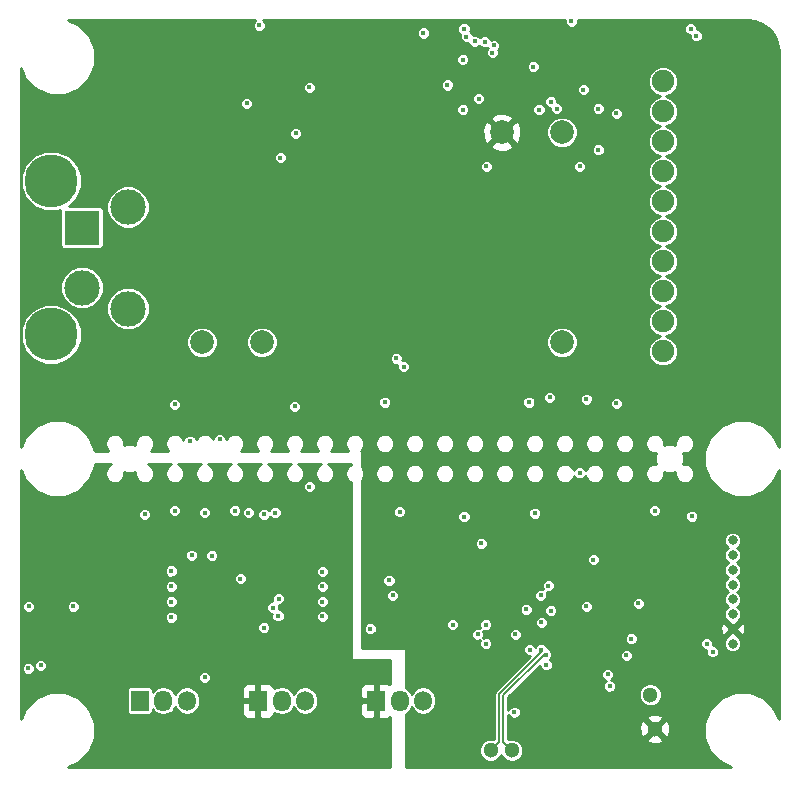
<source format=gbr>
G04 #@! TF.GenerationSoftware,KiCad,Pcbnew,5.0.2-bee76a0~70~ubuntu18.04.1*
G04 #@! TF.CreationDate,2019-11-01T13:53:43-07:00*
G04 #@! TF.ProjectId,piweather,70697765-6174-4686-9572-2e6b69636164,rev?*
G04 #@! TF.SameCoordinates,Original*
G04 #@! TF.FileFunction,Copper,L4,Bot*
G04 #@! TF.FilePolarity,Positive*
%FSLAX46Y46*%
G04 Gerber Fmt 4.6, Leading zero omitted, Abs format (unit mm)*
G04 Created by KiCad (PCBNEW 5.0.2-bee76a0~70~ubuntu18.04.1) date Fri 01 Nov 2019 01:53:43 PM PDT*
%MOMM*%
%LPD*%
G01*
G04 APERTURE LIST*
G04 #@! TA.AperFunction,ComponentPad*
%ADD10C,0.800000*%
G04 #@! TD*
G04 #@! TA.AperFunction,ComponentPad*
%ADD11C,2.000000*%
G04 #@! TD*
G04 #@! TA.AperFunction,ComponentPad*
%ADD12C,1.900000*%
G04 #@! TD*
G04 #@! TA.AperFunction,ComponentPad*
%ADD13C,3.000000*%
G04 #@! TD*
G04 #@! TA.AperFunction,WasherPad*
%ADD14C,4.500000*%
G04 #@! TD*
G04 #@! TA.AperFunction,ComponentPad*
%ADD15R,3.000000X3.000000*%
G04 #@! TD*
G04 #@! TA.AperFunction,ComponentPad*
%ADD16C,1.300000*%
G04 #@! TD*
G04 #@! TA.AperFunction,ComponentPad*
%ADD17O,1.500000X1.700000*%
G04 #@! TD*
G04 #@! TA.AperFunction,ComponentPad*
%ADD18O,1.500000X1.800000*%
G04 #@! TD*
G04 #@! TA.AperFunction,ComponentPad*
%ADD19R,1.500000X1.800000*%
G04 #@! TD*
G04 #@! TA.AperFunction,ViaPad*
%ADD20C,0.450000*%
G04 #@! TD*
G04 #@! TA.AperFunction,Conductor*
%ADD21C,0.200000*%
G04 #@! TD*
G04 #@! TA.AperFunction,Conductor*
%ADD22C,0.254000*%
G04 #@! TD*
G04 APERTURE END LIST*
D10*
G04 #@! TO.P,J2,8*
G04 #@! TO.N,GND*
X128200000Y-95425000D03*
G04 #@! TO.P,J2,7*
G04 #@! TO.N,/P1_TXD_HW_RXD*
X128200000Y-96675000D03*
G04 #@! TO.P,J2,6*
G04 #@! TO.N,/P1_RXD_HW_TXD*
X128200000Y-97925000D03*
G04 #@! TO.P,J2,5*
G04 #@! TO.N,N/C*
X128200000Y-99175000D03*
G04 #@! TO.P,J2,4*
X128200000Y-100425000D03*
G04 #@! TO.P,J2,3*
X128200000Y-101675000D03*
G04 #@! TO.P,J2,2*
G04 #@! TO.N,+5V*
X128200000Y-102925000D03*
G04 #@! TO.P,J2,1*
G04 #@! TO.N,/P1_3V3*
X128200000Y-104175000D03*
G04 #@! TD*
D11*
G04 #@! TO.P,U2,16*
G04 #@! TO.N,+5V*
X108660000Y-60885000D03*
G04 #@! TO.P,U2,14*
G04 #@! TO.N,GND*
X113740000Y-60885000D03*
G04 #@! TO.P,U2,13*
G04 #@! TO.N,N/C*
X113740000Y-78665000D03*
G04 #@! TO.P,U2,3*
G04 #@! TO.N,/AC_N*
X88340000Y-78665000D03*
G04 #@! TO.P,U2,1*
G04 #@! TO.N,/AC_L*
X83260000Y-78665000D03*
G04 #@! TD*
D12*
G04 #@! TO.P,J1,10*
G04 #@! TO.N,+24V*
X122300000Y-56570000D03*
G04 #@! TO.P,J1,9*
G04 #@! TO.N,/DO27*
X122300000Y-59110000D03*
G04 #@! TO.P,J1,8*
G04 #@! TO.N,/DO16*
X122300000Y-61650000D03*
G04 #@! TO.P,J1,7*
G04 #@! TO.N,/DO13*
X122300000Y-64190000D03*
G04 #@! TO.P,J1,6*
G04 #@! TO.N,/DO12*
X122300000Y-66730000D03*
G04 #@! TO.P,J1,5*
G04 #@! TO.N,/DI26*
X122300000Y-69270000D03*
G04 #@! TO.P,J1,4*
G04 #@! TO.N,/DI17*
X122300000Y-71810000D03*
G04 #@! TO.P,J1,3*
G04 #@! TO.N,GND*
X122300000Y-74350000D03*
G04 #@! TO.P,J1,2*
G04 #@! TO.N,RS485_B*
X122300000Y-76890000D03*
G04 #@! TO.P,J1,1*
G04 #@! TO.N,RS485_A*
X122300000Y-79430000D03*
G04 #@! TD*
D13*
G04 #@! TO.P,J12,2*
G04 #@! TO.N,/AC_N*
X77000000Y-67200000D03*
G04 #@! TO.P,J12,1*
G04 #@! TO.N,/AC_L*
X77000000Y-75800000D03*
D14*
G04 #@! TO.P,J12,*
G04 #@! TO.N,*
X70500000Y-65000000D03*
X70500000Y-78000000D03*
G04 #@! TD*
D15*
G04 #@! TO.P,J3,1*
G04 #@! TO.N,/IN_24V*
X73100000Y-68960000D03*
D13*
G04 #@! TO.P,J3,2*
G04 #@! TO.N,GND*
X73100000Y-74040000D03*
G04 #@! TD*
D16*
G04 #@! TO.P,J6,1*
G04 #@! TO.N,+5V*
X121600000Y-111400000D03*
G04 #@! TD*
G04 #@! TO.P,J7,1*
G04 #@! TO.N,GND*
X121200000Y-108500000D03*
G04 #@! TD*
G04 #@! TO.P,J8,1*
G04 #@! TO.N,/USBD_P*
X109500000Y-113200000D03*
G04 #@! TD*
G04 #@! TO.P,J9,1*
G04 #@! TO.N,/USBD_N*
X107700000Y-113200000D03*
G04 #@! TD*
D17*
G04 #@! TO.P,J5,3*
G04 #@! TO.N,GND*
X102000000Y-109000000D03*
D18*
G04 #@! TO.P,J5,2*
G04 #@! TO.N,/BCM5_PIN29*
X100000000Y-109000000D03*
D19*
G04 #@! TO.P,J5,1*
G04 #@! TO.N,+3V3*
X98000000Y-109000000D03*
G04 #@! TD*
D17*
G04 #@! TO.P,J10,3*
G04 #@! TO.N,GND*
X92000000Y-109000000D03*
D18*
G04 #@! TO.P,J10,2*
G04 #@! TO.N,/BCM4_PIN7*
X90000000Y-109000000D03*
D19*
G04 #@! TO.P,J10,1*
G04 #@! TO.N,+3V3*
X88000000Y-109000000D03*
G04 #@! TD*
D17*
G04 #@! TO.P,J11,3*
G04 #@! TO.N,/P0_RXD*
X82000000Y-109000000D03*
D18*
G04 #@! TO.P,J11,2*
G04 #@! TO.N,/P0_TXD*
X80000000Y-109000000D03*
D19*
G04 #@! TO.P,J11,1*
G04 #@! TO.N,GND*
X78000000Y-109000000D03*
G04 #@! TD*
D20*
G04 #@! TO.N,GND*
X80950000Y-83925000D03*
X91100000Y-84075000D03*
X98750000Y-83725000D03*
X110950000Y-83725000D03*
X115800000Y-83475000D03*
X124750000Y-93375000D03*
X86050000Y-92925000D03*
X69600000Y-106025000D03*
X72350000Y-101025000D03*
X80650000Y-98025000D03*
X80650000Y-99325000D03*
X80650000Y-100625000D03*
X80650000Y-101925000D03*
X86500000Y-98675000D03*
X84100000Y-96725000D03*
X82400000Y-96675000D03*
X97500000Y-102925000D03*
X105450000Y-93425000D03*
X112400000Y-105975000D03*
X110700000Y-101275000D03*
X117600000Y-106775000D03*
X116400000Y-97075000D03*
X120200000Y-100775000D03*
X106900000Y-95675000D03*
G04 #@! TO.N,+5V*
X110620000Y-103985000D03*
X98680000Y-96255000D03*
X75050000Y-83375000D03*
X78410000Y-83950000D03*
X96350000Y-57525000D03*
X98600000Y-57525000D03*
X87150000Y-52175000D03*
X81150000Y-54925000D03*
X100050000Y-76875000D03*
X102950000Y-76825000D03*
X104050000Y-105725000D03*
X118600000Y-99075000D03*
X101550000Y-100025000D03*
G04 #@! TO.N,/P1_3V3*
X117800000Y-107775000D03*
G04 #@! TO.N,+3V3*
X114550000Y-51475000D03*
X74500000Y-91625000D03*
X75900000Y-92825000D03*
X85800000Y-96775000D03*
X87500000Y-96775000D03*
X86500000Y-98025000D03*
X95800000Y-93075000D03*
X69850000Y-99225000D03*
G04 #@! TO.N,/P1_RXD_HW_TXD*
X126500000Y-104875000D03*
X119200000Y-105175000D03*
G04 #@! TO.N,/P1_TXD_HW_RXD*
X126000000Y-104175000D03*
X119600000Y-103775000D03*
G04 #@! TO.N,/P0_RXD*
X84750000Y-86875000D03*
G04 #@! TO.N,/P0_TXD*
X82250000Y-87025000D03*
G04 #@! TO.N,/SCL*
X80950000Y-92925000D03*
X68600000Y-101025000D03*
G04 #@! TO.N,/SDA*
X78400000Y-93225000D03*
X68550000Y-106275000D03*
G04 #@! TO.N,/USBD_P*
X112383294Y-105108294D03*
G04 #@! TO.N,/USBD_N*
X111976706Y-104701706D03*
G04 #@! TO.N,/~RSTOUT*
X111000000Y-104675000D03*
X109700000Y-109975000D03*
G04 #@! TO.N,/EEDATA*
X106600000Y-103375000D03*
X109800000Y-103375000D03*
G04 #@! TO.N,/P_DE*
X93450000Y-100625000D03*
X115800000Y-101025000D03*
G04 #@! TO.N,/P2_R*
X93450000Y-98075000D03*
X112600000Y-99275000D03*
G04 #@! TO.N,/P2_D*
X93450000Y-101875000D03*
X112800000Y-101375000D03*
G04 #@! TO.N,/P2_~RE*
X93450000Y-99325000D03*
X111950000Y-100075000D03*
G04 #@! TO.N,/VCC_FTDI*
X104500000Y-102575000D03*
X112000000Y-102375000D03*
X107300000Y-104175000D03*
X107300000Y-102575000D03*
G04 #@! TO.N,+24V*
X106350000Y-53175000D03*
X88100000Y-51825000D03*
X102000000Y-52475000D03*
G04 #@! TO.N,RS485_A*
X99400000Y-100075000D03*
X100350000Y-80725000D03*
G04 #@! TO.N,RS485_B*
X99100000Y-98825000D03*
X99700000Y-80025000D03*
G04 #@! TO.N,/BCM5_PIN29*
X100000000Y-93025000D03*
X111450000Y-93125000D03*
G04 #@! TO.N,/BCM4_PIN7*
X83500000Y-93075000D03*
X83500000Y-107025000D03*
G04 #@! TO.N,/DI17*
X112800000Y-58275000D03*
G04 #@! TO.N,/DI26*
X115550000Y-57275000D03*
G04 #@! TO.N,/DO12*
X105650000Y-52775000D03*
X125100000Y-52725000D03*
G04 #@! TO.N,/DO13*
X107950000Y-53525000D03*
G04 #@! TO.N,/DO16*
X107200000Y-53225000D03*
G04 #@! TO.N,/DO27*
X105450000Y-52125000D03*
X124650000Y-52125000D03*
G04 #@! TO.N,BCM16*
X118350000Y-83825000D03*
X118350000Y-59275000D03*
X111300000Y-55325000D03*
G04 #@! TO.N,BCM12*
X112700000Y-83325000D03*
X111800000Y-58975000D03*
X105350000Y-58975000D03*
X105350000Y-54725000D03*
G04 #@! TO.N,/BCM26_PIN37*
X89250000Y-101125000D03*
X89450000Y-93075000D03*
X121600000Y-92925000D03*
G04 #@! TO.N,BCM13*
X115250000Y-89725000D03*
X115250000Y-63775000D03*
X107350000Y-63775000D03*
X107850000Y-54125000D03*
G04 #@! TO.N,BCM27*
X92350000Y-90875000D03*
X92350000Y-57075000D03*
X104050000Y-56875000D03*
G04 #@! TO.N,/BCM17_PIN11*
X88500000Y-102825000D03*
X88500000Y-93225000D03*
G04 #@! TO.N,~BCM17*
X89700000Y-101825000D03*
X113300000Y-58875000D03*
X91200000Y-60975000D03*
G04 #@! TO.N,~BCM26*
X89750000Y-100375000D03*
X89900000Y-63025000D03*
X116800000Y-62375000D03*
X116800000Y-58875000D03*
G04 #@! TO.N,REF3V3*
X87200000Y-93075000D03*
X87050000Y-58425000D03*
X106700000Y-58025000D03*
G04 #@! TD*
D21*
G04 #@! TO.N,/USBD_P*
X112206516Y-105108294D02*
X112383294Y-105108294D01*
X108762500Y-108552310D02*
X112206516Y-105108294D01*
X108762500Y-112462500D02*
X108762500Y-108552310D01*
X109500000Y-113200000D02*
X108762500Y-112462500D01*
G04 #@! TO.N,/USBD_N*
X107700000Y-113200000D02*
X108437500Y-112462500D01*
X108437500Y-112462500D02*
X108437500Y-108417690D01*
X108437500Y-108417690D02*
X111976706Y-104878484D01*
X111976706Y-104878484D02*
X111976706Y-104701706D01*
G04 #@! TD*
D22*
G04 #@! TO.N,+3V3*
G36*
X75410039Y-89081620D02*
X75181620Y-89310039D01*
X75058000Y-89608483D01*
X75058000Y-89931517D01*
X75181620Y-90229961D01*
X75410039Y-90458380D01*
X75708483Y-90582000D01*
X76031517Y-90582000D01*
X76329961Y-90458380D01*
X76558380Y-90229961D01*
X76682000Y-89931517D01*
X76682000Y-89627561D01*
X76897924Y-89717000D01*
X77382076Y-89717000D01*
X77598000Y-89627561D01*
X77598000Y-89931517D01*
X77721620Y-90229961D01*
X77950039Y-90458380D01*
X78248483Y-90582000D01*
X78571517Y-90582000D01*
X78869961Y-90458380D01*
X79098380Y-90229961D01*
X79222000Y-89931517D01*
X79222000Y-89608483D01*
X79098380Y-89310039D01*
X78869961Y-89081620D01*
X78677742Y-89002000D01*
X80682258Y-89002000D01*
X80490039Y-89081620D01*
X80261620Y-89310039D01*
X80138000Y-89608483D01*
X80138000Y-89931517D01*
X80261620Y-90229961D01*
X80490039Y-90458380D01*
X80788483Y-90582000D01*
X81111517Y-90582000D01*
X81409961Y-90458380D01*
X81638380Y-90229961D01*
X81762000Y-89931517D01*
X81762000Y-89608483D01*
X81638380Y-89310039D01*
X81409961Y-89081620D01*
X81217742Y-89002000D01*
X83222258Y-89002000D01*
X83030039Y-89081620D01*
X82801620Y-89310039D01*
X82678000Y-89608483D01*
X82678000Y-89931517D01*
X82801620Y-90229961D01*
X83030039Y-90458380D01*
X83328483Y-90582000D01*
X83651517Y-90582000D01*
X83949961Y-90458380D01*
X84178380Y-90229961D01*
X84302000Y-89931517D01*
X84302000Y-89608483D01*
X84178380Y-89310039D01*
X83949961Y-89081620D01*
X83757742Y-89002000D01*
X85762258Y-89002000D01*
X85570039Y-89081620D01*
X85341620Y-89310039D01*
X85218000Y-89608483D01*
X85218000Y-89931517D01*
X85341620Y-90229961D01*
X85570039Y-90458380D01*
X85868483Y-90582000D01*
X86191517Y-90582000D01*
X86489961Y-90458380D01*
X86718380Y-90229961D01*
X86842000Y-89931517D01*
X86842000Y-89608483D01*
X86718380Y-89310039D01*
X86489961Y-89081620D01*
X86297742Y-89002000D01*
X88302258Y-89002000D01*
X88110039Y-89081620D01*
X87881620Y-89310039D01*
X87758000Y-89608483D01*
X87758000Y-89931517D01*
X87881620Y-90229961D01*
X88110039Y-90458380D01*
X88408483Y-90582000D01*
X88731517Y-90582000D01*
X89029961Y-90458380D01*
X89258380Y-90229961D01*
X89382000Y-89931517D01*
X89382000Y-89608483D01*
X89258380Y-89310039D01*
X89029961Y-89081620D01*
X88837742Y-89002000D01*
X90842258Y-89002000D01*
X90650039Y-89081620D01*
X90421620Y-89310039D01*
X90298000Y-89608483D01*
X90298000Y-89931517D01*
X90421620Y-90229961D01*
X90650039Y-90458380D01*
X90948483Y-90582000D01*
X91271517Y-90582000D01*
X91569961Y-90458380D01*
X91798380Y-90229961D01*
X91922000Y-89931517D01*
X91922000Y-89608483D01*
X91798380Y-89310039D01*
X91569961Y-89081620D01*
X91377742Y-89002000D01*
X93382258Y-89002000D01*
X93190039Y-89081620D01*
X92961620Y-89310039D01*
X92838000Y-89608483D01*
X92838000Y-89931517D01*
X92961620Y-90229961D01*
X93190039Y-90458380D01*
X93488483Y-90582000D01*
X93811517Y-90582000D01*
X94109961Y-90458380D01*
X94338380Y-90229961D01*
X94462000Y-89931517D01*
X94462000Y-89608483D01*
X94338380Y-89310039D01*
X94109961Y-89081620D01*
X93917742Y-89002000D01*
X95873000Y-89002000D01*
X95873000Y-89022403D01*
X95730039Y-89081620D01*
X95501620Y-89310039D01*
X95378000Y-89608483D01*
X95378000Y-89931517D01*
X95501620Y-90229961D01*
X95730039Y-90458380D01*
X95873000Y-90517597D01*
X95873000Y-105475000D01*
X95882667Y-105523601D01*
X95910197Y-105564803D01*
X95951399Y-105592333D01*
X96000000Y-105602000D01*
X99173000Y-105602000D01*
X99173000Y-107624975D01*
X99109698Y-107561673D01*
X98876309Y-107465000D01*
X98285750Y-107465000D01*
X98127000Y-107623750D01*
X98127000Y-108873000D01*
X98147000Y-108873000D01*
X98147000Y-109127000D01*
X98127000Y-109127000D01*
X98127000Y-110376250D01*
X98285750Y-110535000D01*
X98876309Y-110535000D01*
X99109698Y-110438327D01*
X99173000Y-110375025D01*
X99173000Y-114598000D01*
X71953324Y-114598000D01*
X72827949Y-114235719D01*
X73735719Y-113327949D01*
X74227000Y-112141890D01*
X74227000Y-110858110D01*
X73735719Y-109672051D01*
X72827949Y-108764281D01*
X71641890Y-108273000D01*
X70358110Y-108273000D01*
X69172051Y-108764281D01*
X68264281Y-109672051D01*
X67902000Y-110546676D01*
X67902000Y-108100000D01*
X76916594Y-108100000D01*
X76916594Y-109900000D01*
X76941973Y-110027589D01*
X77014246Y-110135754D01*
X77122411Y-110208027D01*
X77250000Y-110233406D01*
X78750000Y-110233406D01*
X78877589Y-110208027D01*
X78985754Y-110135754D01*
X79058027Y-110027589D01*
X79083406Y-109900000D01*
X79083406Y-109716767D01*
X79223528Y-109926473D01*
X79579777Y-110164511D01*
X80000000Y-110248099D01*
X80420224Y-110164511D01*
X80776473Y-109926473D01*
X81014511Y-109570223D01*
X81015517Y-109565164D01*
X81223528Y-109876473D01*
X81579777Y-110114511D01*
X82000000Y-110198099D01*
X82420224Y-110114511D01*
X82776473Y-109876473D01*
X83014511Y-109520223D01*
X83061150Y-109285750D01*
X86615000Y-109285750D01*
X86615000Y-110026310D01*
X86711673Y-110259699D01*
X86890302Y-110438327D01*
X87123691Y-110535000D01*
X87714250Y-110535000D01*
X87873000Y-110376250D01*
X87873000Y-109127000D01*
X86773750Y-109127000D01*
X86615000Y-109285750D01*
X83061150Y-109285750D01*
X83077000Y-109206071D01*
X83077000Y-108793928D01*
X83014511Y-108479776D01*
X82776473Y-108123527D01*
X82552226Y-107973690D01*
X86615000Y-107973690D01*
X86615000Y-108714250D01*
X86773750Y-108873000D01*
X87873000Y-108873000D01*
X87873000Y-107623750D01*
X88127000Y-107623750D01*
X88127000Y-108873000D01*
X88147000Y-108873000D01*
X88147000Y-109127000D01*
X88127000Y-109127000D01*
X88127000Y-110376250D01*
X88285750Y-110535000D01*
X88876309Y-110535000D01*
X89109698Y-110438327D01*
X89288327Y-110259699D01*
X89382387Y-110032619D01*
X89579777Y-110164511D01*
X90000000Y-110248099D01*
X90420224Y-110164511D01*
X90776473Y-109926473D01*
X91014511Y-109570223D01*
X91015517Y-109565164D01*
X91223528Y-109876473D01*
X91579777Y-110114511D01*
X92000000Y-110198099D01*
X92420224Y-110114511D01*
X92776473Y-109876473D01*
X93014511Y-109520223D01*
X93061150Y-109285750D01*
X96615000Y-109285750D01*
X96615000Y-110026310D01*
X96711673Y-110259699D01*
X96890302Y-110438327D01*
X97123691Y-110535000D01*
X97714250Y-110535000D01*
X97873000Y-110376250D01*
X97873000Y-109127000D01*
X96773750Y-109127000D01*
X96615000Y-109285750D01*
X93061150Y-109285750D01*
X93077000Y-109206071D01*
X93077000Y-108793928D01*
X93014511Y-108479776D01*
X92776473Y-108123527D01*
X92552226Y-107973690D01*
X96615000Y-107973690D01*
X96615000Y-108714250D01*
X96773750Y-108873000D01*
X97873000Y-108873000D01*
X97873000Y-107623750D01*
X97714250Y-107465000D01*
X97123691Y-107465000D01*
X96890302Y-107561673D01*
X96711673Y-107740301D01*
X96615000Y-107973690D01*
X92552226Y-107973690D01*
X92420223Y-107885489D01*
X92000000Y-107801901D01*
X91579776Y-107885489D01*
X91223527Y-108123527D01*
X91015518Y-108434836D01*
X91014511Y-108429776D01*
X90776473Y-108073527D01*
X90420223Y-107835489D01*
X90000000Y-107751901D01*
X89579776Y-107835489D01*
X89382387Y-107967380D01*
X89288327Y-107740301D01*
X89109698Y-107561673D01*
X88876309Y-107465000D01*
X88285750Y-107465000D01*
X88127000Y-107623750D01*
X87873000Y-107623750D01*
X87714250Y-107465000D01*
X87123691Y-107465000D01*
X86890302Y-107561673D01*
X86711673Y-107740301D01*
X86615000Y-107973690D01*
X82552226Y-107973690D01*
X82420223Y-107885489D01*
X82000000Y-107801901D01*
X81579776Y-107885489D01*
X81223527Y-108123527D01*
X81015518Y-108434836D01*
X81014511Y-108429776D01*
X80776473Y-108073527D01*
X80420223Y-107835489D01*
X80000000Y-107751901D01*
X79579776Y-107835489D01*
X79223527Y-108073527D01*
X79083406Y-108283233D01*
X79083406Y-108100000D01*
X79058027Y-107972411D01*
X78985754Y-107864246D01*
X78877589Y-107791973D01*
X78750000Y-107766594D01*
X77250000Y-107766594D01*
X77122411Y-107791973D01*
X77014246Y-107864246D01*
X76941973Y-107972411D01*
X76916594Y-108100000D01*
X67902000Y-108100000D01*
X67902000Y-106915200D01*
X82948000Y-106915200D01*
X82948000Y-107134800D01*
X83032037Y-107337683D01*
X83187317Y-107492963D01*
X83390200Y-107577000D01*
X83609800Y-107577000D01*
X83812683Y-107492963D01*
X83967963Y-107337683D01*
X84052000Y-107134800D01*
X84052000Y-106915200D01*
X83967963Y-106712317D01*
X83812683Y-106557037D01*
X83609800Y-106473000D01*
X83390200Y-106473000D01*
X83187317Y-106557037D01*
X83032037Y-106712317D01*
X82948000Y-106915200D01*
X67902000Y-106915200D01*
X67902000Y-106165200D01*
X67998000Y-106165200D01*
X67998000Y-106384800D01*
X68082037Y-106587683D01*
X68237317Y-106742963D01*
X68440200Y-106827000D01*
X68659800Y-106827000D01*
X68862683Y-106742963D01*
X69017963Y-106587683D01*
X69102000Y-106384800D01*
X69102000Y-106265167D01*
X69132037Y-106337683D01*
X69287317Y-106492963D01*
X69490200Y-106577000D01*
X69709800Y-106577000D01*
X69912683Y-106492963D01*
X70067963Y-106337683D01*
X70152000Y-106134800D01*
X70152000Y-105915200D01*
X70067963Y-105712317D01*
X69912683Y-105557037D01*
X69709800Y-105473000D01*
X69490200Y-105473000D01*
X69287317Y-105557037D01*
X69132037Y-105712317D01*
X69048000Y-105915200D01*
X69048000Y-106034833D01*
X69017963Y-105962317D01*
X68862683Y-105807037D01*
X68659800Y-105723000D01*
X68440200Y-105723000D01*
X68237317Y-105807037D01*
X68082037Y-105962317D01*
X67998000Y-106165200D01*
X67902000Y-106165200D01*
X67902000Y-102715200D01*
X87948000Y-102715200D01*
X87948000Y-102934800D01*
X88032037Y-103137683D01*
X88187317Y-103292963D01*
X88390200Y-103377000D01*
X88609800Y-103377000D01*
X88812683Y-103292963D01*
X88967963Y-103137683D01*
X89052000Y-102934800D01*
X89052000Y-102715200D01*
X88967963Y-102512317D01*
X88812683Y-102357037D01*
X88609800Y-102273000D01*
X88390200Y-102273000D01*
X88187317Y-102357037D01*
X88032037Y-102512317D01*
X87948000Y-102715200D01*
X67902000Y-102715200D01*
X67902000Y-101815200D01*
X80098000Y-101815200D01*
X80098000Y-102034800D01*
X80182037Y-102237683D01*
X80337317Y-102392963D01*
X80540200Y-102477000D01*
X80759800Y-102477000D01*
X80962683Y-102392963D01*
X81117963Y-102237683D01*
X81202000Y-102034800D01*
X81202000Y-101815200D01*
X81117963Y-101612317D01*
X80962683Y-101457037D01*
X80759800Y-101373000D01*
X80540200Y-101373000D01*
X80337317Y-101457037D01*
X80182037Y-101612317D01*
X80098000Y-101815200D01*
X67902000Y-101815200D01*
X67902000Y-100915200D01*
X68048000Y-100915200D01*
X68048000Y-101134800D01*
X68132037Y-101337683D01*
X68287317Y-101492963D01*
X68490200Y-101577000D01*
X68709800Y-101577000D01*
X68912683Y-101492963D01*
X69067963Y-101337683D01*
X69152000Y-101134800D01*
X69152000Y-100915200D01*
X71798000Y-100915200D01*
X71798000Y-101134800D01*
X71882037Y-101337683D01*
X72037317Y-101492963D01*
X72240200Y-101577000D01*
X72459800Y-101577000D01*
X72662683Y-101492963D01*
X72817963Y-101337683D01*
X72902000Y-101134800D01*
X72902000Y-100915200D01*
X72817963Y-100712317D01*
X72662683Y-100557037D01*
X72561680Y-100515200D01*
X80098000Y-100515200D01*
X80098000Y-100734800D01*
X80182037Y-100937683D01*
X80337317Y-101092963D01*
X80540200Y-101177000D01*
X80759800Y-101177000D01*
X80962683Y-101092963D01*
X81040446Y-101015200D01*
X88698000Y-101015200D01*
X88698000Y-101234800D01*
X88782037Y-101437683D01*
X88937317Y-101592963D01*
X89140200Y-101677000D01*
X89163823Y-101677000D01*
X89148000Y-101715200D01*
X89148000Y-101934800D01*
X89232037Y-102137683D01*
X89387317Y-102292963D01*
X89590200Y-102377000D01*
X89809800Y-102377000D01*
X90012683Y-102292963D01*
X90167963Y-102137683D01*
X90252000Y-101934800D01*
X90252000Y-101765200D01*
X92898000Y-101765200D01*
X92898000Y-101984800D01*
X92982037Y-102187683D01*
X93137317Y-102342963D01*
X93340200Y-102427000D01*
X93559800Y-102427000D01*
X93762683Y-102342963D01*
X93917963Y-102187683D01*
X94002000Y-101984800D01*
X94002000Y-101765200D01*
X93917963Y-101562317D01*
X93762683Y-101407037D01*
X93559800Y-101323000D01*
X93340200Y-101323000D01*
X93137317Y-101407037D01*
X92982037Y-101562317D01*
X92898000Y-101765200D01*
X90252000Y-101765200D01*
X90252000Y-101715200D01*
X90167963Y-101512317D01*
X90012683Y-101357037D01*
X89809800Y-101273000D01*
X89786177Y-101273000D01*
X89802000Y-101234800D01*
X89802000Y-101015200D01*
X89765466Y-100927000D01*
X89859800Y-100927000D01*
X90062683Y-100842963D01*
X90217963Y-100687683D01*
X90289407Y-100515200D01*
X92898000Y-100515200D01*
X92898000Y-100734800D01*
X92982037Y-100937683D01*
X93137317Y-101092963D01*
X93340200Y-101177000D01*
X93559800Y-101177000D01*
X93762683Y-101092963D01*
X93917963Y-100937683D01*
X94002000Y-100734800D01*
X94002000Y-100515200D01*
X93917963Y-100312317D01*
X93762683Y-100157037D01*
X93559800Y-100073000D01*
X93340200Y-100073000D01*
X93137317Y-100157037D01*
X92982037Y-100312317D01*
X92898000Y-100515200D01*
X90289407Y-100515200D01*
X90302000Y-100484800D01*
X90302000Y-100265200D01*
X90217963Y-100062317D01*
X90062683Y-99907037D01*
X89859800Y-99823000D01*
X89640200Y-99823000D01*
X89437317Y-99907037D01*
X89282037Y-100062317D01*
X89198000Y-100265200D01*
X89198000Y-100484800D01*
X89234534Y-100573000D01*
X89140200Y-100573000D01*
X88937317Y-100657037D01*
X88782037Y-100812317D01*
X88698000Y-101015200D01*
X81040446Y-101015200D01*
X81117963Y-100937683D01*
X81202000Y-100734800D01*
X81202000Y-100515200D01*
X81117963Y-100312317D01*
X80962683Y-100157037D01*
X80759800Y-100073000D01*
X80540200Y-100073000D01*
X80337317Y-100157037D01*
X80182037Y-100312317D01*
X80098000Y-100515200D01*
X72561680Y-100515200D01*
X72459800Y-100473000D01*
X72240200Y-100473000D01*
X72037317Y-100557037D01*
X71882037Y-100712317D01*
X71798000Y-100915200D01*
X69152000Y-100915200D01*
X69067963Y-100712317D01*
X68912683Y-100557037D01*
X68709800Y-100473000D01*
X68490200Y-100473000D01*
X68287317Y-100557037D01*
X68132037Y-100712317D01*
X68048000Y-100915200D01*
X67902000Y-100915200D01*
X67902000Y-99215200D01*
X80098000Y-99215200D01*
X80098000Y-99434800D01*
X80182037Y-99637683D01*
X80337317Y-99792963D01*
X80540200Y-99877000D01*
X80759800Y-99877000D01*
X80962683Y-99792963D01*
X81117963Y-99637683D01*
X81202000Y-99434800D01*
X81202000Y-99215200D01*
X81117963Y-99012317D01*
X80962683Y-98857037D01*
X80759800Y-98773000D01*
X80540200Y-98773000D01*
X80337317Y-98857037D01*
X80182037Y-99012317D01*
X80098000Y-99215200D01*
X67902000Y-99215200D01*
X67902000Y-97915200D01*
X80098000Y-97915200D01*
X80098000Y-98134800D01*
X80182037Y-98337683D01*
X80337317Y-98492963D01*
X80540200Y-98577000D01*
X80759800Y-98577000D01*
X80788287Y-98565200D01*
X85948000Y-98565200D01*
X85948000Y-98784800D01*
X86032037Y-98987683D01*
X86187317Y-99142963D01*
X86390200Y-99227000D01*
X86609800Y-99227000D01*
X86638287Y-99215200D01*
X92898000Y-99215200D01*
X92898000Y-99434800D01*
X92982037Y-99637683D01*
X93137317Y-99792963D01*
X93340200Y-99877000D01*
X93559800Y-99877000D01*
X93762683Y-99792963D01*
X93917963Y-99637683D01*
X94002000Y-99434800D01*
X94002000Y-99215200D01*
X93917963Y-99012317D01*
X93762683Y-98857037D01*
X93559800Y-98773000D01*
X93340200Y-98773000D01*
X93137317Y-98857037D01*
X92982037Y-99012317D01*
X92898000Y-99215200D01*
X86638287Y-99215200D01*
X86812683Y-99142963D01*
X86967963Y-98987683D01*
X87052000Y-98784800D01*
X87052000Y-98565200D01*
X86967963Y-98362317D01*
X86812683Y-98207037D01*
X86609800Y-98123000D01*
X86390200Y-98123000D01*
X86187317Y-98207037D01*
X86032037Y-98362317D01*
X85948000Y-98565200D01*
X80788287Y-98565200D01*
X80962683Y-98492963D01*
X81117963Y-98337683D01*
X81202000Y-98134800D01*
X81202000Y-97965200D01*
X92898000Y-97965200D01*
X92898000Y-98184800D01*
X92982037Y-98387683D01*
X93137317Y-98542963D01*
X93340200Y-98627000D01*
X93559800Y-98627000D01*
X93762683Y-98542963D01*
X93917963Y-98387683D01*
X94002000Y-98184800D01*
X94002000Y-97965200D01*
X93917963Y-97762317D01*
X93762683Y-97607037D01*
X93559800Y-97523000D01*
X93340200Y-97523000D01*
X93137317Y-97607037D01*
X92982037Y-97762317D01*
X92898000Y-97965200D01*
X81202000Y-97965200D01*
X81202000Y-97915200D01*
X81117963Y-97712317D01*
X80962683Y-97557037D01*
X80759800Y-97473000D01*
X80540200Y-97473000D01*
X80337317Y-97557037D01*
X80182037Y-97712317D01*
X80098000Y-97915200D01*
X67902000Y-97915200D01*
X67902000Y-96565200D01*
X81848000Y-96565200D01*
X81848000Y-96784800D01*
X81932037Y-96987683D01*
X82087317Y-97142963D01*
X82290200Y-97227000D01*
X82509800Y-97227000D01*
X82712683Y-97142963D01*
X82867963Y-96987683D01*
X82952000Y-96784800D01*
X82952000Y-96615200D01*
X83548000Y-96615200D01*
X83548000Y-96834800D01*
X83632037Y-97037683D01*
X83787317Y-97192963D01*
X83990200Y-97277000D01*
X84209800Y-97277000D01*
X84412683Y-97192963D01*
X84567963Y-97037683D01*
X84652000Y-96834800D01*
X84652000Y-96615200D01*
X84567963Y-96412317D01*
X84412683Y-96257037D01*
X84209800Y-96173000D01*
X83990200Y-96173000D01*
X83787317Y-96257037D01*
X83632037Y-96412317D01*
X83548000Y-96615200D01*
X82952000Y-96615200D01*
X82952000Y-96565200D01*
X82867963Y-96362317D01*
X82712683Y-96207037D01*
X82509800Y-96123000D01*
X82290200Y-96123000D01*
X82087317Y-96207037D01*
X81932037Y-96362317D01*
X81848000Y-96565200D01*
X67902000Y-96565200D01*
X67902000Y-93115200D01*
X77848000Y-93115200D01*
X77848000Y-93334800D01*
X77932037Y-93537683D01*
X78087317Y-93692963D01*
X78290200Y-93777000D01*
X78509800Y-93777000D01*
X78712683Y-93692963D01*
X78867963Y-93537683D01*
X78952000Y-93334800D01*
X78952000Y-93115200D01*
X78867963Y-92912317D01*
X78770846Y-92815200D01*
X80398000Y-92815200D01*
X80398000Y-93034800D01*
X80482037Y-93237683D01*
X80637317Y-93392963D01*
X80840200Y-93477000D01*
X81059800Y-93477000D01*
X81262683Y-93392963D01*
X81417963Y-93237683D01*
X81502000Y-93034800D01*
X81502000Y-92965200D01*
X82948000Y-92965200D01*
X82948000Y-93184800D01*
X83032037Y-93387683D01*
X83187317Y-93542963D01*
X83390200Y-93627000D01*
X83609800Y-93627000D01*
X83812683Y-93542963D01*
X83967963Y-93387683D01*
X84052000Y-93184800D01*
X84052000Y-92965200D01*
X83989868Y-92815200D01*
X85498000Y-92815200D01*
X85498000Y-93034800D01*
X85582037Y-93237683D01*
X85737317Y-93392963D01*
X85940200Y-93477000D01*
X86159800Y-93477000D01*
X86362683Y-93392963D01*
X86517963Y-93237683D01*
X86602000Y-93034800D01*
X86602000Y-92965200D01*
X86648000Y-92965200D01*
X86648000Y-93184800D01*
X86732037Y-93387683D01*
X86887317Y-93542963D01*
X87090200Y-93627000D01*
X87309800Y-93627000D01*
X87512683Y-93542963D01*
X87667963Y-93387683D01*
X87752000Y-93184800D01*
X87752000Y-93115200D01*
X87948000Y-93115200D01*
X87948000Y-93334800D01*
X88032037Y-93537683D01*
X88187317Y-93692963D01*
X88390200Y-93777000D01*
X88609800Y-93777000D01*
X88812683Y-93692963D01*
X88967963Y-93537683D01*
X89016019Y-93421665D01*
X89137317Y-93542963D01*
X89340200Y-93627000D01*
X89559800Y-93627000D01*
X89762683Y-93542963D01*
X89917963Y-93387683D01*
X90002000Y-93184800D01*
X90002000Y-92965200D01*
X89917963Y-92762317D01*
X89762683Y-92607037D01*
X89559800Y-92523000D01*
X89340200Y-92523000D01*
X89137317Y-92607037D01*
X88982037Y-92762317D01*
X88933981Y-92878335D01*
X88812683Y-92757037D01*
X88609800Y-92673000D01*
X88390200Y-92673000D01*
X88187317Y-92757037D01*
X88032037Y-92912317D01*
X87948000Y-93115200D01*
X87752000Y-93115200D01*
X87752000Y-92965200D01*
X87667963Y-92762317D01*
X87512683Y-92607037D01*
X87309800Y-92523000D01*
X87090200Y-92523000D01*
X86887317Y-92607037D01*
X86732037Y-92762317D01*
X86648000Y-92965200D01*
X86602000Y-92965200D01*
X86602000Y-92815200D01*
X86517963Y-92612317D01*
X86362683Y-92457037D01*
X86159800Y-92373000D01*
X85940200Y-92373000D01*
X85737317Y-92457037D01*
X85582037Y-92612317D01*
X85498000Y-92815200D01*
X83989868Y-92815200D01*
X83967963Y-92762317D01*
X83812683Y-92607037D01*
X83609800Y-92523000D01*
X83390200Y-92523000D01*
X83187317Y-92607037D01*
X83032037Y-92762317D01*
X82948000Y-92965200D01*
X81502000Y-92965200D01*
X81502000Y-92815200D01*
X81417963Y-92612317D01*
X81262683Y-92457037D01*
X81059800Y-92373000D01*
X80840200Y-92373000D01*
X80637317Y-92457037D01*
X80482037Y-92612317D01*
X80398000Y-92815200D01*
X78770846Y-92815200D01*
X78712683Y-92757037D01*
X78509800Y-92673000D01*
X78290200Y-92673000D01*
X78087317Y-92757037D01*
X77932037Y-92912317D01*
X77848000Y-93115200D01*
X67902000Y-93115200D01*
X67902000Y-89453324D01*
X68264281Y-90327949D01*
X69172051Y-91235719D01*
X70358110Y-91727000D01*
X71641890Y-91727000D01*
X72827949Y-91235719D01*
X73298468Y-90765200D01*
X91798000Y-90765200D01*
X91798000Y-90984800D01*
X91882037Y-91187683D01*
X92037317Y-91342963D01*
X92240200Y-91427000D01*
X92459800Y-91427000D01*
X92662683Y-91342963D01*
X92817963Y-91187683D01*
X92902000Y-90984800D01*
X92902000Y-90765200D01*
X92817963Y-90562317D01*
X92662683Y-90407037D01*
X92459800Y-90323000D01*
X92240200Y-90323000D01*
X92037317Y-90407037D01*
X91882037Y-90562317D01*
X91798000Y-90765200D01*
X73298468Y-90765200D01*
X73735719Y-90327949D01*
X74227000Y-89141890D01*
X74227000Y-89002000D01*
X75602258Y-89002000D01*
X75410039Y-89081620D01*
X75410039Y-89081620D01*
G37*
X75410039Y-89081620D02*
X75181620Y-89310039D01*
X75058000Y-89608483D01*
X75058000Y-89931517D01*
X75181620Y-90229961D01*
X75410039Y-90458380D01*
X75708483Y-90582000D01*
X76031517Y-90582000D01*
X76329961Y-90458380D01*
X76558380Y-90229961D01*
X76682000Y-89931517D01*
X76682000Y-89627561D01*
X76897924Y-89717000D01*
X77382076Y-89717000D01*
X77598000Y-89627561D01*
X77598000Y-89931517D01*
X77721620Y-90229961D01*
X77950039Y-90458380D01*
X78248483Y-90582000D01*
X78571517Y-90582000D01*
X78869961Y-90458380D01*
X79098380Y-90229961D01*
X79222000Y-89931517D01*
X79222000Y-89608483D01*
X79098380Y-89310039D01*
X78869961Y-89081620D01*
X78677742Y-89002000D01*
X80682258Y-89002000D01*
X80490039Y-89081620D01*
X80261620Y-89310039D01*
X80138000Y-89608483D01*
X80138000Y-89931517D01*
X80261620Y-90229961D01*
X80490039Y-90458380D01*
X80788483Y-90582000D01*
X81111517Y-90582000D01*
X81409961Y-90458380D01*
X81638380Y-90229961D01*
X81762000Y-89931517D01*
X81762000Y-89608483D01*
X81638380Y-89310039D01*
X81409961Y-89081620D01*
X81217742Y-89002000D01*
X83222258Y-89002000D01*
X83030039Y-89081620D01*
X82801620Y-89310039D01*
X82678000Y-89608483D01*
X82678000Y-89931517D01*
X82801620Y-90229961D01*
X83030039Y-90458380D01*
X83328483Y-90582000D01*
X83651517Y-90582000D01*
X83949961Y-90458380D01*
X84178380Y-90229961D01*
X84302000Y-89931517D01*
X84302000Y-89608483D01*
X84178380Y-89310039D01*
X83949961Y-89081620D01*
X83757742Y-89002000D01*
X85762258Y-89002000D01*
X85570039Y-89081620D01*
X85341620Y-89310039D01*
X85218000Y-89608483D01*
X85218000Y-89931517D01*
X85341620Y-90229961D01*
X85570039Y-90458380D01*
X85868483Y-90582000D01*
X86191517Y-90582000D01*
X86489961Y-90458380D01*
X86718380Y-90229961D01*
X86842000Y-89931517D01*
X86842000Y-89608483D01*
X86718380Y-89310039D01*
X86489961Y-89081620D01*
X86297742Y-89002000D01*
X88302258Y-89002000D01*
X88110039Y-89081620D01*
X87881620Y-89310039D01*
X87758000Y-89608483D01*
X87758000Y-89931517D01*
X87881620Y-90229961D01*
X88110039Y-90458380D01*
X88408483Y-90582000D01*
X88731517Y-90582000D01*
X89029961Y-90458380D01*
X89258380Y-90229961D01*
X89382000Y-89931517D01*
X89382000Y-89608483D01*
X89258380Y-89310039D01*
X89029961Y-89081620D01*
X88837742Y-89002000D01*
X90842258Y-89002000D01*
X90650039Y-89081620D01*
X90421620Y-89310039D01*
X90298000Y-89608483D01*
X90298000Y-89931517D01*
X90421620Y-90229961D01*
X90650039Y-90458380D01*
X90948483Y-90582000D01*
X91271517Y-90582000D01*
X91569961Y-90458380D01*
X91798380Y-90229961D01*
X91922000Y-89931517D01*
X91922000Y-89608483D01*
X91798380Y-89310039D01*
X91569961Y-89081620D01*
X91377742Y-89002000D01*
X93382258Y-89002000D01*
X93190039Y-89081620D01*
X92961620Y-89310039D01*
X92838000Y-89608483D01*
X92838000Y-89931517D01*
X92961620Y-90229961D01*
X93190039Y-90458380D01*
X93488483Y-90582000D01*
X93811517Y-90582000D01*
X94109961Y-90458380D01*
X94338380Y-90229961D01*
X94462000Y-89931517D01*
X94462000Y-89608483D01*
X94338380Y-89310039D01*
X94109961Y-89081620D01*
X93917742Y-89002000D01*
X95873000Y-89002000D01*
X95873000Y-89022403D01*
X95730039Y-89081620D01*
X95501620Y-89310039D01*
X95378000Y-89608483D01*
X95378000Y-89931517D01*
X95501620Y-90229961D01*
X95730039Y-90458380D01*
X95873000Y-90517597D01*
X95873000Y-105475000D01*
X95882667Y-105523601D01*
X95910197Y-105564803D01*
X95951399Y-105592333D01*
X96000000Y-105602000D01*
X99173000Y-105602000D01*
X99173000Y-107624975D01*
X99109698Y-107561673D01*
X98876309Y-107465000D01*
X98285750Y-107465000D01*
X98127000Y-107623750D01*
X98127000Y-108873000D01*
X98147000Y-108873000D01*
X98147000Y-109127000D01*
X98127000Y-109127000D01*
X98127000Y-110376250D01*
X98285750Y-110535000D01*
X98876309Y-110535000D01*
X99109698Y-110438327D01*
X99173000Y-110375025D01*
X99173000Y-114598000D01*
X71953324Y-114598000D01*
X72827949Y-114235719D01*
X73735719Y-113327949D01*
X74227000Y-112141890D01*
X74227000Y-110858110D01*
X73735719Y-109672051D01*
X72827949Y-108764281D01*
X71641890Y-108273000D01*
X70358110Y-108273000D01*
X69172051Y-108764281D01*
X68264281Y-109672051D01*
X67902000Y-110546676D01*
X67902000Y-108100000D01*
X76916594Y-108100000D01*
X76916594Y-109900000D01*
X76941973Y-110027589D01*
X77014246Y-110135754D01*
X77122411Y-110208027D01*
X77250000Y-110233406D01*
X78750000Y-110233406D01*
X78877589Y-110208027D01*
X78985754Y-110135754D01*
X79058027Y-110027589D01*
X79083406Y-109900000D01*
X79083406Y-109716767D01*
X79223528Y-109926473D01*
X79579777Y-110164511D01*
X80000000Y-110248099D01*
X80420224Y-110164511D01*
X80776473Y-109926473D01*
X81014511Y-109570223D01*
X81015517Y-109565164D01*
X81223528Y-109876473D01*
X81579777Y-110114511D01*
X82000000Y-110198099D01*
X82420224Y-110114511D01*
X82776473Y-109876473D01*
X83014511Y-109520223D01*
X83061150Y-109285750D01*
X86615000Y-109285750D01*
X86615000Y-110026310D01*
X86711673Y-110259699D01*
X86890302Y-110438327D01*
X87123691Y-110535000D01*
X87714250Y-110535000D01*
X87873000Y-110376250D01*
X87873000Y-109127000D01*
X86773750Y-109127000D01*
X86615000Y-109285750D01*
X83061150Y-109285750D01*
X83077000Y-109206071D01*
X83077000Y-108793928D01*
X83014511Y-108479776D01*
X82776473Y-108123527D01*
X82552226Y-107973690D01*
X86615000Y-107973690D01*
X86615000Y-108714250D01*
X86773750Y-108873000D01*
X87873000Y-108873000D01*
X87873000Y-107623750D01*
X88127000Y-107623750D01*
X88127000Y-108873000D01*
X88147000Y-108873000D01*
X88147000Y-109127000D01*
X88127000Y-109127000D01*
X88127000Y-110376250D01*
X88285750Y-110535000D01*
X88876309Y-110535000D01*
X89109698Y-110438327D01*
X89288327Y-110259699D01*
X89382387Y-110032619D01*
X89579777Y-110164511D01*
X90000000Y-110248099D01*
X90420224Y-110164511D01*
X90776473Y-109926473D01*
X91014511Y-109570223D01*
X91015517Y-109565164D01*
X91223528Y-109876473D01*
X91579777Y-110114511D01*
X92000000Y-110198099D01*
X92420224Y-110114511D01*
X92776473Y-109876473D01*
X93014511Y-109520223D01*
X93061150Y-109285750D01*
X96615000Y-109285750D01*
X96615000Y-110026310D01*
X96711673Y-110259699D01*
X96890302Y-110438327D01*
X97123691Y-110535000D01*
X97714250Y-110535000D01*
X97873000Y-110376250D01*
X97873000Y-109127000D01*
X96773750Y-109127000D01*
X96615000Y-109285750D01*
X93061150Y-109285750D01*
X93077000Y-109206071D01*
X93077000Y-108793928D01*
X93014511Y-108479776D01*
X92776473Y-108123527D01*
X92552226Y-107973690D01*
X96615000Y-107973690D01*
X96615000Y-108714250D01*
X96773750Y-108873000D01*
X97873000Y-108873000D01*
X97873000Y-107623750D01*
X97714250Y-107465000D01*
X97123691Y-107465000D01*
X96890302Y-107561673D01*
X96711673Y-107740301D01*
X96615000Y-107973690D01*
X92552226Y-107973690D01*
X92420223Y-107885489D01*
X92000000Y-107801901D01*
X91579776Y-107885489D01*
X91223527Y-108123527D01*
X91015518Y-108434836D01*
X91014511Y-108429776D01*
X90776473Y-108073527D01*
X90420223Y-107835489D01*
X90000000Y-107751901D01*
X89579776Y-107835489D01*
X89382387Y-107967380D01*
X89288327Y-107740301D01*
X89109698Y-107561673D01*
X88876309Y-107465000D01*
X88285750Y-107465000D01*
X88127000Y-107623750D01*
X87873000Y-107623750D01*
X87714250Y-107465000D01*
X87123691Y-107465000D01*
X86890302Y-107561673D01*
X86711673Y-107740301D01*
X86615000Y-107973690D01*
X82552226Y-107973690D01*
X82420223Y-107885489D01*
X82000000Y-107801901D01*
X81579776Y-107885489D01*
X81223527Y-108123527D01*
X81015518Y-108434836D01*
X81014511Y-108429776D01*
X80776473Y-108073527D01*
X80420223Y-107835489D01*
X80000000Y-107751901D01*
X79579776Y-107835489D01*
X79223527Y-108073527D01*
X79083406Y-108283233D01*
X79083406Y-108100000D01*
X79058027Y-107972411D01*
X78985754Y-107864246D01*
X78877589Y-107791973D01*
X78750000Y-107766594D01*
X77250000Y-107766594D01*
X77122411Y-107791973D01*
X77014246Y-107864246D01*
X76941973Y-107972411D01*
X76916594Y-108100000D01*
X67902000Y-108100000D01*
X67902000Y-106915200D01*
X82948000Y-106915200D01*
X82948000Y-107134800D01*
X83032037Y-107337683D01*
X83187317Y-107492963D01*
X83390200Y-107577000D01*
X83609800Y-107577000D01*
X83812683Y-107492963D01*
X83967963Y-107337683D01*
X84052000Y-107134800D01*
X84052000Y-106915200D01*
X83967963Y-106712317D01*
X83812683Y-106557037D01*
X83609800Y-106473000D01*
X83390200Y-106473000D01*
X83187317Y-106557037D01*
X83032037Y-106712317D01*
X82948000Y-106915200D01*
X67902000Y-106915200D01*
X67902000Y-106165200D01*
X67998000Y-106165200D01*
X67998000Y-106384800D01*
X68082037Y-106587683D01*
X68237317Y-106742963D01*
X68440200Y-106827000D01*
X68659800Y-106827000D01*
X68862683Y-106742963D01*
X69017963Y-106587683D01*
X69102000Y-106384800D01*
X69102000Y-106265167D01*
X69132037Y-106337683D01*
X69287317Y-106492963D01*
X69490200Y-106577000D01*
X69709800Y-106577000D01*
X69912683Y-106492963D01*
X70067963Y-106337683D01*
X70152000Y-106134800D01*
X70152000Y-105915200D01*
X70067963Y-105712317D01*
X69912683Y-105557037D01*
X69709800Y-105473000D01*
X69490200Y-105473000D01*
X69287317Y-105557037D01*
X69132037Y-105712317D01*
X69048000Y-105915200D01*
X69048000Y-106034833D01*
X69017963Y-105962317D01*
X68862683Y-105807037D01*
X68659800Y-105723000D01*
X68440200Y-105723000D01*
X68237317Y-105807037D01*
X68082037Y-105962317D01*
X67998000Y-106165200D01*
X67902000Y-106165200D01*
X67902000Y-102715200D01*
X87948000Y-102715200D01*
X87948000Y-102934800D01*
X88032037Y-103137683D01*
X88187317Y-103292963D01*
X88390200Y-103377000D01*
X88609800Y-103377000D01*
X88812683Y-103292963D01*
X88967963Y-103137683D01*
X89052000Y-102934800D01*
X89052000Y-102715200D01*
X88967963Y-102512317D01*
X88812683Y-102357037D01*
X88609800Y-102273000D01*
X88390200Y-102273000D01*
X88187317Y-102357037D01*
X88032037Y-102512317D01*
X87948000Y-102715200D01*
X67902000Y-102715200D01*
X67902000Y-101815200D01*
X80098000Y-101815200D01*
X80098000Y-102034800D01*
X80182037Y-102237683D01*
X80337317Y-102392963D01*
X80540200Y-102477000D01*
X80759800Y-102477000D01*
X80962683Y-102392963D01*
X81117963Y-102237683D01*
X81202000Y-102034800D01*
X81202000Y-101815200D01*
X81117963Y-101612317D01*
X80962683Y-101457037D01*
X80759800Y-101373000D01*
X80540200Y-101373000D01*
X80337317Y-101457037D01*
X80182037Y-101612317D01*
X80098000Y-101815200D01*
X67902000Y-101815200D01*
X67902000Y-100915200D01*
X68048000Y-100915200D01*
X68048000Y-101134800D01*
X68132037Y-101337683D01*
X68287317Y-101492963D01*
X68490200Y-101577000D01*
X68709800Y-101577000D01*
X68912683Y-101492963D01*
X69067963Y-101337683D01*
X69152000Y-101134800D01*
X69152000Y-100915200D01*
X71798000Y-100915200D01*
X71798000Y-101134800D01*
X71882037Y-101337683D01*
X72037317Y-101492963D01*
X72240200Y-101577000D01*
X72459800Y-101577000D01*
X72662683Y-101492963D01*
X72817963Y-101337683D01*
X72902000Y-101134800D01*
X72902000Y-100915200D01*
X72817963Y-100712317D01*
X72662683Y-100557037D01*
X72561680Y-100515200D01*
X80098000Y-100515200D01*
X80098000Y-100734800D01*
X80182037Y-100937683D01*
X80337317Y-101092963D01*
X80540200Y-101177000D01*
X80759800Y-101177000D01*
X80962683Y-101092963D01*
X81040446Y-101015200D01*
X88698000Y-101015200D01*
X88698000Y-101234800D01*
X88782037Y-101437683D01*
X88937317Y-101592963D01*
X89140200Y-101677000D01*
X89163823Y-101677000D01*
X89148000Y-101715200D01*
X89148000Y-101934800D01*
X89232037Y-102137683D01*
X89387317Y-102292963D01*
X89590200Y-102377000D01*
X89809800Y-102377000D01*
X90012683Y-102292963D01*
X90167963Y-102137683D01*
X90252000Y-101934800D01*
X90252000Y-101765200D01*
X92898000Y-101765200D01*
X92898000Y-101984800D01*
X92982037Y-102187683D01*
X93137317Y-102342963D01*
X93340200Y-102427000D01*
X93559800Y-102427000D01*
X93762683Y-102342963D01*
X93917963Y-102187683D01*
X94002000Y-101984800D01*
X94002000Y-101765200D01*
X93917963Y-101562317D01*
X93762683Y-101407037D01*
X93559800Y-101323000D01*
X93340200Y-101323000D01*
X93137317Y-101407037D01*
X92982037Y-101562317D01*
X92898000Y-101765200D01*
X90252000Y-101765200D01*
X90252000Y-101715200D01*
X90167963Y-101512317D01*
X90012683Y-101357037D01*
X89809800Y-101273000D01*
X89786177Y-101273000D01*
X89802000Y-101234800D01*
X89802000Y-101015200D01*
X89765466Y-100927000D01*
X89859800Y-100927000D01*
X90062683Y-100842963D01*
X90217963Y-100687683D01*
X90289407Y-100515200D01*
X92898000Y-100515200D01*
X92898000Y-100734800D01*
X92982037Y-100937683D01*
X93137317Y-101092963D01*
X93340200Y-101177000D01*
X93559800Y-101177000D01*
X93762683Y-101092963D01*
X93917963Y-100937683D01*
X94002000Y-100734800D01*
X94002000Y-100515200D01*
X93917963Y-100312317D01*
X93762683Y-100157037D01*
X93559800Y-100073000D01*
X93340200Y-100073000D01*
X93137317Y-100157037D01*
X92982037Y-100312317D01*
X92898000Y-100515200D01*
X90289407Y-100515200D01*
X90302000Y-100484800D01*
X90302000Y-100265200D01*
X90217963Y-100062317D01*
X90062683Y-99907037D01*
X89859800Y-99823000D01*
X89640200Y-99823000D01*
X89437317Y-99907037D01*
X89282037Y-100062317D01*
X89198000Y-100265200D01*
X89198000Y-100484800D01*
X89234534Y-100573000D01*
X89140200Y-100573000D01*
X88937317Y-100657037D01*
X88782037Y-100812317D01*
X88698000Y-101015200D01*
X81040446Y-101015200D01*
X81117963Y-100937683D01*
X81202000Y-100734800D01*
X81202000Y-100515200D01*
X81117963Y-100312317D01*
X80962683Y-100157037D01*
X80759800Y-100073000D01*
X80540200Y-100073000D01*
X80337317Y-100157037D01*
X80182037Y-100312317D01*
X80098000Y-100515200D01*
X72561680Y-100515200D01*
X72459800Y-100473000D01*
X72240200Y-100473000D01*
X72037317Y-100557037D01*
X71882037Y-100712317D01*
X71798000Y-100915200D01*
X69152000Y-100915200D01*
X69067963Y-100712317D01*
X68912683Y-100557037D01*
X68709800Y-100473000D01*
X68490200Y-100473000D01*
X68287317Y-100557037D01*
X68132037Y-100712317D01*
X68048000Y-100915200D01*
X67902000Y-100915200D01*
X67902000Y-99215200D01*
X80098000Y-99215200D01*
X80098000Y-99434800D01*
X80182037Y-99637683D01*
X80337317Y-99792963D01*
X80540200Y-99877000D01*
X80759800Y-99877000D01*
X80962683Y-99792963D01*
X81117963Y-99637683D01*
X81202000Y-99434800D01*
X81202000Y-99215200D01*
X81117963Y-99012317D01*
X80962683Y-98857037D01*
X80759800Y-98773000D01*
X80540200Y-98773000D01*
X80337317Y-98857037D01*
X80182037Y-99012317D01*
X80098000Y-99215200D01*
X67902000Y-99215200D01*
X67902000Y-97915200D01*
X80098000Y-97915200D01*
X80098000Y-98134800D01*
X80182037Y-98337683D01*
X80337317Y-98492963D01*
X80540200Y-98577000D01*
X80759800Y-98577000D01*
X80788287Y-98565200D01*
X85948000Y-98565200D01*
X85948000Y-98784800D01*
X86032037Y-98987683D01*
X86187317Y-99142963D01*
X86390200Y-99227000D01*
X86609800Y-99227000D01*
X86638287Y-99215200D01*
X92898000Y-99215200D01*
X92898000Y-99434800D01*
X92982037Y-99637683D01*
X93137317Y-99792963D01*
X93340200Y-99877000D01*
X93559800Y-99877000D01*
X93762683Y-99792963D01*
X93917963Y-99637683D01*
X94002000Y-99434800D01*
X94002000Y-99215200D01*
X93917963Y-99012317D01*
X93762683Y-98857037D01*
X93559800Y-98773000D01*
X93340200Y-98773000D01*
X93137317Y-98857037D01*
X92982037Y-99012317D01*
X92898000Y-99215200D01*
X86638287Y-99215200D01*
X86812683Y-99142963D01*
X86967963Y-98987683D01*
X87052000Y-98784800D01*
X87052000Y-98565200D01*
X86967963Y-98362317D01*
X86812683Y-98207037D01*
X86609800Y-98123000D01*
X86390200Y-98123000D01*
X86187317Y-98207037D01*
X86032037Y-98362317D01*
X85948000Y-98565200D01*
X80788287Y-98565200D01*
X80962683Y-98492963D01*
X81117963Y-98337683D01*
X81202000Y-98134800D01*
X81202000Y-97965200D01*
X92898000Y-97965200D01*
X92898000Y-98184800D01*
X92982037Y-98387683D01*
X93137317Y-98542963D01*
X93340200Y-98627000D01*
X93559800Y-98627000D01*
X93762683Y-98542963D01*
X93917963Y-98387683D01*
X94002000Y-98184800D01*
X94002000Y-97965200D01*
X93917963Y-97762317D01*
X93762683Y-97607037D01*
X93559800Y-97523000D01*
X93340200Y-97523000D01*
X93137317Y-97607037D01*
X92982037Y-97762317D01*
X92898000Y-97965200D01*
X81202000Y-97965200D01*
X81202000Y-97915200D01*
X81117963Y-97712317D01*
X80962683Y-97557037D01*
X80759800Y-97473000D01*
X80540200Y-97473000D01*
X80337317Y-97557037D01*
X80182037Y-97712317D01*
X80098000Y-97915200D01*
X67902000Y-97915200D01*
X67902000Y-96565200D01*
X81848000Y-96565200D01*
X81848000Y-96784800D01*
X81932037Y-96987683D01*
X82087317Y-97142963D01*
X82290200Y-97227000D01*
X82509800Y-97227000D01*
X82712683Y-97142963D01*
X82867963Y-96987683D01*
X82952000Y-96784800D01*
X82952000Y-96615200D01*
X83548000Y-96615200D01*
X83548000Y-96834800D01*
X83632037Y-97037683D01*
X83787317Y-97192963D01*
X83990200Y-97277000D01*
X84209800Y-97277000D01*
X84412683Y-97192963D01*
X84567963Y-97037683D01*
X84652000Y-96834800D01*
X84652000Y-96615200D01*
X84567963Y-96412317D01*
X84412683Y-96257037D01*
X84209800Y-96173000D01*
X83990200Y-96173000D01*
X83787317Y-96257037D01*
X83632037Y-96412317D01*
X83548000Y-96615200D01*
X82952000Y-96615200D01*
X82952000Y-96565200D01*
X82867963Y-96362317D01*
X82712683Y-96207037D01*
X82509800Y-96123000D01*
X82290200Y-96123000D01*
X82087317Y-96207037D01*
X81932037Y-96362317D01*
X81848000Y-96565200D01*
X67902000Y-96565200D01*
X67902000Y-93115200D01*
X77848000Y-93115200D01*
X77848000Y-93334800D01*
X77932037Y-93537683D01*
X78087317Y-93692963D01*
X78290200Y-93777000D01*
X78509800Y-93777000D01*
X78712683Y-93692963D01*
X78867963Y-93537683D01*
X78952000Y-93334800D01*
X78952000Y-93115200D01*
X78867963Y-92912317D01*
X78770846Y-92815200D01*
X80398000Y-92815200D01*
X80398000Y-93034800D01*
X80482037Y-93237683D01*
X80637317Y-93392963D01*
X80840200Y-93477000D01*
X81059800Y-93477000D01*
X81262683Y-93392963D01*
X81417963Y-93237683D01*
X81502000Y-93034800D01*
X81502000Y-92965200D01*
X82948000Y-92965200D01*
X82948000Y-93184800D01*
X83032037Y-93387683D01*
X83187317Y-93542963D01*
X83390200Y-93627000D01*
X83609800Y-93627000D01*
X83812683Y-93542963D01*
X83967963Y-93387683D01*
X84052000Y-93184800D01*
X84052000Y-92965200D01*
X83989868Y-92815200D01*
X85498000Y-92815200D01*
X85498000Y-93034800D01*
X85582037Y-93237683D01*
X85737317Y-93392963D01*
X85940200Y-93477000D01*
X86159800Y-93477000D01*
X86362683Y-93392963D01*
X86517963Y-93237683D01*
X86602000Y-93034800D01*
X86602000Y-92965200D01*
X86648000Y-92965200D01*
X86648000Y-93184800D01*
X86732037Y-93387683D01*
X86887317Y-93542963D01*
X87090200Y-93627000D01*
X87309800Y-93627000D01*
X87512683Y-93542963D01*
X87667963Y-93387683D01*
X87752000Y-93184800D01*
X87752000Y-93115200D01*
X87948000Y-93115200D01*
X87948000Y-93334800D01*
X88032037Y-93537683D01*
X88187317Y-93692963D01*
X88390200Y-93777000D01*
X88609800Y-93777000D01*
X88812683Y-93692963D01*
X88967963Y-93537683D01*
X89016019Y-93421665D01*
X89137317Y-93542963D01*
X89340200Y-93627000D01*
X89559800Y-93627000D01*
X89762683Y-93542963D01*
X89917963Y-93387683D01*
X90002000Y-93184800D01*
X90002000Y-92965200D01*
X89917963Y-92762317D01*
X89762683Y-92607037D01*
X89559800Y-92523000D01*
X89340200Y-92523000D01*
X89137317Y-92607037D01*
X88982037Y-92762317D01*
X88933981Y-92878335D01*
X88812683Y-92757037D01*
X88609800Y-92673000D01*
X88390200Y-92673000D01*
X88187317Y-92757037D01*
X88032037Y-92912317D01*
X87948000Y-93115200D01*
X87752000Y-93115200D01*
X87752000Y-92965200D01*
X87667963Y-92762317D01*
X87512683Y-92607037D01*
X87309800Y-92523000D01*
X87090200Y-92523000D01*
X86887317Y-92607037D01*
X86732037Y-92762317D01*
X86648000Y-92965200D01*
X86602000Y-92965200D01*
X86602000Y-92815200D01*
X86517963Y-92612317D01*
X86362683Y-92457037D01*
X86159800Y-92373000D01*
X85940200Y-92373000D01*
X85737317Y-92457037D01*
X85582037Y-92612317D01*
X85498000Y-92815200D01*
X83989868Y-92815200D01*
X83967963Y-92762317D01*
X83812683Y-92607037D01*
X83609800Y-92523000D01*
X83390200Y-92523000D01*
X83187317Y-92607037D01*
X83032037Y-92762317D01*
X82948000Y-92965200D01*
X81502000Y-92965200D01*
X81502000Y-92815200D01*
X81417963Y-92612317D01*
X81262683Y-92457037D01*
X81059800Y-92373000D01*
X80840200Y-92373000D01*
X80637317Y-92457037D01*
X80482037Y-92612317D01*
X80398000Y-92815200D01*
X78770846Y-92815200D01*
X78712683Y-92757037D01*
X78509800Y-92673000D01*
X78290200Y-92673000D01*
X78087317Y-92757037D01*
X77932037Y-92912317D01*
X77848000Y-93115200D01*
X67902000Y-93115200D01*
X67902000Y-89453324D01*
X68264281Y-90327949D01*
X69172051Y-91235719D01*
X70358110Y-91727000D01*
X71641890Y-91727000D01*
X72827949Y-91235719D01*
X73298468Y-90765200D01*
X91798000Y-90765200D01*
X91798000Y-90984800D01*
X91882037Y-91187683D01*
X92037317Y-91342963D01*
X92240200Y-91427000D01*
X92459800Y-91427000D01*
X92662683Y-91342963D01*
X92817963Y-91187683D01*
X92902000Y-90984800D01*
X92902000Y-90765200D01*
X92817963Y-90562317D01*
X92662683Y-90407037D01*
X92459800Y-90323000D01*
X92240200Y-90323000D01*
X92037317Y-90407037D01*
X91882037Y-90562317D01*
X91798000Y-90765200D01*
X73298468Y-90765200D01*
X73735719Y-90327949D01*
X74227000Y-89141890D01*
X74227000Y-89002000D01*
X75602258Y-89002000D01*
X75410039Y-89081620D01*
G04 #@! TO.N,+5V*
G36*
X87632037Y-51512317D02*
X87548000Y-51715200D01*
X87548000Y-51934800D01*
X87632037Y-52137683D01*
X87787317Y-52292963D01*
X87990200Y-52377000D01*
X88209800Y-52377000D01*
X88238287Y-52365200D01*
X101448000Y-52365200D01*
X101448000Y-52584800D01*
X101532037Y-52787683D01*
X101687317Y-52942963D01*
X101890200Y-53027000D01*
X102109800Y-53027000D01*
X102312683Y-52942963D01*
X102467963Y-52787683D01*
X102552000Y-52584800D01*
X102552000Y-52365200D01*
X102467963Y-52162317D01*
X102320846Y-52015200D01*
X104898000Y-52015200D01*
X104898000Y-52234800D01*
X104982037Y-52437683D01*
X105130673Y-52586319D01*
X105098000Y-52665200D01*
X105098000Y-52884800D01*
X105182037Y-53087683D01*
X105337317Y-53242963D01*
X105540200Y-53327000D01*
X105759800Y-53327000D01*
X105807326Y-53307314D01*
X105882037Y-53487683D01*
X106037317Y-53642963D01*
X106240200Y-53727000D01*
X106459800Y-53727000D01*
X106662683Y-53642963D01*
X106750000Y-53555646D01*
X106887317Y-53692963D01*
X107090200Y-53777000D01*
X107309800Y-53777000D01*
X107435359Y-53724992D01*
X107445318Y-53749036D01*
X107382037Y-53812317D01*
X107298000Y-54015200D01*
X107298000Y-54234800D01*
X107382037Y-54437683D01*
X107537317Y-54592963D01*
X107740200Y-54677000D01*
X107959800Y-54677000D01*
X108162683Y-54592963D01*
X108317963Y-54437683D01*
X108402000Y-54234800D01*
X108402000Y-54015200D01*
X108354682Y-53900964D01*
X108417963Y-53837683D01*
X108502000Y-53634800D01*
X108502000Y-53415200D01*
X108417963Y-53212317D01*
X108262683Y-53057037D01*
X108059800Y-52973000D01*
X107840200Y-52973000D01*
X107714641Y-53025008D01*
X107667963Y-52912317D01*
X107512683Y-52757037D01*
X107309800Y-52673000D01*
X107090200Y-52673000D01*
X106887317Y-52757037D01*
X106800000Y-52844354D01*
X106662683Y-52707037D01*
X106459800Y-52623000D01*
X106240200Y-52623000D01*
X106192674Y-52642686D01*
X106117963Y-52462317D01*
X105969327Y-52313681D01*
X106002000Y-52234800D01*
X106002000Y-52015200D01*
X105917963Y-51812317D01*
X105762683Y-51657037D01*
X105559800Y-51573000D01*
X105340200Y-51573000D01*
X105137317Y-51657037D01*
X104982037Y-51812317D01*
X104898000Y-52015200D01*
X102320846Y-52015200D01*
X102312683Y-52007037D01*
X102109800Y-51923000D01*
X101890200Y-51923000D01*
X101687317Y-52007037D01*
X101532037Y-52162317D01*
X101448000Y-52365200D01*
X88238287Y-52365200D01*
X88412683Y-52292963D01*
X88567963Y-52137683D01*
X88652000Y-51934800D01*
X88652000Y-51715200D01*
X88567963Y-51512317D01*
X88457646Y-51402000D01*
X113998000Y-51402000D01*
X113998000Y-51584800D01*
X114082037Y-51787683D01*
X114237317Y-51942963D01*
X114440200Y-52027000D01*
X114659800Y-52027000D01*
X114688287Y-52015200D01*
X124098000Y-52015200D01*
X124098000Y-52234800D01*
X124182037Y-52437683D01*
X124337317Y-52592963D01*
X124540200Y-52677000D01*
X124548000Y-52677000D01*
X124548000Y-52834800D01*
X124632037Y-53037683D01*
X124787317Y-53192963D01*
X124990200Y-53277000D01*
X125209800Y-53277000D01*
X125412683Y-53192963D01*
X125567963Y-53037683D01*
X125652000Y-52834800D01*
X125652000Y-52615200D01*
X125567963Y-52412317D01*
X125412683Y-52257037D01*
X125209800Y-52173000D01*
X125202000Y-52173000D01*
X125202000Y-52015200D01*
X125117963Y-51812317D01*
X124962683Y-51657037D01*
X124759800Y-51573000D01*
X124540200Y-51573000D01*
X124337317Y-51657037D01*
X124182037Y-51812317D01*
X124098000Y-52015200D01*
X114688287Y-52015200D01*
X114862683Y-51942963D01*
X115017963Y-51787683D01*
X115102000Y-51584800D01*
X115102000Y-51402000D01*
X129476648Y-51402000D01*
X130097043Y-51474330D01*
X130662057Y-51679421D01*
X131164739Y-52008994D01*
X131578119Y-52445367D01*
X131880024Y-52965134D01*
X132055855Y-53545683D01*
X132098000Y-54017898D01*
X132098001Y-87546676D01*
X131735719Y-86672051D01*
X130827949Y-85764281D01*
X129641890Y-85273000D01*
X128358110Y-85273000D01*
X127172051Y-85764281D01*
X126264281Y-86672051D01*
X125773000Y-87858110D01*
X125773000Y-89141890D01*
X126264281Y-90327949D01*
X127172051Y-91235719D01*
X128358110Y-91727000D01*
X129641890Y-91727000D01*
X130827949Y-91235719D01*
X131735719Y-90327949D01*
X132098001Y-89453324D01*
X132098001Y-110546678D01*
X131735719Y-109672051D01*
X130827949Y-108764281D01*
X129641890Y-108273000D01*
X128358110Y-108273000D01*
X127172051Y-108764281D01*
X126264281Y-109672051D01*
X125773000Y-110858110D01*
X125773000Y-112141890D01*
X126264281Y-113327949D01*
X127172051Y-114235719D01*
X128046676Y-114598000D01*
X100527000Y-114598000D01*
X100527000Y-113005663D01*
X106723000Y-113005663D01*
X106723000Y-113394337D01*
X106871739Y-113753426D01*
X107146574Y-114028261D01*
X107505663Y-114177000D01*
X107894337Y-114177000D01*
X108253426Y-114028261D01*
X108528261Y-113753426D01*
X108600000Y-113580232D01*
X108671739Y-113753426D01*
X108946574Y-114028261D01*
X109305663Y-114177000D01*
X109694337Y-114177000D01*
X110053426Y-114028261D01*
X110328261Y-113753426D01*
X110477000Y-113394337D01*
X110477000Y-113005663D01*
X110328261Y-112646574D01*
X110053426Y-112371739D01*
X109877857Y-112299016D01*
X120880590Y-112299016D01*
X120936271Y-112529611D01*
X121419078Y-112697622D01*
X121929428Y-112668083D01*
X122263729Y-112529611D01*
X122319410Y-112299016D01*
X121600000Y-111579605D01*
X120880590Y-112299016D01*
X109877857Y-112299016D01*
X109694337Y-112223000D01*
X109305663Y-112223000D01*
X109189500Y-112271116D01*
X109189500Y-111219078D01*
X120302378Y-111219078D01*
X120331917Y-111729428D01*
X120470389Y-112063729D01*
X120700984Y-112119410D01*
X121420395Y-111400000D01*
X121779605Y-111400000D01*
X122499016Y-112119410D01*
X122729611Y-112063729D01*
X122897622Y-111580922D01*
X122868083Y-111070572D01*
X122729611Y-110736271D01*
X122499016Y-110680590D01*
X121779605Y-111400000D01*
X121420395Y-111400000D01*
X120700984Y-110680590D01*
X120470389Y-110736271D01*
X120302378Y-111219078D01*
X109189500Y-111219078D01*
X109189500Y-110184990D01*
X109232037Y-110287683D01*
X109387317Y-110442963D01*
X109590200Y-110527000D01*
X109809800Y-110527000D01*
X109872608Y-110500984D01*
X120880590Y-110500984D01*
X121600000Y-111220395D01*
X122319410Y-110500984D01*
X122263729Y-110270389D01*
X121780922Y-110102378D01*
X121270572Y-110131917D01*
X120936271Y-110270389D01*
X120880590Y-110500984D01*
X109872608Y-110500984D01*
X110012683Y-110442963D01*
X110167963Y-110287683D01*
X110252000Y-110084800D01*
X110252000Y-109865200D01*
X110167963Y-109662317D01*
X110012683Y-109507037D01*
X109809800Y-109423000D01*
X109590200Y-109423000D01*
X109387317Y-109507037D01*
X109232037Y-109662317D01*
X109189500Y-109765010D01*
X109189500Y-108729178D01*
X111253479Y-106665200D01*
X117048000Y-106665200D01*
X117048000Y-106884800D01*
X117132037Y-107087683D01*
X117287317Y-107242963D01*
X117474045Y-107320309D01*
X117332037Y-107462317D01*
X117248000Y-107665200D01*
X117248000Y-107884800D01*
X117332037Y-108087683D01*
X117487317Y-108242963D01*
X117690200Y-108327000D01*
X117909800Y-108327000D01*
X117961312Y-108305663D01*
X120223000Y-108305663D01*
X120223000Y-108694337D01*
X120371739Y-109053426D01*
X120646574Y-109328261D01*
X121005663Y-109477000D01*
X121394337Y-109477000D01*
X121753426Y-109328261D01*
X122028261Y-109053426D01*
X122177000Y-108694337D01*
X122177000Y-108305663D01*
X122028261Y-107946574D01*
X121753426Y-107671739D01*
X121394337Y-107523000D01*
X121005663Y-107523000D01*
X120646574Y-107671739D01*
X120371739Y-107946574D01*
X120223000Y-108305663D01*
X117961312Y-108305663D01*
X118112683Y-108242963D01*
X118267963Y-108087683D01*
X118352000Y-107884800D01*
X118352000Y-107665200D01*
X118267963Y-107462317D01*
X118112683Y-107307037D01*
X117925955Y-107229691D01*
X118067963Y-107087683D01*
X118152000Y-106884800D01*
X118152000Y-106665200D01*
X118067963Y-106462317D01*
X117912683Y-106307037D01*
X117709800Y-106223000D01*
X117490200Y-106223000D01*
X117287317Y-106307037D01*
X117132037Y-106462317D01*
X117048000Y-106665200D01*
X111253479Y-106665200D01*
X111848000Y-106070680D01*
X111848000Y-106084800D01*
X111932037Y-106287683D01*
X112087317Y-106442963D01*
X112290200Y-106527000D01*
X112509800Y-106527000D01*
X112712683Y-106442963D01*
X112867963Y-106287683D01*
X112952000Y-106084800D01*
X112952000Y-105865200D01*
X112867963Y-105662317D01*
X112738940Y-105533294D01*
X112851257Y-105420977D01*
X112935294Y-105218094D01*
X112935294Y-105065200D01*
X118648000Y-105065200D01*
X118648000Y-105284800D01*
X118732037Y-105487683D01*
X118887317Y-105642963D01*
X119090200Y-105727000D01*
X119309800Y-105727000D01*
X119512683Y-105642963D01*
X119667963Y-105487683D01*
X119752000Y-105284800D01*
X119752000Y-105065200D01*
X119667963Y-104862317D01*
X119512683Y-104707037D01*
X119309800Y-104623000D01*
X119090200Y-104623000D01*
X118887317Y-104707037D01*
X118732037Y-104862317D01*
X118648000Y-105065200D01*
X112935294Y-105065200D01*
X112935294Y-104998494D01*
X112851257Y-104795611D01*
X112695977Y-104640331D01*
X112518275Y-104566725D01*
X112444669Y-104389023D01*
X112289389Y-104233743D01*
X112086506Y-104149706D01*
X111866906Y-104149706D01*
X111664023Y-104233743D01*
X111508743Y-104389023D01*
X111493884Y-104424896D01*
X111467963Y-104362317D01*
X111312683Y-104207037D01*
X111109800Y-104123000D01*
X110890200Y-104123000D01*
X110687317Y-104207037D01*
X110532037Y-104362317D01*
X110448000Y-104565200D01*
X110448000Y-104784800D01*
X110532037Y-104987683D01*
X110687317Y-105142963D01*
X110890200Y-105227000D01*
X111024320Y-105227000D01*
X108165305Y-108086017D01*
X108129651Y-108109840D01*
X108040702Y-108242963D01*
X108035276Y-108251083D01*
X108002135Y-108417690D01*
X108010501Y-108459748D01*
X108010500Y-112271116D01*
X107894337Y-112223000D01*
X107505663Y-112223000D01*
X107146574Y-112371739D01*
X106871739Y-112646574D01*
X106723000Y-113005663D01*
X100527000Y-113005663D01*
X100527000Y-110093166D01*
X100776473Y-109926473D01*
X101014511Y-109570223D01*
X101015517Y-109565164D01*
X101223528Y-109876473D01*
X101579777Y-110114511D01*
X102000000Y-110198099D01*
X102420224Y-110114511D01*
X102776473Y-109876473D01*
X103014511Y-109520223D01*
X103077000Y-109206071D01*
X103077000Y-108793928D01*
X103014511Y-108479776D01*
X102776473Y-108123527D01*
X102420223Y-107885489D01*
X102000000Y-107801901D01*
X101579776Y-107885489D01*
X101223527Y-108123527D01*
X101015518Y-108434836D01*
X101014511Y-108429776D01*
X100776473Y-108073527D01*
X100527000Y-107906835D01*
X100527000Y-104675000D01*
X100517333Y-104626399D01*
X100489803Y-104585197D01*
X100448601Y-104557667D01*
X100400000Y-104548000D01*
X96827000Y-104548000D01*
X96827000Y-102815200D01*
X96948000Y-102815200D01*
X96948000Y-103034800D01*
X97032037Y-103237683D01*
X97187317Y-103392963D01*
X97390200Y-103477000D01*
X97609800Y-103477000D01*
X97812683Y-103392963D01*
X97940446Y-103265200D01*
X106048000Y-103265200D01*
X106048000Y-103484800D01*
X106132037Y-103687683D01*
X106287317Y-103842963D01*
X106490200Y-103927000D01*
X106709800Y-103927000D01*
X106825012Y-103879278D01*
X106748000Y-104065200D01*
X106748000Y-104284800D01*
X106832037Y-104487683D01*
X106987317Y-104642963D01*
X107190200Y-104727000D01*
X107409800Y-104727000D01*
X107612683Y-104642963D01*
X107767963Y-104487683D01*
X107852000Y-104284800D01*
X107852000Y-104065200D01*
X107767963Y-103862317D01*
X107612683Y-103707037D01*
X107409800Y-103623000D01*
X107190200Y-103623000D01*
X107074988Y-103670722D01*
X107152000Y-103484800D01*
X107152000Y-103265200D01*
X109248000Y-103265200D01*
X109248000Y-103484800D01*
X109332037Y-103687683D01*
X109487317Y-103842963D01*
X109690200Y-103927000D01*
X109909800Y-103927000D01*
X110112683Y-103842963D01*
X110267963Y-103687683D01*
X110277275Y-103665200D01*
X119048000Y-103665200D01*
X119048000Y-103884800D01*
X119132037Y-104087683D01*
X119287317Y-104242963D01*
X119490200Y-104327000D01*
X119709800Y-104327000D01*
X119912683Y-104242963D01*
X120067963Y-104087683D01*
X120077275Y-104065200D01*
X125448000Y-104065200D01*
X125448000Y-104284800D01*
X125532037Y-104487683D01*
X125687317Y-104642963D01*
X125890200Y-104727000D01*
X125963823Y-104727000D01*
X125948000Y-104765200D01*
X125948000Y-104984800D01*
X126032037Y-105187683D01*
X126187317Y-105342963D01*
X126390200Y-105427000D01*
X126609800Y-105427000D01*
X126812683Y-105342963D01*
X126967963Y-105187683D01*
X127052000Y-104984800D01*
X127052000Y-104765200D01*
X126967963Y-104562317D01*
X126812683Y-104407037D01*
X126609800Y-104323000D01*
X126536177Y-104323000D01*
X126552000Y-104284800D01*
X126552000Y-104065200D01*
X126537582Y-104030391D01*
X127473000Y-104030391D01*
X127473000Y-104319609D01*
X127583679Y-104586813D01*
X127788187Y-104791321D01*
X128055391Y-104902000D01*
X128344609Y-104902000D01*
X128611813Y-104791321D01*
X128816321Y-104586813D01*
X128927000Y-104319609D01*
X128927000Y-104030391D01*
X128816321Y-103763187D01*
X128733194Y-103680060D01*
X128737745Y-103642350D01*
X128200000Y-103104605D01*
X127662255Y-103642350D01*
X127666806Y-103680060D01*
X127583679Y-103763187D01*
X127473000Y-104030391D01*
X126537582Y-104030391D01*
X126467963Y-103862317D01*
X126312683Y-103707037D01*
X126109800Y-103623000D01*
X125890200Y-103623000D01*
X125687317Y-103707037D01*
X125532037Y-103862317D01*
X125448000Y-104065200D01*
X120077275Y-104065200D01*
X120152000Y-103884800D01*
X120152000Y-103665200D01*
X120067963Y-103462317D01*
X119912683Y-103307037D01*
X119709800Y-103223000D01*
X119490200Y-103223000D01*
X119287317Y-103307037D01*
X119132037Y-103462317D01*
X119048000Y-103665200D01*
X110277275Y-103665200D01*
X110352000Y-103484800D01*
X110352000Y-103265200D01*
X110267963Y-103062317D01*
X110112683Y-102907037D01*
X109909800Y-102823000D01*
X109690200Y-102823000D01*
X109487317Y-102907037D01*
X109332037Y-103062317D01*
X109248000Y-103265200D01*
X107152000Y-103265200D01*
X107074988Y-103079278D01*
X107190200Y-103127000D01*
X107409800Y-103127000D01*
X107612683Y-103042963D01*
X107767963Y-102887683D01*
X107852000Y-102684800D01*
X107852000Y-102465200D01*
X107769158Y-102265200D01*
X111448000Y-102265200D01*
X111448000Y-102484800D01*
X111532037Y-102687683D01*
X111687317Y-102842963D01*
X111890200Y-102927000D01*
X112109800Y-102927000D01*
X112312683Y-102842963D01*
X112351715Y-102803931D01*
X127151691Y-102803931D01*
X127185158Y-103214318D01*
X127277820Y-103438023D01*
X127482650Y-103462745D01*
X128020395Y-102925000D01*
X128379605Y-102925000D01*
X128917350Y-103462745D01*
X129122180Y-103438023D01*
X129248309Y-103046069D01*
X129214842Y-102635682D01*
X129122180Y-102411977D01*
X128917350Y-102387255D01*
X128379605Y-102925000D01*
X128020395Y-102925000D01*
X127482650Y-102387255D01*
X127277820Y-102411977D01*
X127151691Y-102803931D01*
X112351715Y-102803931D01*
X112467963Y-102687683D01*
X112552000Y-102484800D01*
X112552000Y-102265200D01*
X112467963Y-102062317D01*
X112312683Y-101907037D01*
X112109800Y-101823000D01*
X111890200Y-101823000D01*
X111687317Y-101907037D01*
X111532037Y-102062317D01*
X111448000Y-102265200D01*
X107769158Y-102265200D01*
X107767963Y-102262317D01*
X107612683Y-102107037D01*
X107409800Y-102023000D01*
X107190200Y-102023000D01*
X106987317Y-102107037D01*
X106832037Y-102262317D01*
X106748000Y-102465200D01*
X106748000Y-102684800D01*
X106825012Y-102870722D01*
X106709800Y-102823000D01*
X106490200Y-102823000D01*
X106287317Y-102907037D01*
X106132037Y-103062317D01*
X106048000Y-103265200D01*
X97940446Y-103265200D01*
X97967963Y-103237683D01*
X98052000Y-103034800D01*
X98052000Y-102815200D01*
X97967963Y-102612317D01*
X97820846Y-102465200D01*
X103948000Y-102465200D01*
X103948000Y-102684800D01*
X104032037Y-102887683D01*
X104187317Y-103042963D01*
X104390200Y-103127000D01*
X104609800Y-103127000D01*
X104812683Y-103042963D01*
X104967963Y-102887683D01*
X105052000Y-102684800D01*
X105052000Y-102465200D01*
X104967963Y-102262317D01*
X104812683Y-102107037D01*
X104609800Y-102023000D01*
X104390200Y-102023000D01*
X104187317Y-102107037D01*
X104032037Y-102262317D01*
X103948000Y-102465200D01*
X97820846Y-102465200D01*
X97812683Y-102457037D01*
X97609800Y-102373000D01*
X97390200Y-102373000D01*
X97187317Y-102457037D01*
X97032037Y-102612317D01*
X96948000Y-102815200D01*
X96827000Y-102815200D01*
X96827000Y-101165200D01*
X110148000Y-101165200D01*
X110148000Y-101384800D01*
X110232037Y-101587683D01*
X110387317Y-101742963D01*
X110590200Y-101827000D01*
X110809800Y-101827000D01*
X111012683Y-101742963D01*
X111167963Y-101587683D01*
X111252000Y-101384800D01*
X111252000Y-101265200D01*
X112248000Y-101265200D01*
X112248000Y-101484800D01*
X112332037Y-101687683D01*
X112487317Y-101842963D01*
X112690200Y-101927000D01*
X112909800Y-101927000D01*
X113112683Y-101842963D01*
X113267963Y-101687683D01*
X113352000Y-101484800D01*
X113352000Y-101265200D01*
X113267963Y-101062317D01*
X113120846Y-100915200D01*
X115248000Y-100915200D01*
X115248000Y-101134800D01*
X115332037Y-101337683D01*
X115487317Y-101492963D01*
X115690200Y-101577000D01*
X115909800Y-101577000D01*
X116112683Y-101492963D01*
X116267963Y-101337683D01*
X116352000Y-101134800D01*
X116352000Y-100915200D01*
X116267963Y-100712317D01*
X116220846Y-100665200D01*
X119648000Y-100665200D01*
X119648000Y-100884800D01*
X119732037Y-101087683D01*
X119887317Y-101242963D01*
X120090200Y-101327000D01*
X120309800Y-101327000D01*
X120512683Y-101242963D01*
X120667963Y-101087683D01*
X120752000Y-100884800D01*
X120752000Y-100665200D01*
X120667963Y-100462317D01*
X120512683Y-100307037D01*
X120309800Y-100223000D01*
X120090200Y-100223000D01*
X119887317Y-100307037D01*
X119732037Y-100462317D01*
X119648000Y-100665200D01*
X116220846Y-100665200D01*
X116112683Y-100557037D01*
X115909800Y-100473000D01*
X115690200Y-100473000D01*
X115487317Y-100557037D01*
X115332037Y-100712317D01*
X115248000Y-100915200D01*
X113120846Y-100915200D01*
X113112683Y-100907037D01*
X112909800Y-100823000D01*
X112690200Y-100823000D01*
X112487317Y-100907037D01*
X112332037Y-101062317D01*
X112248000Y-101265200D01*
X111252000Y-101265200D01*
X111252000Y-101165200D01*
X111167963Y-100962317D01*
X111012683Y-100807037D01*
X110809800Y-100723000D01*
X110590200Y-100723000D01*
X110387317Y-100807037D01*
X110232037Y-100962317D01*
X110148000Y-101165200D01*
X96827000Y-101165200D01*
X96827000Y-99965200D01*
X98848000Y-99965200D01*
X98848000Y-100184800D01*
X98932037Y-100387683D01*
X99087317Y-100542963D01*
X99290200Y-100627000D01*
X99509800Y-100627000D01*
X99712683Y-100542963D01*
X99867963Y-100387683D01*
X99952000Y-100184800D01*
X99952000Y-99965200D01*
X111398000Y-99965200D01*
X111398000Y-100184800D01*
X111482037Y-100387683D01*
X111637317Y-100542963D01*
X111840200Y-100627000D01*
X112059800Y-100627000D01*
X112262683Y-100542963D01*
X112417963Y-100387683D01*
X112502000Y-100184800D01*
X112502000Y-99965200D01*
X112435344Y-99804278D01*
X112490200Y-99827000D01*
X112709800Y-99827000D01*
X112912683Y-99742963D01*
X113067963Y-99587683D01*
X113152000Y-99384800D01*
X113152000Y-99165200D01*
X113067963Y-98962317D01*
X112912683Y-98807037D01*
X112709800Y-98723000D01*
X112490200Y-98723000D01*
X112287317Y-98807037D01*
X112132037Y-98962317D01*
X112048000Y-99165200D01*
X112048000Y-99384800D01*
X112114656Y-99545722D01*
X112059800Y-99523000D01*
X111840200Y-99523000D01*
X111637317Y-99607037D01*
X111482037Y-99762317D01*
X111398000Y-99965200D01*
X99952000Y-99965200D01*
X99867963Y-99762317D01*
X99712683Y-99607037D01*
X99509800Y-99523000D01*
X99290200Y-99523000D01*
X99087317Y-99607037D01*
X98932037Y-99762317D01*
X98848000Y-99965200D01*
X96827000Y-99965200D01*
X96827000Y-98715200D01*
X98548000Y-98715200D01*
X98548000Y-98934800D01*
X98632037Y-99137683D01*
X98787317Y-99292963D01*
X98990200Y-99377000D01*
X99209800Y-99377000D01*
X99412683Y-99292963D01*
X99567963Y-99137683D01*
X99652000Y-98934800D01*
X99652000Y-98715200D01*
X99567963Y-98512317D01*
X99412683Y-98357037D01*
X99209800Y-98273000D01*
X98990200Y-98273000D01*
X98787317Y-98357037D01*
X98632037Y-98512317D01*
X98548000Y-98715200D01*
X96827000Y-98715200D01*
X96827000Y-96965200D01*
X115848000Y-96965200D01*
X115848000Y-97184800D01*
X115932037Y-97387683D01*
X116087317Y-97542963D01*
X116290200Y-97627000D01*
X116509800Y-97627000D01*
X116712683Y-97542963D01*
X116867963Y-97387683D01*
X116952000Y-97184800D01*
X116952000Y-96965200D01*
X116867963Y-96762317D01*
X116712683Y-96607037D01*
X116509800Y-96523000D01*
X116290200Y-96523000D01*
X116087317Y-96607037D01*
X115932037Y-96762317D01*
X115848000Y-96965200D01*
X96827000Y-96965200D01*
X96827000Y-95565200D01*
X106348000Y-95565200D01*
X106348000Y-95784800D01*
X106432037Y-95987683D01*
X106587317Y-96142963D01*
X106790200Y-96227000D01*
X107009800Y-96227000D01*
X107212683Y-96142963D01*
X107367963Y-95987683D01*
X107452000Y-95784800D01*
X107452000Y-95565200D01*
X107367963Y-95362317D01*
X107286037Y-95280391D01*
X127473000Y-95280391D01*
X127473000Y-95569609D01*
X127583679Y-95836813D01*
X127788187Y-96041321D01*
X127809140Y-96050000D01*
X127788187Y-96058679D01*
X127583679Y-96263187D01*
X127473000Y-96530391D01*
X127473000Y-96819609D01*
X127583679Y-97086813D01*
X127788187Y-97291321D01*
X127809140Y-97300000D01*
X127788187Y-97308679D01*
X127583679Y-97513187D01*
X127473000Y-97780391D01*
X127473000Y-98069609D01*
X127583679Y-98336813D01*
X127788187Y-98541321D01*
X127809140Y-98550000D01*
X127788187Y-98558679D01*
X127583679Y-98763187D01*
X127473000Y-99030391D01*
X127473000Y-99319609D01*
X127583679Y-99586813D01*
X127788187Y-99791321D01*
X127809140Y-99800000D01*
X127788187Y-99808679D01*
X127583679Y-100013187D01*
X127473000Y-100280391D01*
X127473000Y-100569609D01*
X127583679Y-100836813D01*
X127788187Y-101041321D01*
X127809140Y-101050000D01*
X127788187Y-101058679D01*
X127583679Y-101263187D01*
X127473000Y-101530391D01*
X127473000Y-101819609D01*
X127583679Y-102086813D01*
X127666806Y-102169940D01*
X127662255Y-102207650D01*
X128200000Y-102745395D01*
X128737745Y-102207650D01*
X128733194Y-102169940D01*
X128816321Y-102086813D01*
X128927000Y-101819609D01*
X128927000Y-101530391D01*
X128816321Y-101263187D01*
X128611813Y-101058679D01*
X128590860Y-101050000D01*
X128611813Y-101041321D01*
X128816321Y-100836813D01*
X128927000Y-100569609D01*
X128927000Y-100280391D01*
X128816321Y-100013187D01*
X128611813Y-99808679D01*
X128590860Y-99800000D01*
X128611813Y-99791321D01*
X128816321Y-99586813D01*
X128927000Y-99319609D01*
X128927000Y-99030391D01*
X128816321Y-98763187D01*
X128611813Y-98558679D01*
X128590860Y-98550000D01*
X128611813Y-98541321D01*
X128816321Y-98336813D01*
X128927000Y-98069609D01*
X128927000Y-97780391D01*
X128816321Y-97513187D01*
X128611813Y-97308679D01*
X128590860Y-97300000D01*
X128611813Y-97291321D01*
X128816321Y-97086813D01*
X128927000Y-96819609D01*
X128927000Y-96530391D01*
X128816321Y-96263187D01*
X128611813Y-96058679D01*
X128590860Y-96050000D01*
X128611813Y-96041321D01*
X128816321Y-95836813D01*
X128927000Y-95569609D01*
X128927000Y-95280391D01*
X128816321Y-95013187D01*
X128611813Y-94808679D01*
X128344609Y-94698000D01*
X128055391Y-94698000D01*
X127788187Y-94808679D01*
X127583679Y-95013187D01*
X127473000Y-95280391D01*
X107286037Y-95280391D01*
X107212683Y-95207037D01*
X107009800Y-95123000D01*
X106790200Y-95123000D01*
X106587317Y-95207037D01*
X106432037Y-95362317D01*
X106348000Y-95565200D01*
X96827000Y-95565200D01*
X96827000Y-92915200D01*
X99448000Y-92915200D01*
X99448000Y-93134800D01*
X99532037Y-93337683D01*
X99687317Y-93492963D01*
X99890200Y-93577000D01*
X100109800Y-93577000D01*
X100312683Y-93492963D01*
X100467963Y-93337683D01*
X100477275Y-93315200D01*
X104898000Y-93315200D01*
X104898000Y-93534800D01*
X104982037Y-93737683D01*
X105137317Y-93892963D01*
X105340200Y-93977000D01*
X105559800Y-93977000D01*
X105762683Y-93892963D01*
X105917963Y-93737683D01*
X106002000Y-93534800D01*
X106002000Y-93315200D01*
X105917963Y-93112317D01*
X105820846Y-93015200D01*
X110898000Y-93015200D01*
X110898000Y-93234800D01*
X110982037Y-93437683D01*
X111137317Y-93592963D01*
X111340200Y-93677000D01*
X111559800Y-93677000D01*
X111762683Y-93592963D01*
X111917963Y-93437683D01*
X112002000Y-93234800D01*
X112002000Y-93015200D01*
X111919158Y-92815200D01*
X121048000Y-92815200D01*
X121048000Y-93034800D01*
X121132037Y-93237683D01*
X121287317Y-93392963D01*
X121490200Y-93477000D01*
X121709800Y-93477000D01*
X121912683Y-93392963D01*
X122040446Y-93265200D01*
X124198000Y-93265200D01*
X124198000Y-93484800D01*
X124282037Y-93687683D01*
X124437317Y-93842963D01*
X124640200Y-93927000D01*
X124859800Y-93927000D01*
X125062683Y-93842963D01*
X125217963Y-93687683D01*
X125302000Y-93484800D01*
X125302000Y-93265200D01*
X125217963Y-93062317D01*
X125062683Y-92907037D01*
X124859800Y-92823000D01*
X124640200Y-92823000D01*
X124437317Y-92907037D01*
X124282037Y-93062317D01*
X124198000Y-93265200D01*
X122040446Y-93265200D01*
X122067963Y-93237683D01*
X122152000Y-93034800D01*
X122152000Y-92815200D01*
X122067963Y-92612317D01*
X121912683Y-92457037D01*
X121709800Y-92373000D01*
X121490200Y-92373000D01*
X121287317Y-92457037D01*
X121132037Y-92612317D01*
X121048000Y-92815200D01*
X111919158Y-92815200D01*
X111917963Y-92812317D01*
X111762683Y-92657037D01*
X111559800Y-92573000D01*
X111340200Y-92573000D01*
X111137317Y-92657037D01*
X110982037Y-92812317D01*
X110898000Y-93015200D01*
X105820846Y-93015200D01*
X105762683Y-92957037D01*
X105559800Y-92873000D01*
X105340200Y-92873000D01*
X105137317Y-92957037D01*
X104982037Y-93112317D01*
X104898000Y-93315200D01*
X100477275Y-93315200D01*
X100552000Y-93134800D01*
X100552000Y-92915200D01*
X100467963Y-92712317D01*
X100312683Y-92557037D01*
X100109800Y-92473000D01*
X99890200Y-92473000D01*
X99687317Y-92557037D01*
X99532037Y-92712317D01*
X99448000Y-92915200D01*
X96827000Y-92915200D01*
X96827000Y-90281341D01*
X96878380Y-90229961D01*
X97002000Y-89931517D01*
X97002000Y-89608483D01*
X97918000Y-89608483D01*
X97918000Y-89931517D01*
X98041620Y-90229961D01*
X98270039Y-90458380D01*
X98568483Y-90582000D01*
X98891517Y-90582000D01*
X99189961Y-90458380D01*
X99418380Y-90229961D01*
X99542000Y-89931517D01*
X99542000Y-89608483D01*
X100458000Y-89608483D01*
X100458000Y-89931517D01*
X100581620Y-90229961D01*
X100810039Y-90458380D01*
X101108483Y-90582000D01*
X101431517Y-90582000D01*
X101729961Y-90458380D01*
X101958380Y-90229961D01*
X102082000Y-89931517D01*
X102082000Y-89608483D01*
X102998000Y-89608483D01*
X102998000Y-89931517D01*
X103121620Y-90229961D01*
X103350039Y-90458380D01*
X103648483Y-90582000D01*
X103971517Y-90582000D01*
X104269961Y-90458380D01*
X104498380Y-90229961D01*
X104622000Y-89931517D01*
X104622000Y-89608483D01*
X105538000Y-89608483D01*
X105538000Y-89931517D01*
X105661620Y-90229961D01*
X105890039Y-90458380D01*
X106188483Y-90582000D01*
X106511517Y-90582000D01*
X106809961Y-90458380D01*
X107038380Y-90229961D01*
X107162000Y-89931517D01*
X107162000Y-89608483D01*
X108078000Y-89608483D01*
X108078000Y-89931517D01*
X108201620Y-90229961D01*
X108430039Y-90458380D01*
X108728483Y-90582000D01*
X109051517Y-90582000D01*
X109349961Y-90458380D01*
X109578380Y-90229961D01*
X109702000Y-89931517D01*
X109702000Y-89608483D01*
X110618000Y-89608483D01*
X110618000Y-89931517D01*
X110741620Y-90229961D01*
X110970039Y-90458380D01*
X111268483Y-90582000D01*
X111591517Y-90582000D01*
X111889961Y-90458380D01*
X112118380Y-90229961D01*
X112242000Y-89931517D01*
X112242000Y-89608483D01*
X113158000Y-89608483D01*
X113158000Y-89931517D01*
X113281620Y-90229961D01*
X113510039Y-90458380D01*
X113808483Y-90582000D01*
X114131517Y-90582000D01*
X114429961Y-90458380D01*
X114658380Y-90229961D01*
X114760031Y-89984555D01*
X114782037Y-90037683D01*
X114937317Y-90192963D01*
X115140200Y-90277000D01*
X115359800Y-90277000D01*
X115562683Y-90192963D01*
X115717963Y-90037683D01*
X115729969Y-90008697D01*
X115821620Y-90229961D01*
X116050039Y-90458380D01*
X116348483Y-90582000D01*
X116671517Y-90582000D01*
X116969961Y-90458380D01*
X117198380Y-90229961D01*
X117322000Y-89931517D01*
X117322000Y-89608483D01*
X118238000Y-89608483D01*
X118238000Y-89931517D01*
X118361620Y-90229961D01*
X118590039Y-90458380D01*
X118888483Y-90582000D01*
X119211517Y-90582000D01*
X119509961Y-90458380D01*
X119738380Y-90229961D01*
X119862000Y-89931517D01*
X119862000Y-89608483D01*
X119738380Y-89310039D01*
X119509961Y-89081620D01*
X119211517Y-88958000D01*
X118888483Y-88958000D01*
X118590039Y-89081620D01*
X118361620Y-89310039D01*
X118238000Y-89608483D01*
X117322000Y-89608483D01*
X117198380Y-89310039D01*
X116969961Y-89081620D01*
X116671517Y-88958000D01*
X116348483Y-88958000D01*
X116050039Y-89081620D01*
X115821620Y-89310039D01*
X115748609Y-89486303D01*
X115717963Y-89412317D01*
X115562683Y-89257037D01*
X115359800Y-89173000D01*
X115140200Y-89173000D01*
X114937317Y-89257037D01*
X114782037Y-89412317D01*
X114741391Y-89510445D01*
X114658380Y-89310039D01*
X114429961Y-89081620D01*
X114131517Y-88958000D01*
X113808483Y-88958000D01*
X113510039Y-89081620D01*
X113281620Y-89310039D01*
X113158000Y-89608483D01*
X112242000Y-89608483D01*
X112118380Y-89310039D01*
X111889961Y-89081620D01*
X111591517Y-88958000D01*
X111268483Y-88958000D01*
X110970039Y-89081620D01*
X110741620Y-89310039D01*
X110618000Y-89608483D01*
X109702000Y-89608483D01*
X109578380Y-89310039D01*
X109349961Y-89081620D01*
X109051517Y-88958000D01*
X108728483Y-88958000D01*
X108430039Y-89081620D01*
X108201620Y-89310039D01*
X108078000Y-89608483D01*
X107162000Y-89608483D01*
X107038380Y-89310039D01*
X106809961Y-89081620D01*
X106511517Y-88958000D01*
X106188483Y-88958000D01*
X105890039Y-89081620D01*
X105661620Y-89310039D01*
X105538000Y-89608483D01*
X104622000Y-89608483D01*
X104498380Y-89310039D01*
X104269961Y-89081620D01*
X103971517Y-88958000D01*
X103648483Y-88958000D01*
X103350039Y-89081620D01*
X103121620Y-89310039D01*
X102998000Y-89608483D01*
X102082000Y-89608483D01*
X101958380Y-89310039D01*
X101729961Y-89081620D01*
X101431517Y-88958000D01*
X101108483Y-88958000D01*
X100810039Y-89081620D01*
X100581620Y-89310039D01*
X100458000Y-89608483D01*
X99542000Y-89608483D01*
X99418380Y-89310039D01*
X99189961Y-89081620D01*
X98891517Y-88958000D01*
X98568483Y-88958000D01*
X98270039Y-89081620D01*
X98041620Y-89310039D01*
X97918000Y-89608483D01*
X97002000Y-89608483D01*
X96878380Y-89310039D01*
X96827000Y-89258659D01*
X96827000Y-87975000D01*
X96817333Y-87926399D01*
X96789803Y-87885197D01*
X96748601Y-87857667D01*
X96716966Y-87851375D01*
X96878380Y-87689961D01*
X97002000Y-87391517D01*
X97002000Y-87068483D01*
X97918000Y-87068483D01*
X97918000Y-87391517D01*
X98041620Y-87689961D01*
X98270039Y-87918380D01*
X98568483Y-88042000D01*
X98891517Y-88042000D01*
X99189961Y-87918380D01*
X99418380Y-87689961D01*
X99542000Y-87391517D01*
X99542000Y-87068483D01*
X100458000Y-87068483D01*
X100458000Y-87391517D01*
X100581620Y-87689961D01*
X100810039Y-87918380D01*
X101108483Y-88042000D01*
X101431517Y-88042000D01*
X101729961Y-87918380D01*
X101958380Y-87689961D01*
X102082000Y-87391517D01*
X102082000Y-87068483D01*
X102998000Y-87068483D01*
X102998000Y-87391517D01*
X103121620Y-87689961D01*
X103350039Y-87918380D01*
X103648483Y-88042000D01*
X103971517Y-88042000D01*
X104269961Y-87918380D01*
X104498380Y-87689961D01*
X104622000Y-87391517D01*
X104622000Y-87068483D01*
X105538000Y-87068483D01*
X105538000Y-87391517D01*
X105661620Y-87689961D01*
X105890039Y-87918380D01*
X106188483Y-88042000D01*
X106511517Y-88042000D01*
X106809961Y-87918380D01*
X107038380Y-87689961D01*
X107162000Y-87391517D01*
X107162000Y-87068483D01*
X108078000Y-87068483D01*
X108078000Y-87391517D01*
X108201620Y-87689961D01*
X108430039Y-87918380D01*
X108728483Y-88042000D01*
X109051517Y-88042000D01*
X109349961Y-87918380D01*
X109578380Y-87689961D01*
X109702000Y-87391517D01*
X109702000Y-87068483D01*
X110618000Y-87068483D01*
X110618000Y-87391517D01*
X110741620Y-87689961D01*
X110970039Y-87918380D01*
X111268483Y-88042000D01*
X111591517Y-88042000D01*
X111889961Y-87918380D01*
X112118380Y-87689961D01*
X112242000Y-87391517D01*
X112242000Y-87068483D01*
X113158000Y-87068483D01*
X113158000Y-87391517D01*
X113281620Y-87689961D01*
X113510039Y-87918380D01*
X113808483Y-88042000D01*
X114131517Y-88042000D01*
X114429961Y-87918380D01*
X114658380Y-87689961D01*
X114782000Y-87391517D01*
X114782000Y-87068483D01*
X115698000Y-87068483D01*
X115698000Y-87391517D01*
X115821620Y-87689961D01*
X116050039Y-87918380D01*
X116348483Y-88042000D01*
X116671517Y-88042000D01*
X116969961Y-87918380D01*
X117198380Y-87689961D01*
X117322000Y-87391517D01*
X117322000Y-87068483D01*
X118238000Y-87068483D01*
X118238000Y-87391517D01*
X118361620Y-87689961D01*
X118590039Y-87918380D01*
X118888483Y-88042000D01*
X119211517Y-88042000D01*
X119509961Y-87918380D01*
X119738380Y-87689961D01*
X119862000Y-87391517D01*
X119862000Y-87068483D01*
X120778000Y-87068483D01*
X120778000Y-87391517D01*
X120901620Y-87689961D01*
X121130039Y-87918380D01*
X121428483Y-88042000D01*
X121732439Y-88042000D01*
X121643000Y-88257924D01*
X121643000Y-88742076D01*
X121732439Y-88958000D01*
X121428483Y-88958000D01*
X121130039Y-89081620D01*
X120901620Y-89310039D01*
X120778000Y-89608483D01*
X120778000Y-89931517D01*
X120901620Y-90229961D01*
X121130039Y-90458380D01*
X121428483Y-90582000D01*
X121751517Y-90582000D01*
X122049961Y-90458380D01*
X122278380Y-90229961D01*
X122402000Y-89931517D01*
X122402000Y-89627561D01*
X122617924Y-89717000D01*
X123102076Y-89717000D01*
X123318000Y-89627561D01*
X123318000Y-89931517D01*
X123441620Y-90229961D01*
X123670039Y-90458380D01*
X123968483Y-90582000D01*
X124291517Y-90582000D01*
X124589961Y-90458380D01*
X124818380Y-90229961D01*
X124942000Y-89931517D01*
X124942000Y-89608483D01*
X124818380Y-89310039D01*
X124589961Y-89081620D01*
X124291517Y-88958000D01*
X123987561Y-88958000D01*
X124077000Y-88742076D01*
X124077000Y-88257924D01*
X123987561Y-88042000D01*
X124291517Y-88042000D01*
X124589961Y-87918380D01*
X124818380Y-87689961D01*
X124942000Y-87391517D01*
X124942000Y-87068483D01*
X124818380Y-86770039D01*
X124589961Y-86541620D01*
X124291517Y-86418000D01*
X123968483Y-86418000D01*
X123670039Y-86541620D01*
X123441620Y-86770039D01*
X123318000Y-87068483D01*
X123318000Y-87372439D01*
X123102076Y-87283000D01*
X122617924Y-87283000D01*
X122402000Y-87372439D01*
X122402000Y-87068483D01*
X122278380Y-86770039D01*
X122049961Y-86541620D01*
X121751517Y-86418000D01*
X121428483Y-86418000D01*
X121130039Y-86541620D01*
X120901620Y-86770039D01*
X120778000Y-87068483D01*
X119862000Y-87068483D01*
X119738380Y-86770039D01*
X119509961Y-86541620D01*
X119211517Y-86418000D01*
X118888483Y-86418000D01*
X118590039Y-86541620D01*
X118361620Y-86770039D01*
X118238000Y-87068483D01*
X117322000Y-87068483D01*
X117198380Y-86770039D01*
X116969961Y-86541620D01*
X116671517Y-86418000D01*
X116348483Y-86418000D01*
X116050039Y-86541620D01*
X115821620Y-86770039D01*
X115698000Y-87068483D01*
X114782000Y-87068483D01*
X114658380Y-86770039D01*
X114429961Y-86541620D01*
X114131517Y-86418000D01*
X113808483Y-86418000D01*
X113510039Y-86541620D01*
X113281620Y-86770039D01*
X113158000Y-87068483D01*
X112242000Y-87068483D01*
X112118380Y-86770039D01*
X111889961Y-86541620D01*
X111591517Y-86418000D01*
X111268483Y-86418000D01*
X110970039Y-86541620D01*
X110741620Y-86770039D01*
X110618000Y-87068483D01*
X109702000Y-87068483D01*
X109578380Y-86770039D01*
X109349961Y-86541620D01*
X109051517Y-86418000D01*
X108728483Y-86418000D01*
X108430039Y-86541620D01*
X108201620Y-86770039D01*
X108078000Y-87068483D01*
X107162000Y-87068483D01*
X107038380Y-86770039D01*
X106809961Y-86541620D01*
X106511517Y-86418000D01*
X106188483Y-86418000D01*
X105890039Y-86541620D01*
X105661620Y-86770039D01*
X105538000Y-87068483D01*
X104622000Y-87068483D01*
X104498380Y-86770039D01*
X104269961Y-86541620D01*
X103971517Y-86418000D01*
X103648483Y-86418000D01*
X103350039Y-86541620D01*
X103121620Y-86770039D01*
X102998000Y-87068483D01*
X102082000Y-87068483D01*
X101958380Y-86770039D01*
X101729961Y-86541620D01*
X101431517Y-86418000D01*
X101108483Y-86418000D01*
X100810039Y-86541620D01*
X100581620Y-86770039D01*
X100458000Y-87068483D01*
X99542000Y-87068483D01*
X99418380Y-86770039D01*
X99189961Y-86541620D01*
X98891517Y-86418000D01*
X98568483Y-86418000D01*
X98270039Y-86541620D01*
X98041620Y-86770039D01*
X97918000Y-87068483D01*
X97002000Y-87068483D01*
X96878380Y-86770039D01*
X96649961Y-86541620D01*
X96351517Y-86418000D01*
X96028483Y-86418000D01*
X95730039Y-86541620D01*
X95501620Y-86770039D01*
X95378000Y-87068483D01*
X95378000Y-87391517D01*
X95501620Y-87689961D01*
X95659659Y-87848000D01*
X94180341Y-87848000D01*
X94338380Y-87689961D01*
X94462000Y-87391517D01*
X94462000Y-87068483D01*
X94338380Y-86770039D01*
X94109961Y-86541620D01*
X93811517Y-86418000D01*
X93488483Y-86418000D01*
X93190039Y-86541620D01*
X92961620Y-86770039D01*
X92838000Y-87068483D01*
X92838000Y-87391517D01*
X92961620Y-87689961D01*
X93119659Y-87848000D01*
X91640341Y-87848000D01*
X91798380Y-87689961D01*
X91922000Y-87391517D01*
X91922000Y-87068483D01*
X91798380Y-86770039D01*
X91569961Y-86541620D01*
X91271517Y-86418000D01*
X90948483Y-86418000D01*
X90650039Y-86541620D01*
X90421620Y-86770039D01*
X90298000Y-87068483D01*
X90298000Y-87391517D01*
X90421620Y-87689961D01*
X90579659Y-87848000D01*
X89100341Y-87848000D01*
X89258380Y-87689961D01*
X89382000Y-87391517D01*
X89382000Y-87068483D01*
X89258380Y-86770039D01*
X89029961Y-86541620D01*
X88731517Y-86418000D01*
X88408483Y-86418000D01*
X88110039Y-86541620D01*
X87881620Y-86770039D01*
X87758000Y-87068483D01*
X87758000Y-87391517D01*
X87881620Y-87689961D01*
X88039659Y-87848000D01*
X86560341Y-87848000D01*
X86718380Y-87689961D01*
X86842000Y-87391517D01*
X86842000Y-87068483D01*
X86718380Y-86770039D01*
X86489961Y-86541620D01*
X86191517Y-86418000D01*
X85868483Y-86418000D01*
X85570039Y-86541620D01*
X85341620Y-86770039D01*
X85302000Y-86865690D01*
X85302000Y-86765200D01*
X85217963Y-86562317D01*
X85062683Y-86407037D01*
X84859800Y-86323000D01*
X84640200Y-86323000D01*
X84437317Y-86407037D01*
X84282037Y-86562317D01*
X84198000Y-86765200D01*
X84198000Y-86817406D01*
X84178380Y-86770039D01*
X83949961Y-86541620D01*
X83651517Y-86418000D01*
X83328483Y-86418000D01*
X83030039Y-86541620D01*
X82801620Y-86770039D01*
X82771746Y-86842161D01*
X82717963Y-86712317D01*
X82562683Y-86557037D01*
X82359800Y-86473000D01*
X82140200Y-86473000D01*
X81937317Y-86557037D01*
X81782037Y-86712317D01*
X81698254Y-86914587D01*
X81638380Y-86770039D01*
X81409961Y-86541620D01*
X81111517Y-86418000D01*
X80788483Y-86418000D01*
X80490039Y-86541620D01*
X80261620Y-86770039D01*
X80138000Y-87068483D01*
X80138000Y-87391517D01*
X80261620Y-87689961D01*
X80419659Y-87848000D01*
X78940341Y-87848000D01*
X79098380Y-87689961D01*
X79222000Y-87391517D01*
X79222000Y-87068483D01*
X79098380Y-86770039D01*
X78869961Y-86541620D01*
X78571517Y-86418000D01*
X78248483Y-86418000D01*
X77950039Y-86541620D01*
X77721620Y-86770039D01*
X77598000Y-87068483D01*
X77598000Y-87372439D01*
X77382076Y-87283000D01*
X76897924Y-87283000D01*
X76682000Y-87372439D01*
X76682000Y-87068483D01*
X76558380Y-86770039D01*
X76329961Y-86541620D01*
X76031517Y-86418000D01*
X75708483Y-86418000D01*
X75410039Y-86541620D01*
X75181620Y-86770039D01*
X75058000Y-87068483D01*
X75058000Y-87391517D01*
X75181620Y-87689961D01*
X75339659Y-87848000D01*
X74222812Y-87848000D01*
X73735719Y-86672051D01*
X72827949Y-85764281D01*
X71641890Y-85273000D01*
X70358110Y-85273000D01*
X69172051Y-85764281D01*
X68264281Y-86672051D01*
X67902000Y-87546676D01*
X67902000Y-83815200D01*
X80398000Y-83815200D01*
X80398000Y-84034800D01*
X80482037Y-84237683D01*
X80637317Y-84392963D01*
X80840200Y-84477000D01*
X81059800Y-84477000D01*
X81262683Y-84392963D01*
X81417963Y-84237683D01*
X81502000Y-84034800D01*
X81502000Y-83965200D01*
X90548000Y-83965200D01*
X90548000Y-84184800D01*
X90632037Y-84387683D01*
X90787317Y-84542963D01*
X90990200Y-84627000D01*
X91209800Y-84627000D01*
X91412683Y-84542963D01*
X91567963Y-84387683D01*
X91652000Y-84184800D01*
X91652000Y-83965200D01*
X91567963Y-83762317D01*
X91420846Y-83615200D01*
X98198000Y-83615200D01*
X98198000Y-83834800D01*
X98282037Y-84037683D01*
X98437317Y-84192963D01*
X98640200Y-84277000D01*
X98859800Y-84277000D01*
X99062683Y-84192963D01*
X99217963Y-84037683D01*
X99302000Y-83834800D01*
X99302000Y-83615200D01*
X110398000Y-83615200D01*
X110398000Y-83834800D01*
X110482037Y-84037683D01*
X110637317Y-84192963D01*
X110840200Y-84277000D01*
X111059800Y-84277000D01*
X111262683Y-84192963D01*
X111417963Y-84037683D01*
X111502000Y-83834800D01*
X111502000Y-83615200D01*
X111417963Y-83412317D01*
X111262683Y-83257037D01*
X111161680Y-83215200D01*
X112148000Y-83215200D01*
X112148000Y-83434800D01*
X112232037Y-83637683D01*
X112387317Y-83792963D01*
X112590200Y-83877000D01*
X112809800Y-83877000D01*
X113012683Y-83792963D01*
X113167963Y-83637683D01*
X113252000Y-83434800D01*
X113252000Y-83365200D01*
X115248000Y-83365200D01*
X115248000Y-83584800D01*
X115332037Y-83787683D01*
X115487317Y-83942963D01*
X115690200Y-84027000D01*
X115909800Y-84027000D01*
X116112683Y-83942963D01*
X116267963Y-83787683D01*
X116297986Y-83715200D01*
X117798000Y-83715200D01*
X117798000Y-83934800D01*
X117882037Y-84137683D01*
X118037317Y-84292963D01*
X118240200Y-84377000D01*
X118459800Y-84377000D01*
X118662683Y-84292963D01*
X118817963Y-84137683D01*
X118902000Y-83934800D01*
X118902000Y-83715200D01*
X118817963Y-83512317D01*
X118662683Y-83357037D01*
X118459800Y-83273000D01*
X118240200Y-83273000D01*
X118037317Y-83357037D01*
X117882037Y-83512317D01*
X117798000Y-83715200D01*
X116297986Y-83715200D01*
X116352000Y-83584800D01*
X116352000Y-83365200D01*
X116267963Y-83162317D01*
X116112683Y-83007037D01*
X115909800Y-82923000D01*
X115690200Y-82923000D01*
X115487317Y-83007037D01*
X115332037Y-83162317D01*
X115248000Y-83365200D01*
X113252000Y-83365200D01*
X113252000Y-83215200D01*
X113167963Y-83012317D01*
X113012683Y-82857037D01*
X112809800Y-82773000D01*
X112590200Y-82773000D01*
X112387317Y-82857037D01*
X112232037Y-83012317D01*
X112148000Y-83215200D01*
X111161680Y-83215200D01*
X111059800Y-83173000D01*
X110840200Y-83173000D01*
X110637317Y-83257037D01*
X110482037Y-83412317D01*
X110398000Y-83615200D01*
X99302000Y-83615200D01*
X99217963Y-83412317D01*
X99062683Y-83257037D01*
X98859800Y-83173000D01*
X98640200Y-83173000D01*
X98437317Y-83257037D01*
X98282037Y-83412317D01*
X98198000Y-83615200D01*
X91420846Y-83615200D01*
X91412683Y-83607037D01*
X91209800Y-83523000D01*
X90990200Y-83523000D01*
X90787317Y-83607037D01*
X90632037Y-83762317D01*
X90548000Y-83965200D01*
X81502000Y-83965200D01*
X81502000Y-83815200D01*
X81417963Y-83612317D01*
X81262683Y-83457037D01*
X81059800Y-83373000D01*
X80840200Y-83373000D01*
X80637317Y-83457037D01*
X80482037Y-83612317D01*
X80398000Y-83815200D01*
X67902000Y-83815200D01*
X67902000Y-77487403D01*
X67923000Y-77487403D01*
X67923000Y-78512597D01*
X68315325Y-79459753D01*
X69040247Y-80184675D01*
X69987403Y-80577000D01*
X71012597Y-80577000D01*
X71959753Y-80184675D01*
X72684675Y-79459753D01*
X73077000Y-78512597D01*
X73077000Y-78401043D01*
X81933000Y-78401043D01*
X81933000Y-78928957D01*
X82135024Y-79416685D01*
X82508315Y-79789976D01*
X82996043Y-79992000D01*
X83523957Y-79992000D01*
X84011685Y-79789976D01*
X84384976Y-79416685D01*
X84587000Y-78928957D01*
X84587000Y-78401043D01*
X87013000Y-78401043D01*
X87013000Y-78928957D01*
X87215024Y-79416685D01*
X87588315Y-79789976D01*
X88076043Y-79992000D01*
X88603957Y-79992000D01*
X88789368Y-79915200D01*
X99148000Y-79915200D01*
X99148000Y-80134800D01*
X99232037Y-80337683D01*
X99387317Y-80492963D01*
X99590200Y-80577000D01*
X99809800Y-80577000D01*
X99814656Y-80574989D01*
X99798000Y-80615200D01*
X99798000Y-80834800D01*
X99882037Y-81037683D01*
X100037317Y-81192963D01*
X100240200Y-81277000D01*
X100459800Y-81277000D01*
X100662683Y-81192963D01*
X100817963Y-81037683D01*
X100902000Y-80834800D01*
X100902000Y-80615200D01*
X100817963Y-80412317D01*
X100662683Y-80257037D01*
X100459800Y-80173000D01*
X100240200Y-80173000D01*
X100235344Y-80175011D01*
X100252000Y-80134800D01*
X100252000Y-79915200D01*
X100167963Y-79712317D01*
X100012683Y-79557037D01*
X99809800Y-79473000D01*
X99590200Y-79473000D01*
X99387317Y-79557037D01*
X99232037Y-79712317D01*
X99148000Y-79915200D01*
X88789368Y-79915200D01*
X89091685Y-79789976D01*
X89464976Y-79416685D01*
X89667000Y-78928957D01*
X89667000Y-78401043D01*
X112413000Y-78401043D01*
X112413000Y-78928957D01*
X112615024Y-79416685D01*
X112988315Y-79789976D01*
X113476043Y-79992000D01*
X114003957Y-79992000D01*
X114491685Y-79789976D01*
X114864976Y-79416685D01*
X115067000Y-78928957D01*
X115067000Y-78401043D01*
X114864976Y-77913315D01*
X114491685Y-77540024D01*
X114003957Y-77338000D01*
X113476043Y-77338000D01*
X112988315Y-77540024D01*
X112615024Y-77913315D01*
X112413000Y-78401043D01*
X89667000Y-78401043D01*
X89464976Y-77913315D01*
X89091685Y-77540024D01*
X88603957Y-77338000D01*
X88076043Y-77338000D01*
X87588315Y-77540024D01*
X87215024Y-77913315D01*
X87013000Y-78401043D01*
X84587000Y-78401043D01*
X84384976Y-77913315D01*
X84011685Y-77540024D01*
X83523957Y-77338000D01*
X82996043Y-77338000D01*
X82508315Y-77540024D01*
X82135024Y-77913315D01*
X81933000Y-78401043D01*
X73077000Y-78401043D01*
X73077000Y-77487403D01*
X72684675Y-76540247D01*
X71959753Y-75815325D01*
X71012597Y-75423000D01*
X69987403Y-75423000D01*
X69040247Y-75815325D01*
X68315325Y-76540247D01*
X67923000Y-77487403D01*
X67902000Y-77487403D01*
X67902000Y-73676587D01*
X71273000Y-73676587D01*
X71273000Y-74403413D01*
X71551144Y-75074912D01*
X72065088Y-75588856D01*
X72736587Y-75867000D01*
X73463413Y-75867000D01*
X74134912Y-75588856D01*
X74287181Y-75436587D01*
X75173000Y-75436587D01*
X75173000Y-76163413D01*
X75451144Y-76834912D01*
X75965088Y-77348856D01*
X76636587Y-77627000D01*
X77363413Y-77627000D01*
X78034912Y-77348856D01*
X78548856Y-76834912D01*
X78827000Y-76163413D01*
X78827000Y-75436587D01*
X78548856Y-74765088D01*
X78034912Y-74251144D01*
X77363413Y-73973000D01*
X76636587Y-73973000D01*
X75965088Y-74251144D01*
X75451144Y-74765088D01*
X75173000Y-75436587D01*
X74287181Y-75436587D01*
X74648856Y-75074912D01*
X74927000Y-74403413D01*
X74927000Y-73676587D01*
X74648856Y-73005088D01*
X74134912Y-72491144D01*
X73463413Y-72213000D01*
X72736587Y-72213000D01*
X72065088Y-72491144D01*
X71551144Y-73005088D01*
X71273000Y-73676587D01*
X67902000Y-73676587D01*
X67902000Y-64487403D01*
X67923000Y-64487403D01*
X67923000Y-65512597D01*
X68315325Y-66459753D01*
X69040247Y-67184675D01*
X69987403Y-67577000D01*
X71012597Y-67577000D01*
X71266594Y-67471791D01*
X71266594Y-70460000D01*
X71291973Y-70587589D01*
X71364246Y-70695754D01*
X71472411Y-70768027D01*
X71600000Y-70793406D01*
X74600000Y-70793406D01*
X74727589Y-70768027D01*
X74835754Y-70695754D01*
X74908027Y-70587589D01*
X74933406Y-70460000D01*
X74933406Y-67460000D01*
X74908027Y-67332411D01*
X74835754Y-67224246D01*
X74727589Y-67151973D01*
X74600000Y-67126594D01*
X72017834Y-67126594D01*
X72307841Y-66836587D01*
X75173000Y-66836587D01*
X75173000Y-67563413D01*
X75451144Y-68234912D01*
X75965088Y-68748856D01*
X76636587Y-69027000D01*
X77363413Y-69027000D01*
X78034912Y-68748856D01*
X78548856Y-68234912D01*
X78827000Y-67563413D01*
X78827000Y-66836587D01*
X78548856Y-66165088D01*
X78034912Y-65651144D01*
X77363413Y-65373000D01*
X76636587Y-65373000D01*
X75965088Y-65651144D01*
X75451144Y-66165088D01*
X75173000Y-66836587D01*
X72307841Y-66836587D01*
X72684675Y-66459753D01*
X73077000Y-65512597D01*
X73077000Y-64487403D01*
X72736433Y-63665200D01*
X106798000Y-63665200D01*
X106798000Y-63884800D01*
X106882037Y-64087683D01*
X107037317Y-64242963D01*
X107240200Y-64327000D01*
X107459800Y-64327000D01*
X107662683Y-64242963D01*
X107817963Y-64087683D01*
X107902000Y-63884800D01*
X107902000Y-63665200D01*
X114698000Y-63665200D01*
X114698000Y-63884800D01*
X114782037Y-64087683D01*
X114937317Y-64242963D01*
X115140200Y-64327000D01*
X115359800Y-64327000D01*
X115562683Y-64242963D01*
X115717963Y-64087683D01*
X115802000Y-63884800D01*
X115802000Y-63665200D01*
X115717963Y-63462317D01*
X115562683Y-63307037D01*
X115359800Y-63223000D01*
X115140200Y-63223000D01*
X114937317Y-63307037D01*
X114782037Y-63462317D01*
X114698000Y-63665200D01*
X107902000Y-63665200D01*
X107817963Y-63462317D01*
X107662683Y-63307037D01*
X107459800Y-63223000D01*
X107240200Y-63223000D01*
X107037317Y-63307037D01*
X106882037Y-63462317D01*
X106798000Y-63665200D01*
X72736433Y-63665200D01*
X72684675Y-63540247D01*
X72059628Y-62915200D01*
X89348000Y-62915200D01*
X89348000Y-63134800D01*
X89432037Y-63337683D01*
X89587317Y-63492963D01*
X89790200Y-63577000D01*
X90009800Y-63577000D01*
X90212683Y-63492963D01*
X90367963Y-63337683D01*
X90452000Y-63134800D01*
X90452000Y-62915200D01*
X90367963Y-62712317D01*
X90212683Y-62557037D01*
X90009800Y-62473000D01*
X89790200Y-62473000D01*
X89587317Y-62557037D01*
X89432037Y-62712317D01*
X89348000Y-62915200D01*
X72059628Y-62915200D01*
X71959753Y-62815325D01*
X71012597Y-62423000D01*
X69987403Y-62423000D01*
X69040247Y-62815325D01*
X68315325Y-63540247D01*
X67923000Y-64487403D01*
X67902000Y-64487403D01*
X67902000Y-62037532D01*
X107687073Y-62037532D01*
X107785736Y-62304387D01*
X108395461Y-62530908D01*
X109045460Y-62506856D01*
X109534264Y-62304387D01*
X109548752Y-62265200D01*
X116248000Y-62265200D01*
X116248000Y-62484800D01*
X116332037Y-62687683D01*
X116487317Y-62842963D01*
X116690200Y-62927000D01*
X116909800Y-62927000D01*
X117112683Y-62842963D01*
X117267963Y-62687683D01*
X117352000Y-62484800D01*
X117352000Y-62265200D01*
X117267963Y-62062317D01*
X117112683Y-61907037D01*
X116909800Y-61823000D01*
X116690200Y-61823000D01*
X116487317Y-61907037D01*
X116332037Y-62062317D01*
X116248000Y-62265200D01*
X109548752Y-62265200D01*
X109632927Y-62037532D01*
X108660000Y-61064605D01*
X107687073Y-62037532D01*
X67902000Y-62037532D01*
X67902000Y-60865200D01*
X90648000Y-60865200D01*
X90648000Y-61084800D01*
X90732037Y-61287683D01*
X90887317Y-61442963D01*
X91090200Y-61527000D01*
X91309800Y-61527000D01*
X91512683Y-61442963D01*
X91667963Y-61287683D01*
X91752000Y-61084800D01*
X91752000Y-60865200D01*
X91667963Y-60662317D01*
X91626107Y-60620461D01*
X107014092Y-60620461D01*
X107038144Y-61270460D01*
X107240613Y-61759264D01*
X107507468Y-61857927D01*
X108480395Y-60885000D01*
X108839605Y-60885000D01*
X109812532Y-61857927D01*
X110079387Y-61759264D01*
X110305908Y-61149539D01*
X110286352Y-60621043D01*
X112413000Y-60621043D01*
X112413000Y-61148957D01*
X112615024Y-61636685D01*
X112988315Y-62009976D01*
X113476043Y-62212000D01*
X114003957Y-62212000D01*
X114491685Y-62009976D01*
X114864976Y-61636685D01*
X115067000Y-61148957D01*
X115067000Y-60621043D01*
X114864976Y-60133315D01*
X114491685Y-59760024D01*
X114003957Y-59558000D01*
X113476043Y-59558000D01*
X112988315Y-59760024D01*
X112615024Y-60133315D01*
X112413000Y-60621043D01*
X110286352Y-60621043D01*
X110281856Y-60499540D01*
X110079387Y-60010736D01*
X109812532Y-59912073D01*
X108839605Y-60885000D01*
X108480395Y-60885000D01*
X107507468Y-59912073D01*
X107240613Y-60010736D01*
X107014092Y-60620461D01*
X91626107Y-60620461D01*
X91512683Y-60507037D01*
X91309800Y-60423000D01*
X91090200Y-60423000D01*
X90887317Y-60507037D01*
X90732037Y-60662317D01*
X90648000Y-60865200D01*
X67902000Y-60865200D01*
X67902000Y-59732468D01*
X107687073Y-59732468D01*
X108660000Y-60705395D01*
X109632927Y-59732468D01*
X109534264Y-59465613D01*
X108924539Y-59239092D01*
X108274540Y-59263144D01*
X107785736Y-59465613D01*
X107687073Y-59732468D01*
X67902000Y-59732468D01*
X67902000Y-58315200D01*
X86498000Y-58315200D01*
X86498000Y-58534800D01*
X86582037Y-58737683D01*
X86737317Y-58892963D01*
X86940200Y-58977000D01*
X87159800Y-58977000D01*
X87362683Y-58892963D01*
X87390446Y-58865200D01*
X104798000Y-58865200D01*
X104798000Y-59084800D01*
X104882037Y-59287683D01*
X105037317Y-59442963D01*
X105240200Y-59527000D01*
X105459800Y-59527000D01*
X105662683Y-59442963D01*
X105817963Y-59287683D01*
X105902000Y-59084800D01*
X105902000Y-58865200D01*
X111248000Y-58865200D01*
X111248000Y-59084800D01*
X111332037Y-59287683D01*
X111487317Y-59442963D01*
X111690200Y-59527000D01*
X111909800Y-59527000D01*
X112112683Y-59442963D01*
X112267963Y-59287683D01*
X112352000Y-59084800D01*
X112352000Y-58865200D01*
X112267963Y-58662317D01*
X112112683Y-58507037D01*
X111909800Y-58423000D01*
X111690200Y-58423000D01*
X111487317Y-58507037D01*
X111332037Y-58662317D01*
X111248000Y-58865200D01*
X105902000Y-58865200D01*
X105817963Y-58662317D01*
X105662683Y-58507037D01*
X105459800Y-58423000D01*
X105240200Y-58423000D01*
X105037317Y-58507037D01*
X104882037Y-58662317D01*
X104798000Y-58865200D01*
X87390446Y-58865200D01*
X87517963Y-58737683D01*
X87602000Y-58534800D01*
X87602000Y-58315200D01*
X87517963Y-58112317D01*
X87362683Y-57957037D01*
X87261680Y-57915200D01*
X106148000Y-57915200D01*
X106148000Y-58134800D01*
X106232037Y-58337683D01*
X106387317Y-58492963D01*
X106590200Y-58577000D01*
X106809800Y-58577000D01*
X107012683Y-58492963D01*
X107167963Y-58337683D01*
X107239407Y-58165200D01*
X112248000Y-58165200D01*
X112248000Y-58384800D01*
X112332037Y-58587683D01*
X112487317Y-58742963D01*
X112690200Y-58827000D01*
X112748000Y-58827000D01*
X112748000Y-58984800D01*
X112832037Y-59187683D01*
X112987317Y-59342963D01*
X113190200Y-59427000D01*
X113409800Y-59427000D01*
X113612683Y-59342963D01*
X113767963Y-59187683D01*
X113852000Y-58984800D01*
X113852000Y-58765200D01*
X116248000Y-58765200D01*
X116248000Y-58984800D01*
X116332037Y-59187683D01*
X116487317Y-59342963D01*
X116690200Y-59427000D01*
X116909800Y-59427000D01*
X117112683Y-59342963D01*
X117267963Y-59187683D01*
X117277275Y-59165200D01*
X117798000Y-59165200D01*
X117798000Y-59384800D01*
X117882037Y-59587683D01*
X118037317Y-59742963D01*
X118240200Y-59827000D01*
X118459800Y-59827000D01*
X118662683Y-59742963D01*
X118817963Y-59587683D01*
X118902000Y-59384800D01*
X118902000Y-59165200D01*
X118817963Y-58962317D01*
X118662683Y-58807037D01*
X118459800Y-58723000D01*
X118240200Y-58723000D01*
X118037317Y-58807037D01*
X117882037Y-58962317D01*
X117798000Y-59165200D01*
X117277275Y-59165200D01*
X117352000Y-58984800D01*
X117352000Y-58765200D01*
X117267963Y-58562317D01*
X117112683Y-58407037D01*
X116909800Y-58323000D01*
X116690200Y-58323000D01*
X116487317Y-58407037D01*
X116332037Y-58562317D01*
X116248000Y-58765200D01*
X113852000Y-58765200D01*
X113767963Y-58562317D01*
X113612683Y-58407037D01*
X113409800Y-58323000D01*
X113352000Y-58323000D01*
X113352000Y-58165200D01*
X113267963Y-57962317D01*
X113112683Y-57807037D01*
X112909800Y-57723000D01*
X112690200Y-57723000D01*
X112487317Y-57807037D01*
X112332037Y-57962317D01*
X112248000Y-58165200D01*
X107239407Y-58165200D01*
X107252000Y-58134800D01*
X107252000Y-57915200D01*
X107167963Y-57712317D01*
X107012683Y-57557037D01*
X106809800Y-57473000D01*
X106590200Y-57473000D01*
X106387317Y-57557037D01*
X106232037Y-57712317D01*
X106148000Y-57915200D01*
X87261680Y-57915200D01*
X87159800Y-57873000D01*
X86940200Y-57873000D01*
X86737317Y-57957037D01*
X86582037Y-58112317D01*
X86498000Y-58315200D01*
X67902000Y-58315200D01*
X67902000Y-55453324D01*
X68264281Y-56327949D01*
X69172051Y-57235719D01*
X70358110Y-57727000D01*
X71641890Y-57727000D01*
X72827949Y-57235719D01*
X73098468Y-56965200D01*
X91798000Y-56965200D01*
X91798000Y-57184800D01*
X91882037Y-57387683D01*
X92037317Y-57542963D01*
X92240200Y-57627000D01*
X92459800Y-57627000D01*
X92662683Y-57542963D01*
X92817963Y-57387683D01*
X92902000Y-57184800D01*
X92902000Y-56965200D01*
X92819158Y-56765200D01*
X103498000Y-56765200D01*
X103498000Y-56984800D01*
X103582037Y-57187683D01*
X103737317Y-57342963D01*
X103940200Y-57427000D01*
X104159800Y-57427000D01*
X104362683Y-57342963D01*
X104517963Y-57187683D01*
X104527275Y-57165200D01*
X114998000Y-57165200D01*
X114998000Y-57384800D01*
X115082037Y-57587683D01*
X115237317Y-57742963D01*
X115440200Y-57827000D01*
X115659800Y-57827000D01*
X115862683Y-57742963D01*
X116017963Y-57587683D01*
X116102000Y-57384800D01*
X116102000Y-57165200D01*
X116017963Y-56962317D01*
X115862683Y-56807037D01*
X115659800Y-56723000D01*
X115440200Y-56723000D01*
X115237317Y-56807037D01*
X115082037Y-56962317D01*
X114998000Y-57165200D01*
X104527275Y-57165200D01*
X104602000Y-56984800D01*
X104602000Y-56765200D01*
X104517963Y-56562317D01*
X104362683Y-56407037D01*
X104159800Y-56323000D01*
X103940200Y-56323000D01*
X103737317Y-56407037D01*
X103582037Y-56562317D01*
X103498000Y-56765200D01*
X92819158Y-56765200D01*
X92817963Y-56762317D01*
X92662683Y-56607037D01*
X92459800Y-56523000D01*
X92240200Y-56523000D01*
X92037317Y-56607037D01*
X91882037Y-56762317D01*
X91798000Y-56965200D01*
X73098468Y-56965200D01*
X73735719Y-56327949D01*
X73740672Y-56315989D01*
X121023000Y-56315989D01*
X121023000Y-56824011D01*
X121217412Y-57293362D01*
X121576638Y-57652588D01*
X122029090Y-57840000D01*
X121576638Y-58027412D01*
X121217412Y-58386638D01*
X121023000Y-58855989D01*
X121023000Y-59364011D01*
X121217412Y-59833362D01*
X121576638Y-60192588D01*
X122029090Y-60380000D01*
X121576638Y-60567412D01*
X121217412Y-60926638D01*
X121023000Y-61395989D01*
X121023000Y-61904011D01*
X121217412Y-62373362D01*
X121576638Y-62732588D01*
X122029090Y-62920000D01*
X121576638Y-63107412D01*
X121217412Y-63466638D01*
X121023000Y-63935989D01*
X121023000Y-64444011D01*
X121217412Y-64913362D01*
X121576638Y-65272588D01*
X122029090Y-65460000D01*
X121576638Y-65647412D01*
X121217412Y-66006638D01*
X121023000Y-66475989D01*
X121023000Y-66984011D01*
X121217412Y-67453362D01*
X121576638Y-67812588D01*
X122029090Y-68000000D01*
X121576638Y-68187412D01*
X121217412Y-68546638D01*
X121023000Y-69015989D01*
X121023000Y-69524011D01*
X121217412Y-69993362D01*
X121576638Y-70352588D01*
X122029090Y-70540000D01*
X121576638Y-70727412D01*
X121217412Y-71086638D01*
X121023000Y-71555989D01*
X121023000Y-72064011D01*
X121217412Y-72533362D01*
X121576638Y-72892588D01*
X122029090Y-73080000D01*
X121576638Y-73267412D01*
X121217412Y-73626638D01*
X121023000Y-74095989D01*
X121023000Y-74604011D01*
X121217412Y-75073362D01*
X121576638Y-75432588D01*
X122029090Y-75620000D01*
X121576638Y-75807412D01*
X121217412Y-76166638D01*
X121023000Y-76635989D01*
X121023000Y-77144011D01*
X121217412Y-77613362D01*
X121576638Y-77972588D01*
X122029090Y-78160000D01*
X121576638Y-78347412D01*
X121217412Y-78706638D01*
X121023000Y-79175989D01*
X121023000Y-79684011D01*
X121217412Y-80153362D01*
X121576638Y-80512588D01*
X122045989Y-80707000D01*
X122554011Y-80707000D01*
X123023362Y-80512588D01*
X123382588Y-80153362D01*
X123577000Y-79684011D01*
X123577000Y-79175989D01*
X123382588Y-78706638D01*
X123023362Y-78347412D01*
X122570910Y-78160000D01*
X123023362Y-77972588D01*
X123382588Y-77613362D01*
X123577000Y-77144011D01*
X123577000Y-76635989D01*
X123382588Y-76166638D01*
X123023362Y-75807412D01*
X122570910Y-75620000D01*
X123023362Y-75432588D01*
X123382588Y-75073362D01*
X123577000Y-74604011D01*
X123577000Y-74095989D01*
X123382588Y-73626638D01*
X123023362Y-73267412D01*
X122570910Y-73080000D01*
X123023362Y-72892588D01*
X123382588Y-72533362D01*
X123577000Y-72064011D01*
X123577000Y-71555989D01*
X123382588Y-71086638D01*
X123023362Y-70727412D01*
X122570910Y-70540000D01*
X123023362Y-70352588D01*
X123382588Y-69993362D01*
X123577000Y-69524011D01*
X123577000Y-69015989D01*
X123382588Y-68546638D01*
X123023362Y-68187412D01*
X122570910Y-68000000D01*
X123023362Y-67812588D01*
X123382588Y-67453362D01*
X123577000Y-66984011D01*
X123577000Y-66475989D01*
X123382588Y-66006638D01*
X123023362Y-65647412D01*
X122570910Y-65460000D01*
X123023362Y-65272588D01*
X123382588Y-64913362D01*
X123577000Y-64444011D01*
X123577000Y-63935989D01*
X123382588Y-63466638D01*
X123023362Y-63107412D01*
X122570910Y-62920000D01*
X123023362Y-62732588D01*
X123382588Y-62373362D01*
X123577000Y-61904011D01*
X123577000Y-61395989D01*
X123382588Y-60926638D01*
X123023362Y-60567412D01*
X122570910Y-60380000D01*
X123023362Y-60192588D01*
X123382588Y-59833362D01*
X123577000Y-59364011D01*
X123577000Y-58855989D01*
X123382588Y-58386638D01*
X123023362Y-58027412D01*
X122570910Y-57840000D01*
X123023362Y-57652588D01*
X123382588Y-57293362D01*
X123577000Y-56824011D01*
X123577000Y-56315989D01*
X123382588Y-55846638D01*
X123023362Y-55487412D01*
X122554011Y-55293000D01*
X122045989Y-55293000D01*
X121576638Y-55487412D01*
X121217412Y-55846638D01*
X121023000Y-56315989D01*
X73740672Y-56315989D01*
X74227000Y-55141890D01*
X74227000Y-54615200D01*
X104798000Y-54615200D01*
X104798000Y-54834800D01*
X104882037Y-55037683D01*
X105037317Y-55192963D01*
X105240200Y-55277000D01*
X105459800Y-55277000D01*
X105608998Y-55215200D01*
X110748000Y-55215200D01*
X110748000Y-55434800D01*
X110832037Y-55637683D01*
X110987317Y-55792963D01*
X111190200Y-55877000D01*
X111409800Y-55877000D01*
X111612683Y-55792963D01*
X111767963Y-55637683D01*
X111852000Y-55434800D01*
X111852000Y-55215200D01*
X111767963Y-55012317D01*
X111612683Y-54857037D01*
X111409800Y-54773000D01*
X111190200Y-54773000D01*
X110987317Y-54857037D01*
X110832037Y-55012317D01*
X110748000Y-55215200D01*
X105608998Y-55215200D01*
X105662683Y-55192963D01*
X105817963Y-55037683D01*
X105902000Y-54834800D01*
X105902000Y-54615200D01*
X105817963Y-54412317D01*
X105662683Y-54257037D01*
X105459800Y-54173000D01*
X105240200Y-54173000D01*
X105037317Y-54257037D01*
X104882037Y-54412317D01*
X104798000Y-54615200D01*
X74227000Y-54615200D01*
X74227000Y-53858110D01*
X73735719Y-52672051D01*
X72827949Y-51764281D01*
X71953324Y-51402000D01*
X87742354Y-51402000D01*
X87632037Y-51512317D01*
X87632037Y-51512317D01*
G37*
X87632037Y-51512317D02*
X87548000Y-51715200D01*
X87548000Y-51934800D01*
X87632037Y-52137683D01*
X87787317Y-52292963D01*
X87990200Y-52377000D01*
X88209800Y-52377000D01*
X88238287Y-52365200D01*
X101448000Y-52365200D01*
X101448000Y-52584800D01*
X101532037Y-52787683D01*
X101687317Y-52942963D01*
X101890200Y-53027000D01*
X102109800Y-53027000D01*
X102312683Y-52942963D01*
X102467963Y-52787683D01*
X102552000Y-52584800D01*
X102552000Y-52365200D01*
X102467963Y-52162317D01*
X102320846Y-52015200D01*
X104898000Y-52015200D01*
X104898000Y-52234800D01*
X104982037Y-52437683D01*
X105130673Y-52586319D01*
X105098000Y-52665200D01*
X105098000Y-52884800D01*
X105182037Y-53087683D01*
X105337317Y-53242963D01*
X105540200Y-53327000D01*
X105759800Y-53327000D01*
X105807326Y-53307314D01*
X105882037Y-53487683D01*
X106037317Y-53642963D01*
X106240200Y-53727000D01*
X106459800Y-53727000D01*
X106662683Y-53642963D01*
X106750000Y-53555646D01*
X106887317Y-53692963D01*
X107090200Y-53777000D01*
X107309800Y-53777000D01*
X107435359Y-53724992D01*
X107445318Y-53749036D01*
X107382037Y-53812317D01*
X107298000Y-54015200D01*
X107298000Y-54234800D01*
X107382037Y-54437683D01*
X107537317Y-54592963D01*
X107740200Y-54677000D01*
X107959800Y-54677000D01*
X108162683Y-54592963D01*
X108317963Y-54437683D01*
X108402000Y-54234800D01*
X108402000Y-54015200D01*
X108354682Y-53900964D01*
X108417963Y-53837683D01*
X108502000Y-53634800D01*
X108502000Y-53415200D01*
X108417963Y-53212317D01*
X108262683Y-53057037D01*
X108059800Y-52973000D01*
X107840200Y-52973000D01*
X107714641Y-53025008D01*
X107667963Y-52912317D01*
X107512683Y-52757037D01*
X107309800Y-52673000D01*
X107090200Y-52673000D01*
X106887317Y-52757037D01*
X106800000Y-52844354D01*
X106662683Y-52707037D01*
X106459800Y-52623000D01*
X106240200Y-52623000D01*
X106192674Y-52642686D01*
X106117963Y-52462317D01*
X105969327Y-52313681D01*
X106002000Y-52234800D01*
X106002000Y-52015200D01*
X105917963Y-51812317D01*
X105762683Y-51657037D01*
X105559800Y-51573000D01*
X105340200Y-51573000D01*
X105137317Y-51657037D01*
X104982037Y-51812317D01*
X104898000Y-52015200D01*
X102320846Y-52015200D01*
X102312683Y-52007037D01*
X102109800Y-51923000D01*
X101890200Y-51923000D01*
X101687317Y-52007037D01*
X101532037Y-52162317D01*
X101448000Y-52365200D01*
X88238287Y-52365200D01*
X88412683Y-52292963D01*
X88567963Y-52137683D01*
X88652000Y-51934800D01*
X88652000Y-51715200D01*
X88567963Y-51512317D01*
X88457646Y-51402000D01*
X113998000Y-51402000D01*
X113998000Y-51584800D01*
X114082037Y-51787683D01*
X114237317Y-51942963D01*
X114440200Y-52027000D01*
X114659800Y-52027000D01*
X114688287Y-52015200D01*
X124098000Y-52015200D01*
X124098000Y-52234800D01*
X124182037Y-52437683D01*
X124337317Y-52592963D01*
X124540200Y-52677000D01*
X124548000Y-52677000D01*
X124548000Y-52834800D01*
X124632037Y-53037683D01*
X124787317Y-53192963D01*
X124990200Y-53277000D01*
X125209800Y-53277000D01*
X125412683Y-53192963D01*
X125567963Y-53037683D01*
X125652000Y-52834800D01*
X125652000Y-52615200D01*
X125567963Y-52412317D01*
X125412683Y-52257037D01*
X125209800Y-52173000D01*
X125202000Y-52173000D01*
X125202000Y-52015200D01*
X125117963Y-51812317D01*
X124962683Y-51657037D01*
X124759800Y-51573000D01*
X124540200Y-51573000D01*
X124337317Y-51657037D01*
X124182037Y-51812317D01*
X124098000Y-52015200D01*
X114688287Y-52015200D01*
X114862683Y-51942963D01*
X115017963Y-51787683D01*
X115102000Y-51584800D01*
X115102000Y-51402000D01*
X129476648Y-51402000D01*
X130097043Y-51474330D01*
X130662057Y-51679421D01*
X131164739Y-52008994D01*
X131578119Y-52445367D01*
X131880024Y-52965134D01*
X132055855Y-53545683D01*
X132098000Y-54017898D01*
X132098001Y-87546676D01*
X131735719Y-86672051D01*
X130827949Y-85764281D01*
X129641890Y-85273000D01*
X128358110Y-85273000D01*
X127172051Y-85764281D01*
X126264281Y-86672051D01*
X125773000Y-87858110D01*
X125773000Y-89141890D01*
X126264281Y-90327949D01*
X127172051Y-91235719D01*
X128358110Y-91727000D01*
X129641890Y-91727000D01*
X130827949Y-91235719D01*
X131735719Y-90327949D01*
X132098001Y-89453324D01*
X132098001Y-110546678D01*
X131735719Y-109672051D01*
X130827949Y-108764281D01*
X129641890Y-108273000D01*
X128358110Y-108273000D01*
X127172051Y-108764281D01*
X126264281Y-109672051D01*
X125773000Y-110858110D01*
X125773000Y-112141890D01*
X126264281Y-113327949D01*
X127172051Y-114235719D01*
X128046676Y-114598000D01*
X100527000Y-114598000D01*
X100527000Y-113005663D01*
X106723000Y-113005663D01*
X106723000Y-113394337D01*
X106871739Y-113753426D01*
X107146574Y-114028261D01*
X107505663Y-114177000D01*
X107894337Y-114177000D01*
X108253426Y-114028261D01*
X108528261Y-113753426D01*
X108600000Y-113580232D01*
X108671739Y-113753426D01*
X108946574Y-114028261D01*
X109305663Y-114177000D01*
X109694337Y-114177000D01*
X110053426Y-114028261D01*
X110328261Y-113753426D01*
X110477000Y-113394337D01*
X110477000Y-113005663D01*
X110328261Y-112646574D01*
X110053426Y-112371739D01*
X109877857Y-112299016D01*
X120880590Y-112299016D01*
X120936271Y-112529611D01*
X121419078Y-112697622D01*
X121929428Y-112668083D01*
X122263729Y-112529611D01*
X122319410Y-112299016D01*
X121600000Y-111579605D01*
X120880590Y-112299016D01*
X109877857Y-112299016D01*
X109694337Y-112223000D01*
X109305663Y-112223000D01*
X109189500Y-112271116D01*
X109189500Y-111219078D01*
X120302378Y-111219078D01*
X120331917Y-111729428D01*
X120470389Y-112063729D01*
X120700984Y-112119410D01*
X121420395Y-111400000D01*
X121779605Y-111400000D01*
X122499016Y-112119410D01*
X122729611Y-112063729D01*
X122897622Y-111580922D01*
X122868083Y-111070572D01*
X122729611Y-110736271D01*
X122499016Y-110680590D01*
X121779605Y-111400000D01*
X121420395Y-111400000D01*
X120700984Y-110680590D01*
X120470389Y-110736271D01*
X120302378Y-111219078D01*
X109189500Y-111219078D01*
X109189500Y-110184990D01*
X109232037Y-110287683D01*
X109387317Y-110442963D01*
X109590200Y-110527000D01*
X109809800Y-110527000D01*
X109872608Y-110500984D01*
X120880590Y-110500984D01*
X121600000Y-111220395D01*
X122319410Y-110500984D01*
X122263729Y-110270389D01*
X121780922Y-110102378D01*
X121270572Y-110131917D01*
X120936271Y-110270389D01*
X120880590Y-110500984D01*
X109872608Y-110500984D01*
X110012683Y-110442963D01*
X110167963Y-110287683D01*
X110252000Y-110084800D01*
X110252000Y-109865200D01*
X110167963Y-109662317D01*
X110012683Y-109507037D01*
X109809800Y-109423000D01*
X109590200Y-109423000D01*
X109387317Y-109507037D01*
X109232037Y-109662317D01*
X109189500Y-109765010D01*
X109189500Y-108729178D01*
X111253479Y-106665200D01*
X117048000Y-106665200D01*
X117048000Y-106884800D01*
X117132037Y-107087683D01*
X117287317Y-107242963D01*
X117474045Y-107320309D01*
X117332037Y-107462317D01*
X117248000Y-107665200D01*
X117248000Y-107884800D01*
X117332037Y-108087683D01*
X117487317Y-108242963D01*
X117690200Y-108327000D01*
X117909800Y-108327000D01*
X117961312Y-108305663D01*
X120223000Y-108305663D01*
X120223000Y-108694337D01*
X120371739Y-109053426D01*
X120646574Y-109328261D01*
X121005663Y-109477000D01*
X121394337Y-109477000D01*
X121753426Y-109328261D01*
X122028261Y-109053426D01*
X122177000Y-108694337D01*
X122177000Y-108305663D01*
X122028261Y-107946574D01*
X121753426Y-107671739D01*
X121394337Y-107523000D01*
X121005663Y-107523000D01*
X120646574Y-107671739D01*
X120371739Y-107946574D01*
X120223000Y-108305663D01*
X117961312Y-108305663D01*
X118112683Y-108242963D01*
X118267963Y-108087683D01*
X118352000Y-107884800D01*
X118352000Y-107665200D01*
X118267963Y-107462317D01*
X118112683Y-107307037D01*
X117925955Y-107229691D01*
X118067963Y-107087683D01*
X118152000Y-106884800D01*
X118152000Y-106665200D01*
X118067963Y-106462317D01*
X117912683Y-106307037D01*
X117709800Y-106223000D01*
X117490200Y-106223000D01*
X117287317Y-106307037D01*
X117132037Y-106462317D01*
X117048000Y-106665200D01*
X111253479Y-106665200D01*
X111848000Y-106070680D01*
X111848000Y-106084800D01*
X111932037Y-106287683D01*
X112087317Y-106442963D01*
X112290200Y-106527000D01*
X112509800Y-106527000D01*
X112712683Y-106442963D01*
X112867963Y-106287683D01*
X112952000Y-106084800D01*
X112952000Y-105865200D01*
X112867963Y-105662317D01*
X112738940Y-105533294D01*
X112851257Y-105420977D01*
X112935294Y-105218094D01*
X112935294Y-105065200D01*
X118648000Y-105065200D01*
X118648000Y-105284800D01*
X118732037Y-105487683D01*
X118887317Y-105642963D01*
X119090200Y-105727000D01*
X119309800Y-105727000D01*
X119512683Y-105642963D01*
X119667963Y-105487683D01*
X119752000Y-105284800D01*
X119752000Y-105065200D01*
X119667963Y-104862317D01*
X119512683Y-104707037D01*
X119309800Y-104623000D01*
X119090200Y-104623000D01*
X118887317Y-104707037D01*
X118732037Y-104862317D01*
X118648000Y-105065200D01*
X112935294Y-105065200D01*
X112935294Y-104998494D01*
X112851257Y-104795611D01*
X112695977Y-104640331D01*
X112518275Y-104566725D01*
X112444669Y-104389023D01*
X112289389Y-104233743D01*
X112086506Y-104149706D01*
X111866906Y-104149706D01*
X111664023Y-104233743D01*
X111508743Y-104389023D01*
X111493884Y-104424896D01*
X111467963Y-104362317D01*
X111312683Y-104207037D01*
X111109800Y-104123000D01*
X110890200Y-104123000D01*
X110687317Y-104207037D01*
X110532037Y-104362317D01*
X110448000Y-104565200D01*
X110448000Y-104784800D01*
X110532037Y-104987683D01*
X110687317Y-105142963D01*
X110890200Y-105227000D01*
X111024320Y-105227000D01*
X108165305Y-108086017D01*
X108129651Y-108109840D01*
X108040702Y-108242963D01*
X108035276Y-108251083D01*
X108002135Y-108417690D01*
X108010501Y-108459748D01*
X108010500Y-112271116D01*
X107894337Y-112223000D01*
X107505663Y-112223000D01*
X107146574Y-112371739D01*
X106871739Y-112646574D01*
X106723000Y-113005663D01*
X100527000Y-113005663D01*
X100527000Y-110093166D01*
X100776473Y-109926473D01*
X101014511Y-109570223D01*
X101015517Y-109565164D01*
X101223528Y-109876473D01*
X101579777Y-110114511D01*
X102000000Y-110198099D01*
X102420224Y-110114511D01*
X102776473Y-109876473D01*
X103014511Y-109520223D01*
X103077000Y-109206071D01*
X103077000Y-108793928D01*
X103014511Y-108479776D01*
X102776473Y-108123527D01*
X102420223Y-107885489D01*
X102000000Y-107801901D01*
X101579776Y-107885489D01*
X101223527Y-108123527D01*
X101015518Y-108434836D01*
X101014511Y-108429776D01*
X100776473Y-108073527D01*
X100527000Y-107906835D01*
X100527000Y-104675000D01*
X100517333Y-104626399D01*
X100489803Y-104585197D01*
X100448601Y-104557667D01*
X100400000Y-104548000D01*
X96827000Y-104548000D01*
X96827000Y-102815200D01*
X96948000Y-102815200D01*
X96948000Y-103034800D01*
X97032037Y-103237683D01*
X97187317Y-103392963D01*
X97390200Y-103477000D01*
X97609800Y-103477000D01*
X97812683Y-103392963D01*
X97940446Y-103265200D01*
X106048000Y-103265200D01*
X106048000Y-103484800D01*
X106132037Y-103687683D01*
X106287317Y-103842963D01*
X106490200Y-103927000D01*
X106709800Y-103927000D01*
X106825012Y-103879278D01*
X106748000Y-104065200D01*
X106748000Y-104284800D01*
X106832037Y-104487683D01*
X106987317Y-104642963D01*
X107190200Y-104727000D01*
X107409800Y-104727000D01*
X107612683Y-104642963D01*
X107767963Y-104487683D01*
X107852000Y-104284800D01*
X107852000Y-104065200D01*
X107767963Y-103862317D01*
X107612683Y-103707037D01*
X107409800Y-103623000D01*
X107190200Y-103623000D01*
X107074988Y-103670722D01*
X107152000Y-103484800D01*
X107152000Y-103265200D01*
X109248000Y-103265200D01*
X109248000Y-103484800D01*
X109332037Y-103687683D01*
X109487317Y-103842963D01*
X109690200Y-103927000D01*
X109909800Y-103927000D01*
X110112683Y-103842963D01*
X110267963Y-103687683D01*
X110277275Y-103665200D01*
X119048000Y-103665200D01*
X119048000Y-103884800D01*
X119132037Y-104087683D01*
X119287317Y-104242963D01*
X119490200Y-104327000D01*
X119709800Y-104327000D01*
X119912683Y-104242963D01*
X120067963Y-104087683D01*
X120077275Y-104065200D01*
X125448000Y-104065200D01*
X125448000Y-104284800D01*
X125532037Y-104487683D01*
X125687317Y-104642963D01*
X125890200Y-104727000D01*
X125963823Y-104727000D01*
X125948000Y-104765200D01*
X125948000Y-104984800D01*
X126032037Y-105187683D01*
X126187317Y-105342963D01*
X126390200Y-105427000D01*
X126609800Y-105427000D01*
X126812683Y-105342963D01*
X126967963Y-105187683D01*
X127052000Y-104984800D01*
X127052000Y-104765200D01*
X126967963Y-104562317D01*
X126812683Y-104407037D01*
X126609800Y-104323000D01*
X126536177Y-104323000D01*
X126552000Y-104284800D01*
X126552000Y-104065200D01*
X126537582Y-104030391D01*
X127473000Y-104030391D01*
X127473000Y-104319609D01*
X127583679Y-104586813D01*
X127788187Y-104791321D01*
X128055391Y-104902000D01*
X128344609Y-104902000D01*
X128611813Y-104791321D01*
X128816321Y-104586813D01*
X128927000Y-104319609D01*
X128927000Y-104030391D01*
X128816321Y-103763187D01*
X128733194Y-103680060D01*
X128737745Y-103642350D01*
X128200000Y-103104605D01*
X127662255Y-103642350D01*
X127666806Y-103680060D01*
X127583679Y-103763187D01*
X127473000Y-104030391D01*
X126537582Y-104030391D01*
X126467963Y-103862317D01*
X126312683Y-103707037D01*
X126109800Y-103623000D01*
X125890200Y-103623000D01*
X125687317Y-103707037D01*
X125532037Y-103862317D01*
X125448000Y-104065200D01*
X120077275Y-104065200D01*
X120152000Y-103884800D01*
X120152000Y-103665200D01*
X120067963Y-103462317D01*
X119912683Y-103307037D01*
X119709800Y-103223000D01*
X119490200Y-103223000D01*
X119287317Y-103307037D01*
X119132037Y-103462317D01*
X119048000Y-103665200D01*
X110277275Y-103665200D01*
X110352000Y-103484800D01*
X110352000Y-103265200D01*
X110267963Y-103062317D01*
X110112683Y-102907037D01*
X109909800Y-102823000D01*
X109690200Y-102823000D01*
X109487317Y-102907037D01*
X109332037Y-103062317D01*
X109248000Y-103265200D01*
X107152000Y-103265200D01*
X107074988Y-103079278D01*
X107190200Y-103127000D01*
X107409800Y-103127000D01*
X107612683Y-103042963D01*
X107767963Y-102887683D01*
X107852000Y-102684800D01*
X107852000Y-102465200D01*
X107769158Y-102265200D01*
X111448000Y-102265200D01*
X111448000Y-102484800D01*
X111532037Y-102687683D01*
X111687317Y-102842963D01*
X111890200Y-102927000D01*
X112109800Y-102927000D01*
X112312683Y-102842963D01*
X112351715Y-102803931D01*
X127151691Y-102803931D01*
X127185158Y-103214318D01*
X127277820Y-103438023D01*
X127482650Y-103462745D01*
X128020395Y-102925000D01*
X128379605Y-102925000D01*
X128917350Y-103462745D01*
X129122180Y-103438023D01*
X129248309Y-103046069D01*
X129214842Y-102635682D01*
X129122180Y-102411977D01*
X128917350Y-102387255D01*
X128379605Y-102925000D01*
X128020395Y-102925000D01*
X127482650Y-102387255D01*
X127277820Y-102411977D01*
X127151691Y-102803931D01*
X112351715Y-102803931D01*
X112467963Y-102687683D01*
X112552000Y-102484800D01*
X112552000Y-102265200D01*
X112467963Y-102062317D01*
X112312683Y-101907037D01*
X112109800Y-101823000D01*
X111890200Y-101823000D01*
X111687317Y-101907037D01*
X111532037Y-102062317D01*
X111448000Y-102265200D01*
X107769158Y-102265200D01*
X107767963Y-102262317D01*
X107612683Y-102107037D01*
X107409800Y-102023000D01*
X107190200Y-102023000D01*
X106987317Y-102107037D01*
X106832037Y-102262317D01*
X106748000Y-102465200D01*
X106748000Y-102684800D01*
X106825012Y-102870722D01*
X106709800Y-102823000D01*
X106490200Y-102823000D01*
X106287317Y-102907037D01*
X106132037Y-103062317D01*
X106048000Y-103265200D01*
X97940446Y-103265200D01*
X97967963Y-103237683D01*
X98052000Y-103034800D01*
X98052000Y-102815200D01*
X97967963Y-102612317D01*
X97820846Y-102465200D01*
X103948000Y-102465200D01*
X103948000Y-102684800D01*
X104032037Y-102887683D01*
X104187317Y-103042963D01*
X104390200Y-103127000D01*
X104609800Y-103127000D01*
X104812683Y-103042963D01*
X104967963Y-102887683D01*
X105052000Y-102684800D01*
X105052000Y-102465200D01*
X104967963Y-102262317D01*
X104812683Y-102107037D01*
X104609800Y-102023000D01*
X104390200Y-102023000D01*
X104187317Y-102107037D01*
X104032037Y-102262317D01*
X103948000Y-102465200D01*
X97820846Y-102465200D01*
X97812683Y-102457037D01*
X97609800Y-102373000D01*
X97390200Y-102373000D01*
X97187317Y-102457037D01*
X97032037Y-102612317D01*
X96948000Y-102815200D01*
X96827000Y-102815200D01*
X96827000Y-101165200D01*
X110148000Y-101165200D01*
X110148000Y-101384800D01*
X110232037Y-101587683D01*
X110387317Y-101742963D01*
X110590200Y-101827000D01*
X110809800Y-101827000D01*
X111012683Y-101742963D01*
X111167963Y-101587683D01*
X111252000Y-101384800D01*
X111252000Y-101265200D01*
X112248000Y-101265200D01*
X112248000Y-101484800D01*
X112332037Y-101687683D01*
X112487317Y-101842963D01*
X112690200Y-101927000D01*
X112909800Y-101927000D01*
X113112683Y-101842963D01*
X113267963Y-101687683D01*
X113352000Y-101484800D01*
X113352000Y-101265200D01*
X113267963Y-101062317D01*
X113120846Y-100915200D01*
X115248000Y-100915200D01*
X115248000Y-101134800D01*
X115332037Y-101337683D01*
X115487317Y-101492963D01*
X115690200Y-101577000D01*
X115909800Y-101577000D01*
X116112683Y-101492963D01*
X116267963Y-101337683D01*
X116352000Y-101134800D01*
X116352000Y-100915200D01*
X116267963Y-100712317D01*
X116220846Y-100665200D01*
X119648000Y-100665200D01*
X119648000Y-100884800D01*
X119732037Y-101087683D01*
X119887317Y-101242963D01*
X120090200Y-101327000D01*
X120309800Y-101327000D01*
X120512683Y-101242963D01*
X120667963Y-101087683D01*
X120752000Y-100884800D01*
X120752000Y-100665200D01*
X120667963Y-100462317D01*
X120512683Y-100307037D01*
X120309800Y-100223000D01*
X120090200Y-100223000D01*
X119887317Y-100307037D01*
X119732037Y-100462317D01*
X119648000Y-100665200D01*
X116220846Y-100665200D01*
X116112683Y-100557037D01*
X115909800Y-100473000D01*
X115690200Y-100473000D01*
X115487317Y-100557037D01*
X115332037Y-100712317D01*
X115248000Y-100915200D01*
X113120846Y-100915200D01*
X113112683Y-100907037D01*
X112909800Y-100823000D01*
X112690200Y-100823000D01*
X112487317Y-100907037D01*
X112332037Y-101062317D01*
X112248000Y-101265200D01*
X111252000Y-101265200D01*
X111252000Y-101165200D01*
X111167963Y-100962317D01*
X111012683Y-100807037D01*
X110809800Y-100723000D01*
X110590200Y-100723000D01*
X110387317Y-100807037D01*
X110232037Y-100962317D01*
X110148000Y-101165200D01*
X96827000Y-101165200D01*
X96827000Y-99965200D01*
X98848000Y-99965200D01*
X98848000Y-100184800D01*
X98932037Y-100387683D01*
X99087317Y-100542963D01*
X99290200Y-100627000D01*
X99509800Y-100627000D01*
X99712683Y-100542963D01*
X99867963Y-100387683D01*
X99952000Y-100184800D01*
X99952000Y-99965200D01*
X111398000Y-99965200D01*
X111398000Y-100184800D01*
X111482037Y-100387683D01*
X111637317Y-100542963D01*
X111840200Y-100627000D01*
X112059800Y-100627000D01*
X112262683Y-100542963D01*
X112417963Y-100387683D01*
X112502000Y-100184800D01*
X112502000Y-99965200D01*
X112435344Y-99804278D01*
X112490200Y-99827000D01*
X112709800Y-99827000D01*
X112912683Y-99742963D01*
X113067963Y-99587683D01*
X113152000Y-99384800D01*
X113152000Y-99165200D01*
X113067963Y-98962317D01*
X112912683Y-98807037D01*
X112709800Y-98723000D01*
X112490200Y-98723000D01*
X112287317Y-98807037D01*
X112132037Y-98962317D01*
X112048000Y-99165200D01*
X112048000Y-99384800D01*
X112114656Y-99545722D01*
X112059800Y-99523000D01*
X111840200Y-99523000D01*
X111637317Y-99607037D01*
X111482037Y-99762317D01*
X111398000Y-99965200D01*
X99952000Y-99965200D01*
X99867963Y-99762317D01*
X99712683Y-99607037D01*
X99509800Y-99523000D01*
X99290200Y-99523000D01*
X99087317Y-99607037D01*
X98932037Y-99762317D01*
X98848000Y-99965200D01*
X96827000Y-99965200D01*
X96827000Y-98715200D01*
X98548000Y-98715200D01*
X98548000Y-98934800D01*
X98632037Y-99137683D01*
X98787317Y-99292963D01*
X98990200Y-99377000D01*
X99209800Y-99377000D01*
X99412683Y-99292963D01*
X99567963Y-99137683D01*
X99652000Y-98934800D01*
X99652000Y-98715200D01*
X99567963Y-98512317D01*
X99412683Y-98357037D01*
X99209800Y-98273000D01*
X98990200Y-98273000D01*
X98787317Y-98357037D01*
X98632037Y-98512317D01*
X98548000Y-98715200D01*
X96827000Y-98715200D01*
X96827000Y-96965200D01*
X115848000Y-96965200D01*
X115848000Y-97184800D01*
X115932037Y-97387683D01*
X116087317Y-97542963D01*
X116290200Y-97627000D01*
X116509800Y-97627000D01*
X116712683Y-97542963D01*
X116867963Y-97387683D01*
X116952000Y-97184800D01*
X116952000Y-96965200D01*
X116867963Y-96762317D01*
X116712683Y-96607037D01*
X116509800Y-96523000D01*
X116290200Y-96523000D01*
X116087317Y-96607037D01*
X115932037Y-96762317D01*
X115848000Y-96965200D01*
X96827000Y-96965200D01*
X96827000Y-95565200D01*
X106348000Y-95565200D01*
X106348000Y-95784800D01*
X106432037Y-95987683D01*
X106587317Y-96142963D01*
X106790200Y-96227000D01*
X107009800Y-96227000D01*
X107212683Y-96142963D01*
X107367963Y-95987683D01*
X107452000Y-95784800D01*
X107452000Y-95565200D01*
X107367963Y-95362317D01*
X107286037Y-95280391D01*
X127473000Y-95280391D01*
X127473000Y-95569609D01*
X127583679Y-95836813D01*
X127788187Y-96041321D01*
X127809140Y-96050000D01*
X127788187Y-96058679D01*
X127583679Y-96263187D01*
X127473000Y-96530391D01*
X127473000Y-96819609D01*
X127583679Y-97086813D01*
X127788187Y-97291321D01*
X127809140Y-97300000D01*
X127788187Y-97308679D01*
X127583679Y-97513187D01*
X127473000Y-97780391D01*
X127473000Y-98069609D01*
X127583679Y-98336813D01*
X127788187Y-98541321D01*
X127809140Y-98550000D01*
X127788187Y-98558679D01*
X127583679Y-98763187D01*
X127473000Y-99030391D01*
X127473000Y-99319609D01*
X127583679Y-99586813D01*
X127788187Y-99791321D01*
X127809140Y-99800000D01*
X127788187Y-99808679D01*
X127583679Y-100013187D01*
X127473000Y-100280391D01*
X127473000Y-100569609D01*
X127583679Y-100836813D01*
X127788187Y-101041321D01*
X127809140Y-101050000D01*
X127788187Y-101058679D01*
X127583679Y-101263187D01*
X127473000Y-101530391D01*
X127473000Y-101819609D01*
X127583679Y-102086813D01*
X127666806Y-102169940D01*
X127662255Y-102207650D01*
X128200000Y-102745395D01*
X128737745Y-102207650D01*
X128733194Y-102169940D01*
X128816321Y-102086813D01*
X128927000Y-101819609D01*
X128927000Y-101530391D01*
X128816321Y-101263187D01*
X128611813Y-101058679D01*
X128590860Y-101050000D01*
X128611813Y-101041321D01*
X128816321Y-100836813D01*
X128927000Y-100569609D01*
X128927000Y-100280391D01*
X128816321Y-100013187D01*
X128611813Y-99808679D01*
X128590860Y-99800000D01*
X128611813Y-99791321D01*
X128816321Y-99586813D01*
X128927000Y-99319609D01*
X128927000Y-99030391D01*
X128816321Y-98763187D01*
X128611813Y-98558679D01*
X128590860Y-98550000D01*
X128611813Y-98541321D01*
X128816321Y-98336813D01*
X128927000Y-98069609D01*
X128927000Y-97780391D01*
X128816321Y-97513187D01*
X128611813Y-97308679D01*
X128590860Y-97300000D01*
X128611813Y-97291321D01*
X128816321Y-97086813D01*
X128927000Y-96819609D01*
X128927000Y-96530391D01*
X128816321Y-96263187D01*
X128611813Y-96058679D01*
X128590860Y-96050000D01*
X128611813Y-96041321D01*
X128816321Y-95836813D01*
X128927000Y-95569609D01*
X128927000Y-95280391D01*
X128816321Y-95013187D01*
X128611813Y-94808679D01*
X128344609Y-94698000D01*
X128055391Y-94698000D01*
X127788187Y-94808679D01*
X127583679Y-95013187D01*
X127473000Y-95280391D01*
X107286037Y-95280391D01*
X107212683Y-95207037D01*
X107009800Y-95123000D01*
X106790200Y-95123000D01*
X106587317Y-95207037D01*
X106432037Y-95362317D01*
X106348000Y-95565200D01*
X96827000Y-95565200D01*
X96827000Y-92915200D01*
X99448000Y-92915200D01*
X99448000Y-93134800D01*
X99532037Y-93337683D01*
X99687317Y-93492963D01*
X99890200Y-93577000D01*
X100109800Y-93577000D01*
X100312683Y-93492963D01*
X100467963Y-93337683D01*
X100477275Y-93315200D01*
X104898000Y-93315200D01*
X104898000Y-93534800D01*
X104982037Y-93737683D01*
X105137317Y-93892963D01*
X105340200Y-93977000D01*
X105559800Y-93977000D01*
X105762683Y-93892963D01*
X105917963Y-93737683D01*
X106002000Y-93534800D01*
X106002000Y-93315200D01*
X105917963Y-93112317D01*
X105820846Y-93015200D01*
X110898000Y-93015200D01*
X110898000Y-93234800D01*
X110982037Y-93437683D01*
X111137317Y-93592963D01*
X111340200Y-93677000D01*
X111559800Y-93677000D01*
X111762683Y-93592963D01*
X111917963Y-93437683D01*
X112002000Y-93234800D01*
X112002000Y-93015200D01*
X111919158Y-92815200D01*
X121048000Y-92815200D01*
X121048000Y-93034800D01*
X121132037Y-93237683D01*
X121287317Y-93392963D01*
X121490200Y-93477000D01*
X121709800Y-93477000D01*
X121912683Y-93392963D01*
X122040446Y-93265200D01*
X124198000Y-93265200D01*
X124198000Y-93484800D01*
X124282037Y-93687683D01*
X124437317Y-93842963D01*
X124640200Y-93927000D01*
X124859800Y-93927000D01*
X125062683Y-93842963D01*
X125217963Y-93687683D01*
X125302000Y-93484800D01*
X125302000Y-93265200D01*
X125217963Y-93062317D01*
X125062683Y-92907037D01*
X124859800Y-92823000D01*
X124640200Y-92823000D01*
X124437317Y-92907037D01*
X124282037Y-93062317D01*
X124198000Y-93265200D01*
X122040446Y-93265200D01*
X122067963Y-93237683D01*
X122152000Y-93034800D01*
X122152000Y-92815200D01*
X122067963Y-92612317D01*
X121912683Y-92457037D01*
X121709800Y-92373000D01*
X121490200Y-92373000D01*
X121287317Y-92457037D01*
X121132037Y-92612317D01*
X121048000Y-92815200D01*
X111919158Y-92815200D01*
X111917963Y-92812317D01*
X111762683Y-92657037D01*
X111559800Y-92573000D01*
X111340200Y-92573000D01*
X111137317Y-92657037D01*
X110982037Y-92812317D01*
X110898000Y-93015200D01*
X105820846Y-93015200D01*
X105762683Y-92957037D01*
X105559800Y-92873000D01*
X105340200Y-92873000D01*
X105137317Y-92957037D01*
X104982037Y-93112317D01*
X104898000Y-93315200D01*
X100477275Y-93315200D01*
X100552000Y-93134800D01*
X100552000Y-92915200D01*
X100467963Y-92712317D01*
X100312683Y-92557037D01*
X100109800Y-92473000D01*
X99890200Y-92473000D01*
X99687317Y-92557037D01*
X99532037Y-92712317D01*
X99448000Y-92915200D01*
X96827000Y-92915200D01*
X96827000Y-90281341D01*
X96878380Y-90229961D01*
X97002000Y-89931517D01*
X97002000Y-89608483D01*
X97918000Y-89608483D01*
X97918000Y-89931517D01*
X98041620Y-90229961D01*
X98270039Y-90458380D01*
X98568483Y-90582000D01*
X98891517Y-90582000D01*
X99189961Y-90458380D01*
X99418380Y-90229961D01*
X99542000Y-89931517D01*
X99542000Y-89608483D01*
X100458000Y-89608483D01*
X100458000Y-89931517D01*
X100581620Y-90229961D01*
X100810039Y-90458380D01*
X101108483Y-90582000D01*
X101431517Y-90582000D01*
X101729961Y-90458380D01*
X101958380Y-90229961D01*
X102082000Y-89931517D01*
X102082000Y-89608483D01*
X102998000Y-89608483D01*
X102998000Y-89931517D01*
X103121620Y-90229961D01*
X103350039Y-90458380D01*
X103648483Y-90582000D01*
X103971517Y-90582000D01*
X104269961Y-90458380D01*
X104498380Y-90229961D01*
X104622000Y-89931517D01*
X104622000Y-89608483D01*
X105538000Y-89608483D01*
X105538000Y-89931517D01*
X105661620Y-90229961D01*
X105890039Y-90458380D01*
X106188483Y-90582000D01*
X106511517Y-90582000D01*
X106809961Y-90458380D01*
X107038380Y-90229961D01*
X107162000Y-89931517D01*
X107162000Y-89608483D01*
X108078000Y-89608483D01*
X108078000Y-89931517D01*
X108201620Y-90229961D01*
X108430039Y-90458380D01*
X108728483Y-90582000D01*
X109051517Y-90582000D01*
X109349961Y-90458380D01*
X109578380Y-90229961D01*
X109702000Y-89931517D01*
X109702000Y-89608483D01*
X110618000Y-89608483D01*
X110618000Y-89931517D01*
X110741620Y-90229961D01*
X110970039Y-90458380D01*
X111268483Y-90582000D01*
X111591517Y-90582000D01*
X111889961Y-90458380D01*
X112118380Y-90229961D01*
X112242000Y-89931517D01*
X112242000Y-89608483D01*
X113158000Y-89608483D01*
X113158000Y-89931517D01*
X113281620Y-90229961D01*
X113510039Y-90458380D01*
X113808483Y-90582000D01*
X114131517Y-90582000D01*
X114429961Y-90458380D01*
X114658380Y-90229961D01*
X114760031Y-89984555D01*
X114782037Y-90037683D01*
X114937317Y-90192963D01*
X115140200Y-90277000D01*
X115359800Y-90277000D01*
X115562683Y-90192963D01*
X115717963Y-90037683D01*
X115729969Y-90008697D01*
X115821620Y-90229961D01*
X116050039Y-90458380D01*
X116348483Y-90582000D01*
X116671517Y-90582000D01*
X116969961Y-90458380D01*
X117198380Y-90229961D01*
X117322000Y-89931517D01*
X117322000Y-89608483D01*
X118238000Y-89608483D01*
X118238000Y-89931517D01*
X118361620Y-90229961D01*
X118590039Y-90458380D01*
X118888483Y-90582000D01*
X119211517Y-90582000D01*
X119509961Y-90458380D01*
X119738380Y-90229961D01*
X119862000Y-89931517D01*
X119862000Y-89608483D01*
X119738380Y-89310039D01*
X119509961Y-89081620D01*
X119211517Y-88958000D01*
X118888483Y-88958000D01*
X118590039Y-89081620D01*
X118361620Y-89310039D01*
X118238000Y-89608483D01*
X117322000Y-89608483D01*
X117198380Y-89310039D01*
X116969961Y-89081620D01*
X116671517Y-88958000D01*
X116348483Y-88958000D01*
X116050039Y-89081620D01*
X115821620Y-89310039D01*
X115748609Y-89486303D01*
X115717963Y-89412317D01*
X115562683Y-89257037D01*
X115359800Y-89173000D01*
X115140200Y-89173000D01*
X114937317Y-89257037D01*
X114782037Y-89412317D01*
X114741391Y-89510445D01*
X114658380Y-89310039D01*
X114429961Y-89081620D01*
X114131517Y-88958000D01*
X113808483Y-88958000D01*
X113510039Y-89081620D01*
X113281620Y-89310039D01*
X113158000Y-89608483D01*
X112242000Y-89608483D01*
X112118380Y-89310039D01*
X111889961Y-89081620D01*
X111591517Y-88958000D01*
X111268483Y-88958000D01*
X110970039Y-89081620D01*
X110741620Y-89310039D01*
X110618000Y-89608483D01*
X109702000Y-89608483D01*
X109578380Y-89310039D01*
X109349961Y-89081620D01*
X109051517Y-88958000D01*
X108728483Y-88958000D01*
X108430039Y-89081620D01*
X108201620Y-89310039D01*
X108078000Y-89608483D01*
X107162000Y-89608483D01*
X107038380Y-89310039D01*
X106809961Y-89081620D01*
X106511517Y-88958000D01*
X106188483Y-88958000D01*
X105890039Y-89081620D01*
X105661620Y-89310039D01*
X105538000Y-89608483D01*
X104622000Y-89608483D01*
X104498380Y-89310039D01*
X104269961Y-89081620D01*
X103971517Y-88958000D01*
X103648483Y-88958000D01*
X103350039Y-89081620D01*
X103121620Y-89310039D01*
X102998000Y-89608483D01*
X102082000Y-89608483D01*
X101958380Y-89310039D01*
X101729961Y-89081620D01*
X101431517Y-88958000D01*
X101108483Y-88958000D01*
X100810039Y-89081620D01*
X100581620Y-89310039D01*
X100458000Y-89608483D01*
X99542000Y-89608483D01*
X99418380Y-89310039D01*
X99189961Y-89081620D01*
X98891517Y-88958000D01*
X98568483Y-88958000D01*
X98270039Y-89081620D01*
X98041620Y-89310039D01*
X97918000Y-89608483D01*
X97002000Y-89608483D01*
X96878380Y-89310039D01*
X96827000Y-89258659D01*
X96827000Y-87975000D01*
X96817333Y-87926399D01*
X96789803Y-87885197D01*
X96748601Y-87857667D01*
X96716966Y-87851375D01*
X96878380Y-87689961D01*
X97002000Y-87391517D01*
X97002000Y-87068483D01*
X97918000Y-87068483D01*
X97918000Y-87391517D01*
X98041620Y-87689961D01*
X98270039Y-87918380D01*
X98568483Y-88042000D01*
X98891517Y-88042000D01*
X99189961Y-87918380D01*
X99418380Y-87689961D01*
X99542000Y-87391517D01*
X99542000Y-87068483D01*
X100458000Y-87068483D01*
X100458000Y-87391517D01*
X100581620Y-87689961D01*
X100810039Y-87918380D01*
X101108483Y-88042000D01*
X101431517Y-88042000D01*
X101729961Y-87918380D01*
X101958380Y-87689961D01*
X102082000Y-87391517D01*
X102082000Y-87068483D01*
X102998000Y-87068483D01*
X102998000Y-87391517D01*
X103121620Y-87689961D01*
X103350039Y-87918380D01*
X103648483Y-88042000D01*
X103971517Y-88042000D01*
X104269961Y-87918380D01*
X104498380Y-87689961D01*
X104622000Y-87391517D01*
X104622000Y-87068483D01*
X105538000Y-87068483D01*
X105538000Y-87391517D01*
X105661620Y-87689961D01*
X105890039Y-87918380D01*
X106188483Y-88042000D01*
X106511517Y-88042000D01*
X106809961Y-87918380D01*
X107038380Y-87689961D01*
X107162000Y-87391517D01*
X107162000Y-87068483D01*
X108078000Y-87068483D01*
X108078000Y-87391517D01*
X108201620Y-87689961D01*
X108430039Y-87918380D01*
X108728483Y-88042000D01*
X109051517Y-88042000D01*
X109349961Y-87918380D01*
X109578380Y-87689961D01*
X109702000Y-87391517D01*
X109702000Y-87068483D01*
X110618000Y-87068483D01*
X110618000Y-87391517D01*
X110741620Y-87689961D01*
X110970039Y-87918380D01*
X111268483Y-88042000D01*
X111591517Y-88042000D01*
X111889961Y-87918380D01*
X112118380Y-87689961D01*
X112242000Y-87391517D01*
X112242000Y-87068483D01*
X113158000Y-87068483D01*
X113158000Y-87391517D01*
X113281620Y-87689961D01*
X113510039Y-87918380D01*
X113808483Y-88042000D01*
X114131517Y-88042000D01*
X114429961Y-87918380D01*
X114658380Y-87689961D01*
X114782000Y-87391517D01*
X114782000Y-87068483D01*
X115698000Y-87068483D01*
X115698000Y-87391517D01*
X115821620Y-87689961D01*
X116050039Y-87918380D01*
X116348483Y-88042000D01*
X116671517Y-88042000D01*
X116969961Y-87918380D01*
X117198380Y-87689961D01*
X117322000Y-87391517D01*
X117322000Y-87068483D01*
X118238000Y-87068483D01*
X118238000Y-87391517D01*
X118361620Y-87689961D01*
X118590039Y-87918380D01*
X118888483Y-88042000D01*
X119211517Y-88042000D01*
X119509961Y-87918380D01*
X119738380Y-87689961D01*
X119862000Y-87391517D01*
X119862000Y-87068483D01*
X120778000Y-87068483D01*
X120778000Y-87391517D01*
X120901620Y-87689961D01*
X121130039Y-87918380D01*
X121428483Y-88042000D01*
X121732439Y-88042000D01*
X121643000Y-88257924D01*
X121643000Y-88742076D01*
X121732439Y-88958000D01*
X121428483Y-88958000D01*
X121130039Y-89081620D01*
X120901620Y-89310039D01*
X120778000Y-89608483D01*
X120778000Y-89931517D01*
X120901620Y-90229961D01*
X121130039Y-90458380D01*
X121428483Y-90582000D01*
X121751517Y-90582000D01*
X122049961Y-90458380D01*
X122278380Y-90229961D01*
X122402000Y-89931517D01*
X122402000Y-89627561D01*
X122617924Y-89717000D01*
X123102076Y-89717000D01*
X123318000Y-89627561D01*
X123318000Y-89931517D01*
X123441620Y-90229961D01*
X123670039Y-90458380D01*
X123968483Y-90582000D01*
X124291517Y-90582000D01*
X124589961Y-90458380D01*
X124818380Y-90229961D01*
X124942000Y-89931517D01*
X124942000Y-89608483D01*
X124818380Y-89310039D01*
X124589961Y-89081620D01*
X124291517Y-88958000D01*
X123987561Y-88958000D01*
X124077000Y-88742076D01*
X124077000Y-88257924D01*
X123987561Y-88042000D01*
X124291517Y-88042000D01*
X124589961Y-87918380D01*
X124818380Y-87689961D01*
X124942000Y-87391517D01*
X124942000Y-87068483D01*
X124818380Y-86770039D01*
X124589961Y-86541620D01*
X124291517Y-86418000D01*
X123968483Y-86418000D01*
X123670039Y-86541620D01*
X123441620Y-86770039D01*
X123318000Y-87068483D01*
X123318000Y-87372439D01*
X123102076Y-87283000D01*
X122617924Y-87283000D01*
X122402000Y-87372439D01*
X122402000Y-87068483D01*
X122278380Y-86770039D01*
X122049961Y-86541620D01*
X121751517Y-86418000D01*
X121428483Y-86418000D01*
X121130039Y-86541620D01*
X120901620Y-86770039D01*
X120778000Y-87068483D01*
X119862000Y-87068483D01*
X119738380Y-86770039D01*
X119509961Y-86541620D01*
X119211517Y-86418000D01*
X118888483Y-86418000D01*
X118590039Y-86541620D01*
X118361620Y-86770039D01*
X118238000Y-87068483D01*
X117322000Y-87068483D01*
X117198380Y-86770039D01*
X116969961Y-86541620D01*
X116671517Y-86418000D01*
X116348483Y-86418000D01*
X116050039Y-86541620D01*
X115821620Y-86770039D01*
X115698000Y-87068483D01*
X114782000Y-87068483D01*
X114658380Y-86770039D01*
X114429961Y-86541620D01*
X114131517Y-86418000D01*
X113808483Y-86418000D01*
X113510039Y-86541620D01*
X113281620Y-86770039D01*
X113158000Y-87068483D01*
X112242000Y-87068483D01*
X112118380Y-86770039D01*
X111889961Y-86541620D01*
X111591517Y-86418000D01*
X111268483Y-86418000D01*
X110970039Y-86541620D01*
X110741620Y-86770039D01*
X110618000Y-87068483D01*
X109702000Y-87068483D01*
X109578380Y-86770039D01*
X109349961Y-86541620D01*
X109051517Y-86418000D01*
X108728483Y-86418000D01*
X108430039Y-86541620D01*
X108201620Y-86770039D01*
X108078000Y-87068483D01*
X107162000Y-87068483D01*
X107038380Y-86770039D01*
X106809961Y-86541620D01*
X106511517Y-86418000D01*
X106188483Y-86418000D01*
X105890039Y-86541620D01*
X105661620Y-86770039D01*
X105538000Y-87068483D01*
X104622000Y-87068483D01*
X104498380Y-86770039D01*
X104269961Y-86541620D01*
X103971517Y-86418000D01*
X103648483Y-86418000D01*
X103350039Y-86541620D01*
X103121620Y-86770039D01*
X102998000Y-87068483D01*
X102082000Y-87068483D01*
X101958380Y-86770039D01*
X101729961Y-86541620D01*
X101431517Y-86418000D01*
X101108483Y-86418000D01*
X100810039Y-86541620D01*
X100581620Y-86770039D01*
X100458000Y-87068483D01*
X99542000Y-87068483D01*
X99418380Y-86770039D01*
X99189961Y-86541620D01*
X98891517Y-86418000D01*
X98568483Y-86418000D01*
X98270039Y-86541620D01*
X98041620Y-86770039D01*
X97918000Y-87068483D01*
X97002000Y-87068483D01*
X96878380Y-86770039D01*
X96649961Y-86541620D01*
X96351517Y-86418000D01*
X96028483Y-86418000D01*
X95730039Y-86541620D01*
X95501620Y-86770039D01*
X95378000Y-87068483D01*
X95378000Y-87391517D01*
X95501620Y-87689961D01*
X95659659Y-87848000D01*
X94180341Y-87848000D01*
X94338380Y-87689961D01*
X94462000Y-87391517D01*
X94462000Y-87068483D01*
X94338380Y-86770039D01*
X94109961Y-86541620D01*
X93811517Y-86418000D01*
X93488483Y-86418000D01*
X93190039Y-86541620D01*
X92961620Y-86770039D01*
X92838000Y-87068483D01*
X92838000Y-87391517D01*
X92961620Y-87689961D01*
X93119659Y-87848000D01*
X91640341Y-87848000D01*
X91798380Y-87689961D01*
X91922000Y-87391517D01*
X91922000Y-87068483D01*
X91798380Y-86770039D01*
X91569961Y-86541620D01*
X91271517Y-86418000D01*
X90948483Y-86418000D01*
X90650039Y-86541620D01*
X90421620Y-86770039D01*
X90298000Y-87068483D01*
X90298000Y-87391517D01*
X90421620Y-87689961D01*
X90579659Y-87848000D01*
X89100341Y-87848000D01*
X89258380Y-87689961D01*
X89382000Y-87391517D01*
X89382000Y-87068483D01*
X89258380Y-86770039D01*
X89029961Y-86541620D01*
X88731517Y-86418000D01*
X88408483Y-86418000D01*
X88110039Y-86541620D01*
X87881620Y-86770039D01*
X87758000Y-87068483D01*
X87758000Y-87391517D01*
X87881620Y-87689961D01*
X88039659Y-87848000D01*
X86560341Y-87848000D01*
X86718380Y-87689961D01*
X86842000Y-87391517D01*
X86842000Y-87068483D01*
X86718380Y-86770039D01*
X86489961Y-86541620D01*
X86191517Y-86418000D01*
X85868483Y-86418000D01*
X85570039Y-86541620D01*
X85341620Y-86770039D01*
X85302000Y-86865690D01*
X85302000Y-86765200D01*
X85217963Y-86562317D01*
X85062683Y-86407037D01*
X84859800Y-86323000D01*
X84640200Y-86323000D01*
X84437317Y-86407037D01*
X84282037Y-86562317D01*
X84198000Y-86765200D01*
X84198000Y-86817406D01*
X84178380Y-86770039D01*
X83949961Y-86541620D01*
X83651517Y-86418000D01*
X83328483Y-86418000D01*
X83030039Y-86541620D01*
X82801620Y-86770039D01*
X82771746Y-86842161D01*
X82717963Y-86712317D01*
X82562683Y-86557037D01*
X82359800Y-86473000D01*
X82140200Y-86473000D01*
X81937317Y-86557037D01*
X81782037Y-86712317D01*
X81698254Y-86914587D01*
X81638380Y-86770039D01*
X81409961Y-86541620D01*
X81111517Y-86418000D01*
X80788483Y-86418000D01*
X80490039Y-86541620D01*
X80261620Y-86770039D01*
X80138000Y-87068483D01*
X80138000Y-87391517D01*
X80261620Y-87689961D01*
X80419659Y-87848000D01*
X78940341Y-87848000D01*
X79098380Y-87689961D01*
X79222000Y-87391517D01*
X79222000Y-87068483D01*
X79098380Y-86770039D01*
X78869961Y-86541620D01*
X78571517Y-86418000D01*
X78248483Y-86418000D01*
X77950039Y-86541620D01*
X77721620Y-86770039D01*
X77598000Y-87068483D01*
X77598000Y-87372439D01*
X77382076Y-87283000D01*
X76897924Y-87283000D01*
X76682000Y-87372439D01*
X76682000Y-87068483D01*
X76558380Y-86770039D01*
X76329961Y-86541620D01*
X76031517Y-86418000D01*
X75708483Y-86418000D01*
X75410039Y-86541620D01*
X75181620Y-86770039D01*
X75058000Y-87068483D01*
X75058000Y-87391517D01*
X75181620Y-87689961D01*
X75339659Y-87848000D01*
X74222812Y-87848000D01*
X73735719Y-86672051D01*
X72827949Y-85764281D01*
X71641890Y-85273000D01*
X70358110Y-85273000D01*
X69172051Y-85764281D01*
X68264281Y-86672051D01*
X67902000Y-87546676D01*
X67902000Y-83815200D01*
X80398000Y-83815200D01*
X80398000Y-84034800D01*
X80482037Y-84237683D01*
X80637317Y-84392963D01*
X80840200Y-84477000D01*
X81059800Y-84477000D01*
X81262683Y-84392963D01*
X81417963Y-84237683D01*
X81502000Y-84034800D01*
X81502000Y-83965200D01*
X90548000Y-83965200D01*
X90548000Y-84184800D01*
X90632037Y-84387683D01*
X90787317Y-84542963D01*
X90990200Y-84627000D01*
X91209800Y-84627000D01*
X91412683Y-84542963D01*
X91567963Y-84387683D01*
X91652000Y-84184800D01*
X91652000Y-83965200D01*
X91567963Y-83762317D01*
X91420846Y-83615200D01*
X98198000Y-83615200D01*
X98198000Y-83834800D01*
X98282037Y-84037683D01*
X98437317Y-84192963D01*
X98640200Y-84277000D01*
X98859800Y-84277000D01*
X99062683Y-84192963D01*
X99217963Y-84037683D01*
X99302000Y-83834800D01*
X99302000Y-83615200D01*
X110398000Y-83615200D01*
X110398000Y-83834800D01*
X110482037Y-84037683D01*
X110637317Y-84192963D01*
X110840200Y-84277000D01*
X111059800Y-84277000D01*
X111262683Y-84192963D01*
X111417963Y-84037683D01*
X111502000Y-83834800D01*
X111502000Y-83615200D01*
X111417963Y-83412317D01*
X111262683Y-83257037D01*
X111161680Y-83215200D01*
X112148000Y-83215200D01*
X112148000Y-83434800D01*
X112232037Y-83637683D01*
X112387317Y-83792963D01*
X112590200Y-83877000D01*
X112809800Y-83877000D01*
X113012683Y-83792963D01*
X113167963Y-83637683D01*
X113252000Y-83434800D01*
X113252000Y-83365200D01*
X115248000Y-83365200D01*
X115248000Y-83584800D01*
X115332037Y-83787683D01*
X115487317Y-83942963D01*
X115690200Y-84027000D01*
X115909800Y-84027000D01*
X116112683Y-83942963D01*
X116267963Y-83787683D01*
X116297986Y-83715200D01*
X117798000Y-83715200D01*
X117798000Y-83934800D01*
X117882037Y-84137683D01*
X118037317Y-84292963D01*
X118240200Y-84377000D01*
X118459800Y-84377000D01*
X118662683Y-84292963D01*
X118817963Y-84137683D01*
X118902000Y-83934800D01*
X118902000Y-83715200D01*
X118817963Y-83512317D01*
X118662683Y-83357037D01*
X118459800Y-83273000D01*
X118240200Y-83273000D01*
X118037317Y-83357037D01*
X117882037Y-83512317D01*
X117798000Y-83715200D01*
X116297986Y-83715200D01*
X116352000Y-83584800D01*
X116352000Y-83365200D01*
X116267963Y-83162317D01*
X116112683Y-83007037D01*
X115909800Y-82923000D01*
X115690200Y-82923000D01*
X115487317Y-83007037D01*
X115332037Y-83162317D01*
X115248000Y-83365200D01*
X113252000Y-83365200D01*
X113252000Y-83215200D01*
X113167963Y-83012317D01*
X113012683Y-82857037D01*
X112809800Y-82773000D01*
X112590200Y-82773000D01*
X112387317Y-82857037D01*
X112232037Y-83012317D01*
X112148000Y-83215200D01*
X111161680Y-83215200D01*
X111059800Y-83173000D01*
X110840200Y-83173000D01*
X110637317Y-83257037D01*
X110482037Y-83412317D01*
X110398000Y-83615200D01*
X99302000Y-83615200D01*
X99217963Y-83412317D01*
X99062683Y-83257037D01*
X98859800Y-83173000D01*
X98640200Y-83173000D01*
X98437317Y-83257037D01*
X98282037Y-83412317D01*
X98198000Y-83615200D01*
X91420846Y-83615200D01*
X91412683Y-83607037D01*
X91209800Y-83523000D01*
X90990200Y-83523000D01*
X90787317Y-83607037D01*
X90632037Y-83762317D01*
X90548000Y-83965200D01*
X81502000Y-83965200D01*
X81502000Y-83815200D01*
X81417963Y-83612317D01*
X81262683Y-83457037D01*
X81059800Y-83373000D01*
X80840200Y-83373000D01*
X80637317Y-83457037D01*
X80482037Y-83612317D01*
X80398000Y-83815200D01*
X67902000Y-83815200D01*
X67902000Y-77487403D01*
X67923000Y-77487403D01*
X67923000Y-78512597D01*
X68315325Y-79459753D01*
X69040247Y-80184675D01*
X69987403Y-80577000D01*
X71012597Y-80577000D01*
X71959753Y-80184675D01*
X72684675Y-79459753D01*
X73077000Y-78512597D01*
X73077000Y-78401043D01*
X81933000Y-78401043D01*
X81933000Y-78928957D01*
X82135024Y-79416685D01*
X82508315Y-79789976D01*
X82996043Y-79992000D01*
X83523957Y-79992000D01*
X84011685Y-79789976D01*
X84384976Y-79416685D01*
X84587000Y-78928957D01*
X84587000Y-78401043D01*
X87013000Y-78401043D01*
X87013000Y-78928957D01*
X87215024Y-79416685D01*
X87588315Y-79789976D01*
X88076043Y-79992000D01*
X88603957Y-79992000D01*
X88789368Y-79915200D01*
X99148000Y-79915200D01*
X99148000Y-80134800D01*
X99232037Y-80337683D01*
X99387317Y-80492963D01*
X99590200Y-80577000D01*
X99809800Y-80577000D01*
X99814656Y-80574989D01*
X99798000Y-80615200D01*
X99798000Y-80834800D01*
X99882037Y-81037683D01*
X100037317Y-81192963D01*
X100240200Y-81277000D01*
X100459800Y-81277000D01*
X100662683Y-81192963D01*
X100817963Y-81037683D01*
X100902000Y-80834800D01*
X100902000Y-80615200D01*
X100817963Y-80412317D01*
X100662683Y-80257037D01*
X100459800Y-80173000D01*
X100240200Y-80173000D01*
X100235344Y-80175011D01*
X100252000Y-80134800D01*
X100252000Y-79915200D01*
X100167963Y-79712317D01*
X100012683Y-79557037D01*
X99809800Y-79473000D01*
X99590200Y-79473000D01*
X99387317Y-79557037D01*
X99232037Y-79712317D01*
X99148000Y-79915200D01*
X88789368Y-79915200D01*
X89091685Y-79789976D01*
X89464976Y-79416685D01*
X89667000Y-78928957D01*
X89667000Y-78401043D01*
X112413000Y-78401043D01*
X112413000Y-78928957D01*
X112615024Y-79416685D01*
X112988315Y-79789976D01*
X113476043Y-79992000D01*
X114003957Y-79992000D01*
X114491685Y-79789976D01*
X114864976Y-79416685D01*
X115067000Y-78928957D01*
X115067000Y-78401043D01*
X114864976Y-77913315D01*
X114491685Y-77540024D01*
X114003957Y-77338000D01*
X113476043Y-77338000D01*
X112988315Y-77540024D01*
X112615024Y-77913315D01*
X112413000Y-78401043D01*
X89667000Y-78401043D01*
X89464976Y-77913315D01*
X89091685Y-77540024D01*
X88603957Y-77338000D01*
X88076043Y-77338000D01*
X87588315Y-77540024D01*
X87215024Y-77913315D01*
X87013000Y-78401043D01*
X84587000Y-78401043D01*
X84384976Y-77913315D01*
X84011685Y-77540024D01*
X83523957Y-77338000D01*
X82996043Y-77338000D01*
X82508315Y-77540024D01*
X82135024Y-77913315D01*
X81933000Y-78401043D01*
X73077000Y-78401043D01*
X73077000Y-77487403D01*
X72684675Y-76540247D01*
X71959753Y-75815325D01*
X71012597Y-75423000D01*
X69987403Y-75423000D01*
X69040247Y-75815325D01*
X68315325Y-76540247D01*
X67923000Y-77487403D01*
X67902000Y-77487403D01*
X67902000Y-73676587D01*
X71273000Y-73676587D01*
X71273000Y-74403413D01*
X71551144Y-75074912D01*
X72065088Y-75588856D01*
X72736587Y-75867000D01*
X73463413Y-75867000D01*
X74134912Y-75588856D01*
X74287181Y-75436587D01*
X75173000Y-75436587D01*
X75173000Y-76163413D01*
X75451144Y-76834912D01*
X75965088Y-77348856D01*
X76636587Y-77627000D01*
X77363413Y-77627000D01*
X78034912Y-77348856D01*
X78548856Y-76834912D01*
X78827000Y-76163413D01*
X78827000Y-75436587D01*
X78548856Y-74765088D01*
X78034912Y-74251144D01*
X77363413Y-73973000D01*
X76636587Y-73973000D01*
X75965088Y-74251144D01*
X75451144Y-74765088D01*
X75173000Y-75436587D01*
X74287181Y-75436587D01*
X74648856Y-75074912D01*
X74927000Y-74403413D01*
X74927000Y-73676587D01*
X74648856Y-73005088D01*
X74134912Y-72491144D01*
X73463413Y-72213000D01*
X72736587Y-72213000D01*
X72065088Y-72491144D01*
X71551144Y-73005088D01*
X71273000Y-73676587D01*
X67902000Y-73676587D01*
X67902000Y-64487403D01*
X67923000Y-64487403D01*
X67923000Y-65512597D01*
X68315325Y-66459753D01*
X69040247Y-67184675D01*
X69987403Y-67577000D01*
X71012597Y-67577000D01*
X71266594Y-67471791D01*
X71266594Y-70460000D01*
X71291973Y-70587589D01*
X71364246Y-70695754D01*
X71472411Y-70768027D01*
X71600000Y-70793406D01*
X74600000Y-70793406D01*
X74727589Y-70768027D01*
X74835754Y-70695754D01*
X74908027Y-70587589D01*
X74933406Y-70460000D01*
X74933406Y-67460000D01*
X74908027Y-67332411D01*
X74835754Y-67224246D01*
X74727589Y-67151973D01*
X74600000Y-67126594D01*
X72017834Y-67126594D01*
X72307841Y-66836587D01*
X75173000Y-66836587D01*
X75173000Y-67563413D01*
X75451144Y-68234912D01*
X75965088Y-68748856D01*
X76636587Y-69027000D01*
X77363413Y-69027000D01*
X78034912Y-68748856D01*
X78548856Y-68234912D01*
X78827000Y-67563413D01*
X78827000Y-66836587D01*
X78548856Y-66165088D01*
X78034912Y-65651144D01*
X77363413Y-65373000D01*
X76636587Y-65373000D01*
X75965088Y-65651144D01*
X75451144Y-66165088D01*
X75173000Y-66836587D01*
X72307841Y-66836587D01*
X72684675Y-66459753D01*
X73077000Y-65512597D01*
X73077000Y-64487403D01*
X72736433Y-63665200D01*
X106798000Y-63665200D01*
X106798000Y-63884800D01*
X106882037Y-64087683D01*
X107037317Y-64242963D01*
X107240200Y-64327000D01*
X107459800Y-64327000D01*
X107662683Y-64242963D01*
X107817963Y-64087683D01*
X107902000Y-63884800D01*
X107902000Y-63665200D01*
X114698000Y-63665200D01*
X114698000Y-63884800D01*
X114782037Y-64087683D01*
X114937317Y-64242963D01*
X115140200Y-64327000D01*
X115359800Y-64327000D01*
X115562683Y-64242963D01*
X115717963Y-64087683D01*
X115802000Y-63884800D01*
X115802000Y-63665200D01*
X115717963Y-63462317D01*
X115562683Y-63307037D01*
X115359800Y-63223000D01*
X115140200Y-63223000D01*
X114937317Y-63307037D01*
X114782037Y-63462317D01*
X114698000Y-63665200D01*
X107902000Y-63665200D01*
X107817963Y-63462317D01*
X107662683Y-63307037D01*
X107459800Y-63223000D01*
X107240200Y-63223000D01*
X107037317Y-63307037D01*
X106882037Y-63462317D01*
X106798000Y-63665200D01*
X72736433Y-63665200D01*
X72684675Y-63540247D01*
X72059628Y-62915200D01*
X89348000Y-62915200D01*
X89348000Y-63134800D01*
X89432037Y-63337683D01*
X89587317Y-63492963D01*
X89790200Y-63577000D01*
X90009800Y-63577000D01*
X90212683Y-63492963D01*
X90367963Y-63337683D01*
X90452000Y-63134800D01*
X90452000Y-62915200D01*
X90367963Y-62712317D01*
X90212683Y-62557037D01*
X90009800Y-62473000D01*
X89790200Y-62473000D01*
X89587317Y-62557037D01*
X89432037Y-62712317D01*
X89348000Y-62915200D01*
X72059628Y-62915200D01*
X71959753Y-62815325D01*
X71012597Y-62423000D01*
X69987403Y-62423000D01*
X69040247Y-62815325D01*
X68315325Y-63540247D01*
X67923000Y-64487403D01*
X67902000Y-64487403D01*
X67902000Y-62037532D01*
X107687073Y-62037532D01*
X107785736Y-62304387D01*
X108395461Y-62530908D01*
X109045460Y-62506856D01*
X109534264Y-62304387D01*
X109548752Y-62265200D01*
X116248000Y-62265200D01*
X116248000Y-62484800D01*
X116332037Y-62687683D01*
X116487317Y-62842963D01*
X116690200Y-62927000D01*
X116909800Y-62927000D01*
X117112683Y-62842963D01*
X117267963Y-62687683D01*
X117352000Y-62484800D01*
X117352000Y-62265200D01*
X117267963Y-62062317D01*
X117112683Y-61907037D01*
X116909800Y-61823000D01*
X116690200Y-61823000D01*
X116487317Y-61907037D01*
X116332037Y-62062317D01*
X116248000Y-62265200D01*
X109548752Y-62265200D01*
X109632927Y-62037532D01*
X108660000Y-61064605D01*
X107687073Y-62037532D01*
X67902000Y-62037532D01*
X67902000Y-60865200D01*
X90648000Y-60865200D01*
X90648000Y-61084800D01*
X90732037Y-61287683D01*
X90887317Y-61442963D01*
X91090200Y-61527000D01*
X91309800Y-61527000D01*
X91512683Y-61442963D01*
X91667963Y-61287683D01*
X91752000Y-61084800D01*
X91752000Y-60865200D01*
X91667963Y-60662317D01*
X91626107Y-60620461D01*
X107014092Y-60620461D01*
X107038144Y-61270460D01*
X107240613Y-61759264D01*
X107507468Y-61857927D01*
X108480395Y-60885000D01*
X108839605Y-60885000D01*
X109812532Y-61857927D01*
X110079387Y-61759264D01*
X110305908Y-61149539D01*
X110286352Y-60621043D01*
X112413000Y-60621043D01*
X112413000Y-61148957D01*
X112615024Y-61636685D01*
X112988315Y-62009976D01*
X113476043Y-62212000D01*
X114003957Y-62212000D01*
X114491685Y-62009976D01*
X114864976Y-61636685D01*
X115067000Y-61148957D01*
X115067000Y-60621043D01*
X114864976Y-60133315D01*
X114491685Y-59760024D01*
X114003957Y-59558000D01*
X113476043Y-59558000D01*
X112988315Y-59760024D01*
X112615024Y-60133315D01*
X112413000Y-60621043D01*
X110286352Y-60621043D01*
X110281856Y-60499540D01*
X110079387Y-60010736D01*
X109812532Y-59912073D01*
X108839605Y-60885000D01*
X108480395Y-60885000D01*
X107507468Y-59912073D01*
X107240613Y-60010736D01*
X107014092Y-60620461D01*
X91626107Y-60620461D01*
X91512683Y-60507037D01*
X91309800Y-60423000D01*
X91090200Y-60423000D01*
X90887317Y-60507037D01*
X90732037Y-60662317D01*
X90648000Y-60865200D01*
X67902000Y-60865200D01*
X67902000Y-59732468D01*
X107687073Y-59732468D01*
X108660000Y-60705395D01*
X109632927Y-59732468D01*
X109534264Y-59465613D01*
X108924539Y-59239092D01*
X108274540Y-59263144D01*
X107785736Y-59465613D01*
X107687073Y-59732468D01*
X67902000Y-59732468D01*
X67902000Y-58315200D01*
X86498000Y-58315200D01*
X86498000Y-58534800D01*
X86582037Y-58737683D01*
X86737317Y-58892963D01*
X86940200Y-58977000D01*
X87159800Y-58977000D01*
X87362683Y-58892963D01*
X87390446Y-58865200D01*
X104798000Y-58865200D01*
X104798000Y-59084800D01*
X104882037Y-59287683D01*
X105037317Y-59442963D01*
X105240200Y-59527000D01*
X105459800Y-59527000D01*
X105662683Y-59442963D01*
X105817963Y-59287683D01*
X105902000Y-59084800D01*
X105902000Y-58865200D01*
X111248000Y-58865200D01*
X111248000Y-59084800D01*
X111332037Y-59287683D01*
X111487317Y-59442963D01*
X111690200Y-59527000D01*
X111909800Y-59527000D01*
X112112683Y-59442963D01*
X112267963Y-59287683D01*
X112352000Y-59084800D01*
X112352000Y-58865200D01*
X112267963Y-58662317D01*
X112112683Y-58507037D01*
X111909800Y-58423000D01*
X111690200Y-58423000D01*
X111487317Y-58507037D01*
X111332037Y-58662317D01*
X111248000Y-58865200D01*
X105902000Y-58865200D01*
X105817963Y-58662317D01*
X105662683Y-58507037D01*
X105459800Y-58423000D01*
X105240200Y-58423000D01*
X105037317Y-58507037D01*
X104882037Y-58662317D01*
X104798000Y-58865200D01*
X87390446Y-58865200D01*
X87517963Y-58737683D01*
X87602000Y-58534800D01*
X87602000Y-58315200D01*
X87517963Y-58112317D01*
X87362683Y-57957037D01*
X87261680Y-57915200D01*
X106148000Y-57915200D01*
X106148000Y-58134800D01*
X106232037Y-58337683D01*
X106387317Y-58492963D01*
X106590200Y-58577000D01*
X106809800Y-58577000D01*
X107012683Y-58492963D01*
X107167963Y-58337683D01*
X107239407Y-58165200D01*
X112248000Y-58165200D01*
X112248000Y-58384800D01*
X112332037Y-58587683D01*
X112487317Y-58742963D01*
X112690200Y-58827000D01*
X112748000Y-58827000D01*
X112748000Y-58984800D01*
X112832037Y-59187683D01*
X112987317Y-59342963D01*
X113190200Y-59427000D01*
X113409800Y-59427000D01*
X113612683Y-59342963D01*
X113767963Y-59187683D01*
X113852000Y-58984800D01*
X113852000Y-58765200D01*
X116248000Y-58765200D01*
X116248000Y-58984800D01*
X116332037Y-59187683D01*
X116487317Y-59342963D01*
X116690200Y-59427000D01*
X116909800Y-59427000D01*
X117112683Y-59342963D01*
X117267963Y-59187683D01*
X117277275Y-59165200D01*
X117798000Y-59165200D01*
X117798000Y-59384800D01*
X117882037Y-59587683D01*
X118037317Y-59742963D01*
X118240200Y-59827000D01*
X118459800Y-59827000D01*
X118662683Y-59742963D01*
X118817963Y-59587683D01*
X118902000Y-59384800D01*
X118902000Y-59165200D01*
X118817963Y-58962317D01*
X118662683Y-58807037D01*
X118459800Y-58723000D01*
X118240200Y-58723000D01*
X118037317Y-58807037D01*
X117882037Y-58962317D01*
X117798000Y-59165200D01*
X117277275Y-59165200D01*
X117352000Y-58984800D01*
X117352000Y-58765200D01*
X117267963Y-58562317D01*
X117112683Y-58407037D01*
X116909800Y-58323000D01*
X116690200Y-58323000D01*
X116487317Y-58407037D01*
X116332037Y-58562317D01*
X116248000Y-58765200D01*
X113852000Y-58765200D01*
X113767963Y-58562317D01*
X113612683Y-58407037D01*
X113409800Y-58323000D01*
X113352000Y-58323000D01*
X113352000Y-58165200D01*
X113267963Y-57962317D01*
X113112683Y-57807037D01*
X112909800Y-57723000D01*
X112690200Y-57723000D01*
X112487317Y-57807037D01*
X112332037Y-57962317D01*
X112248000Y-58165200D01*
X107239407Y-58165200D01*
X107252000Y-58134800D01*
X107252000Y-57915200D01*
X107167963Y-57712317D01*
X107012683Y-57557037D01*
X106809800Y-57473000D01*
X106590200Y-57473000D01*
X106387317Y-57557037D01*
X106232037Y-57712317D01*
X106148000Y-57915200D01*
X87261680Y-57915200D01*
X87159800Y-57873000D01*
X86940200Y-57873000D01*
X86737317Y-57957037D01*
X86582037Y-58112317D01*
X86498000Y-58315200D01*
X67902000Y-58315200D01*
X67902000Y-55453324D01*
X68264281Y-56327949D01*
X69172051Y-57235719D01*
X70358110Y-57727000D01*
X71641890Y-57727000D01*
X72827949Y-57235719D01*
X73098468Y-56965200D01*
X91798000Y-56965200D01*
X91798000Y-57184800D01*
X91882037Y-57387683D01*
X92037317Y-57542963D01*
X92240200Y-57627000D01*
X92459800Y-57627000D01*
X92662683Y-57542963D01*
X92817963Y-57387683D01*
X92902000Y-57184800D01*
X92902000Y-56965200D01*
X92819158Y-56765200D01*
X103498000Y-56765200D01*
X103498000Y-56984800D01*
X103582037Y-57187683D01*
X103737317Y-57342963D01*
X103940200Y-57427000D01*
X104159800Y-57427000D01*
X104362683Y-57342963D01*
X104517963Y-57187683D01*
X104527275Y-57165200D01*
X114998000Y-57165200D01*
X114998000Y-57384800D01*
X115082037Y-57587683D01*
X115237317Y-57742963D01*
X115440200Y-57827000D01*
X115659800Y-57827000D01*
X115862683Y-57742963D01*
X116017963Y-57587683D01*
X116102000Y-57384800D01*
X116102000Y-57165200D01*
X116017963Y-56962317D01*
X115862683Y-56807037D01*
X115659800Y-56723000D01*
X115440200Y-56723000D01*
X115237317Y-56807037D01*
X115082037Y-56962317D01*
X114998000Y-57165200D01*
X104527275Y-57165200D01*
X104602000Y-56984800D01*
X104602000Y-56765200D01*
X104517963Y-56562317D01*
X104362683Y-56407037D01*
X104159800Y-56323000D01*
X103940200Y-56323000D01*
X103737317Y-56407037D01*
X103582037Y-56562317D01*
X103498000Y-56765200D01*
X92819158Y-56765200D01*
X92817963Y-56762317D01*
X92662683Y-56607037D01*
X92459800Y-56523000D01*
X92240200Y-56523000D01*
X92037317Y-56607037D01*
X91882037Y-56762317D01*
X91798000Y-56965200D01*
X73098468Y-56965200D01*
X73735719Y-56327949D01*
X73740672Y-56315989D01*
X121023000Y-56315989D01*
X121023000Y-56824011D01*
X121217412Y-57293362D01*
X121576638Y-57652588D01*
X122029090Y-57840000D01*
X121576638Y-58027412D01*
X121217412Y-58386638D01*
X121023000Y-58855989D01*
X121023000Y-59364011D01*
X121217412Y-59833362D01*
X121576638Y-60192588D01*
X122029090Y-60380000D01*
X121576638Y-60567412D01*
X121217412Y-60926638D01*
X121023000Y-61395989D01*
X121023000Y-61904011D01*
X121217412Y-62373362D01*
X121576638Y-62732588D01*
X122029090Y-62920000D01*
X121576638Y-63107412D01*
X121217412Y-63466638D01*
X121023000Y-63935989D01*
X121023000Y-64444011D01*
X121217412Y-64913362D01*
X121576638Y-65272588D01*
X122029090Y-65460000D01*
X121576638Y-65647412D01*
X121217412Y-66006638D01*
X121023000Y-66475989D01*
X121023000Y-66984011D01*
X121217412Y-67453362D01*
X121576638Y-67812588D01*
X122029090Y-68000000D01*
X121576638Y-68187412D01*
X121217412Y-68546638D01*
X121023000Y-69015989D01*
X121023000Y-69524011D01*
X121217412Y-69993362D01*
X121576638Y-70352588D01*
X122029090Y-70540000D01*
X121576638Y-70727412D01*
X121217412Y-71086638D01*
X121023000Y-71555989D01*
X121023000Y-72064011D01*
X121217412Y-72533362D01*
X121576638Y-72892588D01*
X122029090Y-73080000D01*
X121576638Y-73267412D01*
X121217412Y-73626638D01*
X121023000Y-74095989D01*
X121023000Y-74604011D01*
X121217412Y-75073362D01*
X121576638Y-75432588D01*
X122029090Y-75620000D01*
X121576638Y-75807412D01*
X121217412Y-76166638D01*
X121023000Y-76635989D01*
X121023000Y-77144011D01*
X121217412Y-77613362D01*
X121576638Y-77972588D01*
X122029090Y-78160000D01*
X121576638Y-78347412D01*
X121217412Y-78706638D01*
X121023000Y-79175989D01*
X121023000Y-79684011D01*
X121217412Y-80153362D01*
X121576638Y-80512588D01*
X122045989Y-80707000D01*
X122554011Y-80707000D01*
X123023362Y-80512588D01*
X123382588Y-80153362D01*
X123577000Y-79684011D01*
X123577000Y-79175989D01*
X123382588Y-78706638D01*
X123023362Y-78347412D01*
X122570910Y-78160000D01*
X123023362Y-77972588D01*
X123382588Y-77613362D01*
X123577000Y-77144011D01*
X123577000Y-76635989D01*
X123382588Y-76166638D01*
X123023362Y-75807412D01*
X122570910Y-75620000D01*
X123023362Y-75432588D01*
X123382588Y-75073362D01*
X123577000Y-74604011D01*
X123577000Y-74095989D01*
X123382588Y-73626638D01*
X123023362Y-73267412D01*
X122570910Y-73080000D01*
X123023362Y-72892588D01*
X123382588Y-72533362D01*
X123577000Y-72064011D01*
X123577000Y-71555989D01*
X123382588Y-71086638D01*
X123023362Y-70727412D01*
X122570910Y-70540000D01*
X123023362Y-70352588D01*
X123382588Y-69993362D01*
X123577000Y-69524011D01*
X123577000Y-69015989D01*
X123382588Y-68546638D01*
X123023362Y-68187412D01*
X122570910Y-68000000D01*
X123023362Y-67812588D01*
X123382588Y-67453362D01*
X123577000Y-66984011D01*
X123577000Y-66475989D01*
X123382588Y-66006638D01*
X123023362Y-65647412D01*
X122570910Y-65460000D01*
X123023362Y-65272588D01*
X123382588Y-64913362D01*
X123577000Y-64444011D01*
X123577000Y-63935989D01*
X123382588Y-63466638D01*
X123023362Y-63107412D01*
X122570910Y-62920000D01*
X123023362Y-62732588D01*
X123382588Y-62373362D01*
X123577000Y-61904011D01*
X123577000Y-61395989D01*
X123382588Y-60926638D01*
X123023362Y-60567412D01*
X122570910Y-60380000D01*
X123023362Y-60192588D01*
X123382588Y-59833362D01*
X123577000Y-59364011D01*
X123577000Y-58855989D01*
X123382588Y-58386638D01*
X123023362Y-58027412D01*
X122570910Y-57840000D01*
X123023362Y-57652588D01*
X123382588Y-57293362D01*
X123577000Y-56824011D01*
X123577000Y-56315989D01*
X123382588Y-55846638D01*
X123023362Y-55487412D01*
X122554011Y-55293000D01*
X122045989Y-55293000D01*
X121576638Y-55487412D01*
X121217412Y-55846638D01*
X121023000Y-56315989D01*
X73740672Y-56315989D01*
X74227000Y-55141890D01*
X74227000Y-54615200D01*
X104798000Y-54615200D01*
X104798000Y-54834800D01*
X104882037Y-55037683D01*
X105037317Y-55192963D01*
X105240200Y-55277000D01*
X105459800Y-55277000D01*
X105608998Y-55215200D01*
X110748000Y-55215200D01*
X110748000Y-55434800D01*
X110832037Y-55637683D01*
X110987317Y-55792963D01*
X111190200Y-55877000D01*
X111409800Y-55877000D01*
X111612683Y-55792963D01*
X111767963Y-55637683D01*
X111852000Y-55434800D01*
X111852000Y-55215200D01*
X111767963Y-55012317D01*
X111612683Y-54857037D01*
X111409800Y-54773000D01*
X111190200Y-54773000D01*
X110987317Y-54857037D01*
X110832037Y-55012317D01*
X110748000Y-55215200D01*
X105608998Y-55215200D01*
X105662683Y-55192963D01*
X105817963Y-55037683D01*
X105902000Y-54834800D01*
X105902000Y-54615200D01*
X105817963Y-54412317D01*
X105662683Y-54257037D01*
X105459800Y-54173000D01*
X105240200Y-54173000D01*
X105037317Y-54257037D01*
X104882037Y-54412317D01*
X104798000Y-54615200D01*
X74227000Y-54615200D01*
X74227000Y-53858110D01*
X73735719Y-52672051D01*
X72827949Y-51764281D01*
X71953324Y-51402000D01*
X87742354Y-51402000D01*
X87632037Y-51512317D01*
G04 #@! TD*
M02*

</source>
